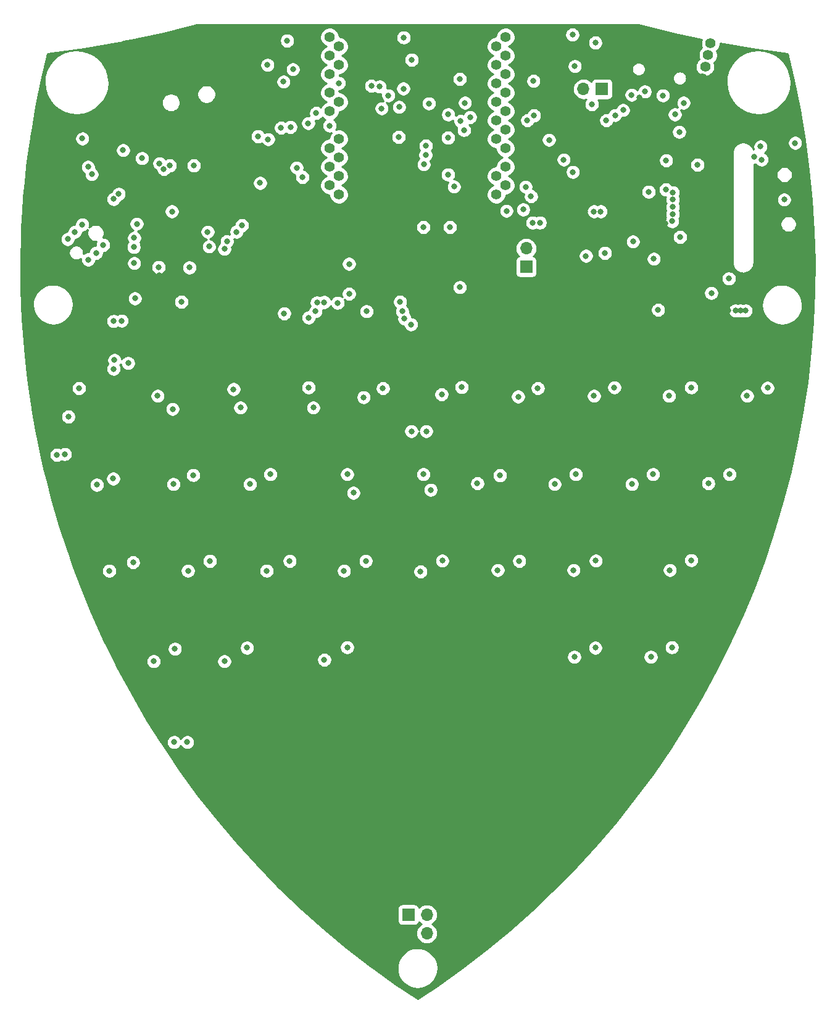
<source format=gbr>
G04 #@! TF.GenerationSoftware,KiCad,Pcbnew,5.0.2-1.fc29*
G04 #@! TF.CreationDate,2019-02-25T04:27:57+01:00*
G04 #@! TF.ProjectId,tr19-badge,74723139-2d62-4616-9467-652e6b696361,rev?*
G04 #@! TF.SameCoordinates,Original*
G04 #@! TF.FileFunction,Copper,L3,Inr*
G04 #@! TF.FilePolarity,Positive*
%FSLAX46Y46*%
G04 Gerber Fmt 4.6, Leading zero omitted, Abs format (unit mm)*
G04 Created by KiCad (PCBNEW 5.0.2-1.fc29) date Mon 25 Feb 2019 04:27:57 CET*
%MOMM*%
%LPD*%
G01*
G04 APERTURE LIST*
G04 #@! TA.AperFunction,ViaPad*
%ADD10R,1.700000X1.700000*%
G04 #@! TD*
G04 #@! TA.AperFunction,ViaPad*
%ADD11O,1.700000X1.700000*%
G04 #@! TD*
G04 #@! TA.AperFunction,ViaPad*
%ADD12C,1.400000*%
G04 #@! TD*
G04 #@! TA.AperFunction,ViaPad*
%ADD13C,1.000000*%
G04 #@! TD*
G04 #@! TA.AperFunction,Conductor*
%ADD14C,1.000000*%
G04 #@! TD*
G04 #@! TA.AperFunction,ViaPad*
%ADD15C,0.800000*%
G04 #@! TD*
G04 #@! TA.AperFunction,Conductor*
%ADD16C,0.250000*%
G04 #@! TD*
G04 APERTURE END LIST*
D10*
G04 #@! TO.N,+3V3*
G04 #@! TO.C,J6*
X-1270000Y12330000D03*
D11*
G04 #@! TO.N,/SDA*
X1270000Y12330000D03*
G04 #@! TO.N,GND*
X-1270000Y9790000D03*
G04 #@! TO.N,/SCL*
X1270000Y9790000D03*
G04 #@! TD*
D12*
G04 #@! TO.N,/GV_SIG0_DIV*
G04 #@! TO.C,TP2*
X12065000Y130175000D03*
G04 #@! TD*
G04 #@! TO.N,/EN*
G04 #@! TO.C,TP3*
X10795000Y131445000D03*
G04 #@! TD*
G04 #@! TO.N,/BTN_INT*
G04 #@! TO.C,TP1*
X10795000Y128905000D03*
G04 #@! TD*
G04 #@! TO.N,/IO0*
G04 #@! TO.C,TP4*
X-12065000Y117475000D03*
G04 #@! TD*
G04 #@! TO.N,/IO2_SD_DAT0*
G04 #@! TO.C,TP5*
X-10795000Y116205000D03*
G04 #@! TD*
G04 #@! TO.N,/SDA*
G04 #@! TO.C,TP6*
X-10795000Y118745000D03*
G04 #@! TD*
G04 #@! TO.N,/SCL*
G04 #@! TO.C,TP7*
X-12065000Y122555000D03*
G04 #@! TD*
G04 #@! TO.N,/_reserved_*
G04 #@! TO.C,TP8*
X12065000Y117475000D03*
G04 #@! TD*
G04 #@! TO.N,/BUSY*
G04 #@! TO.C,TP9*
X12065000Y114935000D03*
G04 #@! TD*
G04 #@! TO.N,/SD_CLK*
G04 #@! TO.C,TP10*
X10795000Y118745000D03*
G04 #@! TD*
G04 #@! TO.N,/SD_CMD*
G04 #@! TO.C,TP11*
X-12065000Y114935000D03*
G04 #@! TD*
G04 #@! TO.N,/SCK*
G04 #@! TO.C,TP12*
X-10795000Y123825000D03*
G04 #@! TD*
G04 #@! TO.N,/LED*
G04 #@! TO.C,TP13*
X-12065000Y125095000D03*
G04 #@! TD*
G04 #@! TO.N,/ACCEL_INT*
G04 #@! TO.C,TP14*
X-12065000Y127635000D03*
G04 #@! TD*
G04 #@! TO.N,/LED_DIN*
G04 #@! TO.C,TP15*
X-10795000Y131445000D03*
G04 #@! TD*
G04 #@! TO.N,/MOSI*
G04 #@! TO.C,TP16*
X-12065000Y132715000D03*
G04 #@! TD*
G04 #@! TO.N,/~CS~*
G04 #@! TO.C,TP17*
X12065000Y122555000D03*
G04 #@! TD*
G04 #@! TO.N,/_reserved_gpio7*
G04 #@! TO.C,TP18*
X-12065000Y112395000D03*
G04 #@! TD*
G04 #@! TO.N,/_reserved_gpio8*
G04 #@! TO.C,TP19*
X-10795000Y113665000D03*
G04 #@! TD*
G04 #@! TO.N,/_reserved_gpio9*
G04 #@! TO.C,TP20*
X10795000Y113665000D03*
G04 #@! TD*
G04 #@! TO.N,/_reserved_gpio10*
G04 #@! TO.C,TP21*
X12065000Y112395000D03*
G04 #@! TD*
G04 #@! TO.N,/_reserved_gpio11*
G04 #@! TO.C,TP22*
X10795000Y111125000D03*
G04 #@! TD*
G04 #@! TO.N,/_reserved_gpio6*
G04 #@! TO.C,TP23*
X-10795000Y111125000D03*
G04 #@! TD*
G04 #@! TO.N,/RXD0*
G04 #@! TO.C,TP24*
X-10795000Y128905000D03*
G04 #@! TD*
G04 #@! TO.N,/TXD0*
G04 #@! TO.C,TP25*
X-12065000Y130175000D03*
G04 #@! TD*
G04 #@! TO.N,/KEY_INT0*
G04 #@! TO.C,TP26*
X10795000Y126365000D03*
G04 #@! TD*
G04 #@! TO.N,/KEY_INT1*
G04 #@! TO.C,TP27*
X12065000Y127635000D03*
G04 #@! TD*
G04 #@! TO.N,/32K_XN*
G04 #@! TO.C,TP28*
X10795000Y123825000D03*
G04 #@! TD*
G04 #@! TO.N,/32K_XP*
G04 #@! TO.C,TP29*
X12065000Y125095000D03*
G04 #@! TD*
G04 #@! TO.N,/~DC~*
G04 #@! TO.C,TP30*
X12065000Y120015000D03*
G04 #@! TD*
G04 #@! TO.N,/GV_SIG1*
G04 #@! TO.C,TP31*
X10795000Y121285000D03*
G04 #@! TD*
G04 #@! TO.N,+3V3*
G04 #@! TO.C,TP35*
X12065000Y132715000D03*
G04 #@! TD*
D11*
G04 #@! TO.N,+BATT*
G04 #@! TO.C,JP1*
X14900000Y103740000D03*
D10*
X14900000Y101200000D03*
G04 #@! TD*
D13*
G04 #@! TO.N,GND*
G04 #@! TO.C,J2*
X28824181Y128146871D03*
D14*
X28943223Y128683834D02*
X28705139Y127609908D01*
D13*
X37259379Y126276833D03*
D14*
X37378421Y126813796D02*
X37140337Y125739870D01*
D13*
X29722406Y132198500D03*
D14*
X29808982Y132589018D02*
X29635830Y131807982D01*
D13*
X38157603Y130328461D03*
D14*
X38244179Y130718979D02*
X38071027Y129937943D01*
G04 #@! TD*
D12*
G04 #@! TO.N,GND*
G04 #@! TO.C,TP36*
X39090000Y127050000D03*
G04 #@! TD*
G04 #@! TO.N,/USB_DN*
G04 #@! TO.C,TP37*
X39860000Y130250000D03*
G04 #@! TD*
G04 #@! TO.N,VBUS*
G04 #@! TO.C,TP38*
X40200000Y131850000D03*
G04 #@! TD*
G04 #@! TO.N,/USB_DP*
G04 #@! TO.C,TP39*
X39450000Y128640000D03*
G04 #@! TD*
D10*
G04 #@! TO.N,+VSW*
G04 #@! TO.C,J7*
X25300000Y125600000D03*
D11*
G04 #@! TO.N,Net-(D17-Pad2)*
X22760000Y125600000D03*
G04 #@! TO.N,GND*
X20220000Y125600000D03*
G04 #@! TD*
D15*
G04 #@! TO.N,GND*
X27800000Y115400000D03*
X27800000Y112800000D03*
X17700000Y103500000D03*
X10950000Y102100000D03*
X11950000Y102100000D03*
X-46300000Y119900000D03*
X-35400000Y100025010D03*
X-40900000Y100800000D03*
X34200000Y113100000D03*
X27800000Y119700000D03*
X41200000Y95200000D03*
X41900000Y95200000D03*
X42600000Y95200000D03*
X32000000Y98700000D03*
X23000000Y108799979D03*
X30400000Y124400000D03*
X-12500000Y98900000D03*
X35300000Y124000000D03*
X37300000Y120200000D03*
X38700000Y94700000D03*
X-20600000Y97600000D03*
X-21000000Y105000000D03*
X-5300000Y108300000D03*
X-9600000Y104800000D03*
X-30200000Y99800000D03*
X-31699999Y103300001D03*
X-35300000Y118300000D03*
X-44000000Y110500000D03*
X-19000000Y122800000D03*
X21850000Y130250000D03*
X1200000Y129600000D03*
X-47100000Y89200000D03*
X49300000Y104900000D03*
X13750000Y130150000D03*
X6050000Y130400000D03*
X-6600000Y97700000D03*
X-41514853Y104314853D03*
X34027739Y107180711D03*
X49200000Y114700000D03*
X-24900000Y130599990D03*
G04 #@! TO.N,+3V3*
X45000000Y95200000D03*
X44300000Y95200000D03*
X43600000Y95200000D03*
X-47000000Y106000054D03*
X51800000Y118200000D03*
X-32400000Y96400000D03*
X-31300000Y101100000D03*
X-46000000Y118800000D03*
X-33700000Y108800000D03*
X34074029Y111800324D03*
X50300000Y110425000D03*
X-24100000Y106900000D03*
X-26150000Y104700000D03*
X-37800000Y116100000D03*
X25100000Y108799979D03*
X24200000Y108800000D03*
X-21600000Y112700000D03*
X-9400000Y101600000D03*
X-18300000Y94800000D03*
X45200000Y83500000D03*
X34500000Y83500000D03*
X24200000Y83500000D03*
X13800000Y83400000D03*
X3300000Y83700000D03*
X-7400000Y83300000D03*
X-14300000Y81900000D03*
X-24300000Y81900000D03*
X-33600000Y81700000D03*
X-47900000Y80650000D03*
X-44000000Y71300000D03*
X-33500000Y71400000D03*
X-23000000Y71400000D03*
X-8800000Y70200000D03*
X1800000Y70600000D03*
X8200000Y71500000D03*
X18800000Y71400000D03*
X29400000Y71400000D03*
X39900000Y71500000D03*
X34600000Y59600000D03*
X21400000Y59600000D03*
X11000000Y59600000D03*
X400000Y59400000D03*
X-10100000Y59500000D03*
X-20700000Y59500000D03*
X-31500000Y59500000D03*
X-42300000Y59500000D03*
X-26500000Y47100000D03*
X-12800000Y47300000D03*
X21500000Y47700000D03*
X32000000Y47700000D03*
X-2400000Y96400000D03*
X-900000Y93300000D03*
X-13800000Y96300000D03*
X-41600000Y88400000D03*
X-18400000Y126600000D03*
X35300000Y122100000D03*
X21571232Y128728768D03*
X-36200000Y47100000D03*
X-7000000Y95100010D03*
G04 #@! TO.N,/EN*
X15970000Y121960000D03*
X15900000Y126700000D03*
G04 #@! TO.N,/GV_SIG0_DIV*
X-39700000Y88000000D03*
X5900000Y121200000D03*
X6500000Y123700000D03*
X5800000Y126959990D03*
G04 #@! TO.N,/SCL*
X-38887340Y101712660D03*
X-24839513Y106008766D03*
X-41693752Y93760494D03*
X-28600000Y104000000D03*
X-28800000Y106000000D03*
X-45200000Y114900000D03*
X-49500000Y75400000D03*
X1550000Y123600000D03*
G04 #@! TO.N,/SDA*
X-38768856Y96868826D03*
X-35530002Y101150000D03*
X-40600000Y93799998D03*
X-44700000Y113900000D03*
X-48400000Y75500000D03*
G04 #@! TO.N,/GV_SIG1*
X-41700000Y87200000D03*
G04 #@! TO.N,/JOY_PUSH*
X-44100000Y103100000D03*
G04 #@! TO.N,/BTN_B*
X47200000Y115900000D03*
X-20500000Y118700000D03*
X4441888Y106638876D03*
G04 #@! TO.N,/BUSY*
X16786452Y107250010D03*
G04 #@! TO.N,/~DC~*
X35012660Y109412660D03*
X6374990Y119950003D03*
G04 #@! TO.N,/~CS~*
X35013679Y110412671D03*
G04 #@! TO.N,/IO0*
X20050000Y115900000D03*
X15786154Y107250010D03*
G04 #@! TO.N,/JOY_D*
X-46000000Y107000000D03*
X-30700000Y115100000D03*
G04 #@! TO.N,/BTN_A*
X47050000Y117700000D03*
X5000000Y112200000D03*
X-2600000Y119000000D03*
G04 #@! TO.N,/SCK*
X14500022Y109066042D03*
X34999826Y111412587D03*
G04 #@! TO.N,/JOY_A*
X-45174990Y102197468D03*
G04 #@! TO.N,/JOY_B*
X-48000000Y105000000D03*
G04 #@! TO.N,/RXD0*
X-6337340Y126037340D03*
X27100000Y122000000D03*
G04 #@! TO.N,/TXD0*
X-4000000Y124700000D03*
X-5196068Y125921387D03*
X12200155Y108875165D03*
X25900000Y121300000D03*
G04 #@! TO.N,/JOY_C*
X-43150000Y104200000D03*
G04 #@! TO.N,/MOSI*
X15569730Y110872541D03*
G04 #@! TO.N,VBUS*
X29360000Y124790000D03*
X36500000Y123700000D03*
X38400000Y115200000D03*
G04 #@! TO.N,+BATT*
X42700000Y99600000D03*
X33000000Y95300000D03*
G04 #@! TO.N,/PREVGL*
X34100000Y115800000D03*
X21300000Y114200000D03*
G04 #@! TO.N,/USB_DN*
X31180000Y125250000D03*
X33660000Y124700000D03*
G04 #@! TO.N,/PREVGH*
X25700000Y103100000D03*
G04 #@! TO.N,/~PWR_EN~*
X5800000Y98400000D03*
X-21900000Y119100000D03*
X-16600000Y114800000D03*
G04 #@! TO.N,/RTS*
X15050000Y121300000D03*
X23900000Y123500000D03*
G04 #@! TO.N,/DTR*
X18030000Y118610000D03*
X28200000Y122700000D03*
G04 #@! TO.N,/GDR*
X23100000Y102700000D03*
X29554626Y104674981D03*
G04 #@! TO.N,/BTN_START*
X-40400000Y117200000D03*
G04 #@! TO.N,Net-(D14-Pad2)*
X-17100000Y128300000D03*
X-10800000Y126400000D03*
X-1900000Y132650010D03*
X-800006Y129600000D03*
G04 #@! TO.N,/SD_CMD*
X-38524988Y107099999D03*
X-15800000Y113500000D03*
G04 #@! TO.N,/SD_CLK*
X4200000Y122100000D03*
G04 #@! TO.N,/ACCEL_INT*
X-13900000Y122300000D03*
G04 #@! TO.N,/BTN_INT*
X-1950000Y125650000D03*
G04 #@! TO.N,/KEY_0*
X24400000Y48950000D03*
G04 #@! TO.N,/KEY_8*
X48000000Y84600000D03*
G04 #@! TO.N,/KEY_16*
X-23400000Y48950000D03*
G04 #@! TO.N,/KEY_24*
X-25245659Y84418579D03*
G04 #@! TO.N,/KEY_1*
X34900000Y49000000D03*
G04 #@! TO.N,/KEY_9*
X37550000Y84650000D03*
G04 #@! TO.N,/KEY_17*
X-28500000Y60850000D03*
G04 #@! TO.N,/KEY_25*
X-20200000Y72750000D03*
G04 #@! TO.N,/KEY_2*
X13950000Y60850000D03*
G04 #@! TO.N,/KEY_10*
X27000000Y84650000D03*
G04 #@! TO.N,/KEY_18*
X-30777305Y72622695D03*
G04 #@! TO.N,/KEY_26*
X-17550000Y60850000D03*
G04 #@! TO.N,/KEY_3*
X24450000Y60900000D03*
G04 #@! TO.N,/KEY_11*
X16500000Y84550000D03*
G04 #@! TO.N,/KEY_19*
X-35667638Y83504918D03*
G04 #@! TO.N,/KEY_27*
X-9650000Y49000000D03*
G04 #@! TO.N,/KEY_4*
X37550000Y60950000D03*
G04 #@! TO.N,/KEY_12*
X6050000Y84700000D03*
G04 #@! TO.N,/KEY_20*
X-33300000Y48800000D03*
G04 #@! TO.N,/KEY_28*
X-14950000Y84650000D03*
G04 #@! TO.N,/KEY_5*
X11300000Y72600000D03*
X1200000Y78650000D03*
G04 #@! TO.N,/KEY_13*
X42800000Y72750000D03*
G04 #@! TO.N,/KEY_21*
X-39027305Y60672695D03*
G04 #@! TO.N,/KEY_29*
X-9650000Y72750000D03*
G04 #@! TO.N,/KEY_6*
X3400000Y60900000D03*
G04 #@! TO.N,/KEY_14*
X32300000Y72750000D03*
G04 #@! TO.N,/KEY_22*
X-41752305Y72147695D03*
G04 #@! TO.N,/KEY_30*
X-7100000Y60850000D03*
G04 #@! TO.N,/KEY_7*
X800000Y72750000D03*
G04 #@! TO.N,/KEY_15*
X21700000Y72750000D03*
G04 #@! TO.N,/KEY_23*
X-46450000Y84550000D03*
G04 #@! TO.N,/KEY_31*
X-4750010Y84544145D03*
G04 #@! TO.N,/SCL*
X1140593Y117828182D03*
X-33400000Y36000000D03*
X-1800000Y94100000D03*
X-14944201Y94239220D03*
X-41000000Y111200000D03*
G04 #@! TO.N,/BTN_INT*
X-15000000Y120900010D03*
G04 #@! TO.N,/SDA*
X1100000Y116549998D03*
X-31600000Y36000000D03*
X-2100000Y95100000D03*
X-26499993Y103650003D03*
X-14000000Y95099984D03*
X-41700000Y110500000D03*
G04 #@! TO.N,/JOY_PUSH*
X-35400000Y115374992D03*
G04 #@! TO.N,/BTN_B*
X800000Y106650000D03*
G04 #@! TO.N,/BUSY*
X34936688Y107456997D03*
G04 #@! TO.N,/~CS~*
X7200000Y121724990D03*
G04 #@! TO.N,/IO0*
X-17427305Y120372695D03*
X35000327Y108404876D03*
G04 #@! TO.N,/JOY_D*
X-34000000Y115100031D03*
G04 #@! TO.N,/BTN_A*
X-18722695Y120277305D03*
G04 #@! TO.N,/RXD0*
X14822695Y112177305D03*
X-4927305Y122927305D03*
G04 #@! TO.N,/JOY_C*
X-34816868Y114615006D03*
G04 #@! TO.N,/MOSI*
X31700000Y111487692D03*
G04 #@! TO.N,+VSW*
X21250000Y133049998D03*
X24400000Y131950000D03*
X35900000Y119700000D03*
X46200000Y116300000D03*
X32400000Y102300000D03*
X40300000Y97600000D03*
G04 #@! TO.N,/PREVGH*
X36010157Y105289847D03*
G04 #@! TO.N,Net-(D13-Pad2)*
X-17900000Y132224996D03*
X-20600000Y128900000D03*
G04 #@! TO.N,/SD_CLK*
X-38874959Y105178185D03*
X4175010Y118909944D03*
G04 #@! TO.N,/IO2_SD_DAT0*
X-38925009Y103924993D03*
G04 #@! TO.N,/_reserved_gpio9*
X4175034Y113859177D03*
G04 #@! TO.N,/BTN_INT*
X-2522695Y123122695D03*
G04 #@! TO.N,/KEY_5*
X-849935Y78649998D03*
G04 #@! TO.N,/KEY_31*
X-12825023Y96350000D03*
X-10975010Y96250000D03*
G04 #@! TO.N,/KEY_INT1*
X-12065000Y120560009D03*
G04 #@! TO.N,/KEY_INT0*
X-9400000Y97500000D03*
X850000Y115250000D03*
G04 #@! TD*
D16*
G04 #@! TO.N,GND*
G36*
X35360911Y133153381D02*
X35362046Y133153127D01*
X35363204Y133152836D01*
X35380455Y133149008D01*
X38992418Y132397033D01*
X38925919Y132236488D01*
X38875000Y131980501D01*
X38875000Y131719499D01*
X38925919Y131463512D01*
X39006101Y131269934D01*
X38830805Y131094638D01*
X38685800Y130877623D01*
X38585919Y130636488D01*
X38535000Y130380501D01*
X38535000Y130119499D01*
X38585919Y129863512D01*
X38653174Y129701142D01*
X38605362Y129669195D01*
X38420805Y129484638D01*
X38275800Y129267623D01*
X38175919Y129026488D01*
X38125000Y128770501D01*
X38125000Y128509499D01*
X38175919Y128253512D01*
X38275800Y128012377D01*
X38420805Y127795362D01*
X38605362Y127610805D01*
X38822377Y127465800D01*
X39063512Y127365919D01*
X39319499Y127315000D01*
X39580501Y127315000D01*
X39836488Y127365919D01*
X40077623Y127465800D01*
X40294638Y127610805D01*
X40479195Y127795362D01*
X40624200Y128012377D01*
X40724081Y128253512D01*
X40775000Y128509499D01*
X40775000Y128770501D01*
X40724081Y129026488D01*
X40656826Y129188858D01*
X40704638Y129220805D01*
X40889195Y129405362D01*
X41034200Y129622377D01*
X41134081Y129863512D01*
X41185000Y130119499D01*
X41185000Y130380501D01*
X41134081Y130636488D01*
X41053899Y130830066D01*
X41229195Y131005362D01*
X41374200Y131222377D01*
X41474081Y131463512D01*
X41525000Y131719499D01*
X41525000Y131897667D01*
X45886921Y131123799D01*
X45888077Y131123612D01*
X45889243Y131123391D01*
X45906690Y131120593D01*
X50738894Y130410446D01*
X51608033Y126793019D01*
X52439124Y122711732D01*
X53127266Y118603985D01*
X53671635Y114474682D01*
X54071559Y110328931D01*
X54326555Y106171729D01*
X54436313Y102008134D01*
X54400697Y97843313D01*
X54219750Y93682218D01*
X53893696Y89529986D01*
X53422928Y85391663D01*
X52808024Y81272302D01*
X52049720Y77176861D01*
X51148965Y73110447D01*
X50106838Y69077921D01*
X48924607Y65084210D01*
X47603720Y61134194D01*
X46145789Y57232694D01*
X44552578Y53384436D01*
X42826038Y49594128D01*
X40968282Y45866413D01*
X38981551Y42205778D01*
X36868259Y38616681D01*
X34631025Y35103568D01*
X32272536Y31670657D01*
X29795677Y28322147D01*
X27203463Y25062116D01*
X24499062Y21894546D01*
X21685758Y18823281D01*
X18766982Y15852072D01*
X15746301Y12984546D01*
X12627355Y10224162D01*
X9414004Y7574334D01*
X6110105Y5038244D01*
X2719219Y2618651D01*
X788Y811119D01*
X-3098763Y2880764D01*
X-5990277Y4960976D01*
X-2794729Y4960976D01*
X-2733924Y4418887D01*
X-2568984Y3898932D01*
X-2306193Y3420917D01*
X-1955560Y3003049D01*
X-1530440Y2661244D01*
X-1047026Y2408521D01*
X-523732Y2254507D01*
X19512Y2205068D01*
X562012Y2262087D01*
X1083105Y2423392D01*
X1562943Y2682840D01*
X1983249Y3030547D01*
X2328014Y3453271D01*
X2584105Y3934908D01*
X2741769Y4457115D01*
X2794999Y5000000D01*
X2793909Y5078041D01*
X2725541Y5619228D01*
X2553359Y6136829D01*
X2283919Y6611128D01*
X1927486Y7024060D01*
X1497635Y7359897D01*
X1010740Y7605845D01*
X485346Y7752538D01*
X-58535Y7794387D01*
X-600186Y7729799D01*
X-1118977Y7561234D01*
X-1595145Y7295112D01*
X-2010556Y6941570D01*
X-2349385Y6514074D01*
X-2598726Y6028908D01*
X-2749083Y5504551D01*
X-2794729Y4960976D01*
X-5990277Y4960976D01*
X-6479730Y5313098D01*
X-9773771Y7861961D01*
X-12976858Y10524238D01*
X-15954270Y13180000D01*
X-2748024Y13180000D01*
X-2748024Y11480000D01*
X-2735957Y11357479D01*
X-2700219Y11239666D01*
X-2642183Y11131089D01*
X-2564080Y11035920D01*
X-2468911Y10957817D01*
X-2360334Y10899781D01*
X-2242521Y10864043D01*
X-2120000Y10851976D01*
X-420000Y10851976D01*
X-297479Y10864043D01*
X-179666Y10899781D01*
X-71089Y10957817D01*
X24080Y11035920D01*
X102183Y11131089D01*
X160219Y11239666D01*
X186254Y11325494D01*
X221972Y11281972D01*
X446569Y11097649D01*
X517005Y11060000D01*
X446569Y11022351D01*
X221972Y10838028D01*
X37649Y10613431D01*
X-99315Y10357189D01*
X-183657Y10079150D01*
X-212136Y9790000D01*
X-183657Y9500850D01*
X-99315Y9222811D01*
X37649Y8966569D01*
X221972Y8741972D01*
X446569Y8557649D01*
X702811Y8420685D01*
X980850Y8336343D01*
X1197548Y8315000D01*
X1342452Y8315000D01*
X1559150Y8336343D01*
X1837189Y8420685D01*
X2093431Y8557649D01*
X2318028Y8741972D01*
X2502351Y8966569D01*
X2639315Y9222811D01*
X2723657Y9500850D01*
X2752136Y9790000D01*
X2723657Y10079150D01*
X2639315Y10357189D01*
X2502351Y10613431D01*
X2318028Y10838028D01*
X2093431Y11022351D01*
X2022995Y11060000D01*
X2093431Y11097649D01*
X2318028Y11281972D01*
X2502351Y11506569D01*
X2639315Y11762811D01*
X2723657Y12040850D01*
X2752136Y12330000D01*
X2723657Y12619150D01*
X2639315Y12897189D01*
X2502351Y13153431D01*
X2318028Y13378028D01*
X2093431Y13562351D01*
X1837189Y13699315D01*
X1559150Y13783657D01*
X1342452Y13805000D01*
X1197548Y13805000D01*
X980850Y13783657D01*
X702811Y13699315D01*
X446569Y13562351D01*
X221972Y13378028D01*
X186254Y13334506D01*
X160219Y13420334D01*
X102183Y13528911D01*
X24080Y13624080D01*
X-71089Y13702183D01*
X-179666Y13760219D01*
X-297479Y13795957D01*
X-420000Y13808024D01*
X-2120000Y13808024D01*
X-2242521Y13795957D01*
X-2360334Y13760219D01*
X-2468911Y13702183D01*
X-2564080Y13624080D01*
X-2642183Y13528911D01*
X-2700219Y13420334D01*
X-2735957Y13302521D01*
X-2748024Y13180000D01*
X-15954270Y13180000D01*
X-16085080Y13296678D01*
X-19094616Y16175869D01*
X-22001875Y19158378D01*
X-24803276Y22240534D01*
X-27495375Y25418546D01*
X-30074939Y28688592D01*
X-32538800Y32046662D01*
X-34883986Y35488704D01*
X-35270556Y36100954D01*
X-34425000Y36100954D01*
X-34425000Y35899046D01*
X-34385610Y35701018D01*
X-34308344Y35514480D01*
X-34196170Y35346600D01*
X-34053400Y35203830D01*
X-33885520Y35091656D01*
X-33698982Y35014390D01*
X-33500954Y34975000D01*
X-33299046Y34975000D01*
X-33101018Y35014390D01*
X-32914480Y35091656D01*
X-32746600Y35203830D01*
X-32603830Y35346600D01*
X-32500000Y35501992D01*
X-32396170Y35346600D01*
X-32253400Y35203830D01*
X-32085520Y35091656D01*
X-31898982Y35014390D01*
X-31700954Y34975000D01*
X-31499046Y34975000D01*
X-31301018Y35014390D01*
X-31114480Y35091656D01*
X-30946600Y35203830D01*
X-30803830Y35346600D01*
X-30691656Y35514480D01*
X-30614390Y35701018D01*
X-30575000Y35899046D01*
X-30575000Y36100954D01*
X-30614390Y36298982D01*
X-30691656Y36485520D01*
X-30803830Y36653400D01*
X-30946600Y36796170D01*
X-31114480Y36908344D01*
X-31301018Y36985610D01*
X-31499046Y37025000D01*
X-31700954Y37025000D01*
X-31898982Y36985610D01*
X-32085520Y36908344D01*
X-32253400Y36796170D01*
X-32396170Y36653400D01*
X-32500000Y36498008D01*
X-32603830Y36653400D01*
X-32746600Y36796170D01*
X-32914480Y36908344D01*
X-33101018Y36985610D01*
X-33299046Y37025000D01*
X-33500954Y37025000D01*
X-33698982Y36985610D01*
X-33885520Y36908344D01*
X-34053400Y36796170D01*
X-34196170Y36653400D01*
X-34308344Y36485520D01*
X-34385610Y36298982D01*
X-34425000Y36100954D01*
X-35270556Y36100954D01*
X-37107591Y39010451D01*
X-39206948Y42607678D01*
X-41179494Y46276001D01*
X-41635991Y47200954D01*
X-37225000Y47200954D01*
X-37225000Y46999046D01*
X-37185610Y46801018D01*
X-37108344Y46614480D01*
X-36996170Y46446600D01*
X-36853400Y46303830D01*
X-36685520Y46191656D01*
X-36498982Y46114390D01*
X-36300954Y46075000D01*
X-36099046Y46075000D01*
X-35901018Y46114390D01*
X-35714480Y46191656D01*
X-35546600Y46303830D01*
X-35403830Y46446600D01*
X-35291656Y46614480D01*
X-35214390Y46801018D01*
X-35175000Y46999046D01*
X-35175000Y47200954D01*
X-27525000Y47200954D01*
X-27525000Y46999046D01*
X-27485610Y46801018D01*
X-27408344Y46614480D01*
X-27296170Y46446600D01*
X-27153400Y46303830D01*
X-26985520Y46191656D01*
X-26798982Y46114390D01*
X-26600954Y46075000D01*
X-26399046Y46075000D01*
X-26201018Y46114390D01*
X-26014480Y46191656D01*
X-25846600Y46303830D01*
X-25703830Y46446600D01*
X-25591656Y46614480D01*
X-25514390Y46801018D01*
X-25475000Y46999046D01*
X-25475000Y47200954D01*
X-25514390Y47398982D01*
X-25515206Y47400954D01*
X-13825000Y47400954D01*
X-13825000Y47199046D01*
X-13785610Y47001018D01*
X-13708344Y46814480D01*
X-13596170Y46646600D01*
X-13453400Y46503830D01*
X-13285520Y46391656D01*
X-13098982Y46314390D01*
X-12900954Y46275000D01*
X-12699046Y46275000D01*
X-12501018Y46314390D01*
X-12314480Y46391656D01*
X-12146600Y46503830D01*
X-12003830Y46646600D01*
X-11891656Y46814480D01*
X-11814390Y47001018D01*
X-11775000Y47199046D01*
X-11775000Y47400954D01*
X-11814390Y47598982D01*
X-11891656Y47785520D01*
X-11901968Y47800954D01*
X20475000Y47800954D01*
X20475000Y47599046D01*
X20514390Y47401018D01*
X20591656Y47214480D01*
X20703830Y47046600D01*
X20846600Y46903830D01*
X21014480Y46791656D01*
X21201018Y46714390D01*
X21399046Y46675000D01*
X21600954Y46675000D01*
X21798982Y46714390D01*
X21985520Y46791656D01*
X22153400Y46903830D01*
X22296170Y47046600D01*
X22408344Y47214480D01*
X22485610Y47401018D01*
X22525000Y47599046D01*
X22525000Y47800954D01*
X30975000Y47800954D01*
X30975000Y47599046D01*
X31014390Y47401018D01*
X31091656Y47214480D01*
X31203830Y47046600D01*
X31346600Y46903830D01*
X31514480Y46791656D01*
X31701018Y46714390D01*
X31899046Y46675000D01*
X32100954Y46675000D01*
X32298982Y46714390D01*
X32485520Y46791656D01*
X32653400Y46903830D01*
X32796170Y47046600D01*
X32908344Y47214480D01*
X32985610Y47401018D01*
X33025000Y47599046D01*
X33025000Y47800954D01*
X32985610Y47998982D01*
X32908344Y48185520D01*
X32796170Y48353400D01*
X32653400Y48496170D01*
X32485520Y48608344D01*
X32298982Y48685610D01*
X32100954Y48725000D01*
X31899046Y48725000D01*
X31701018Y48685610D01*
X31514480Y48608344D01*
X31346600Y48496170D01*
X31203830Y48353400D01*
X31091656Y48185520D01*
X31014390Y47998982D01*
X30975000Y47800954D01*
X22525000Y47800954D01*
X22485610Y47998982D01*
X22408344Y48185520D01*
X22296170Y48353400D01*
X22153400Y48496170D01*
X21985520Y48608344D01*
X21798982Y48685610D01*
X21600954Y48725000D01*
X21399046Y48725000D01*
X21201018Y48685610D01*
X21014480Y48608344D01*
X20846600Y48496170D01*
X20703830Y48353400D01*
X20591656Y48185520D01*
X20514390Y47998982D01*
X20475000Y47800954D01*
X-11901968Y47800954D01*
X-12003830Y47953400D01*
X-12146600Y48096170D01*
X-12314480Y48208344D01*
X-12501018Y48285610D01*
X-12699046Y48325000D01*
X-12900954Y48325000D01*
X-13098982Y48285610D01*
X-13285520Y48208344D01*
X-13453400Y48096170D01*
X-13596170Y47953400D01*
X-13708344Y47785520D01*
X-13785610Y47598982D01*
X-13825000Y47400954D01*
X-25515206Y47400954D01*
X-25591656Y47585520D01*
X-25703830Y47753400D01*
X-25846600Y47896170D01*
X-26014480Y48008344D01*
X-26201018Y48085610D01*
X-26399046Y48125000D01*
X-26600954Y48125000D01*
X-26798982Y48085610D01*
X-26985520Y48008344D01*
X-27153400Y47896170D01*
X-27296170Y47753400D01*
X-27408344Y47585520D01*
X-27485610Y47398982D01*
X-27525000Y47200954D01*
X-35175000Y47200954D01*
X-35214390Y47398982D01*
X-35291656Y47585520D01*
X-35403830Y47753400D01*
X-35546600Y47896170D01*
X-35714480Y48008344D01*
X-35901018Y48085610D01*
X-36099046Y48125000D01*
X-36300954Y48125000D01*
X-36498982Y48085610D01*
X-36685520Y48008344D01*
X-36853400Y47896170D01*
X-36996170Y47753400D01*
X-37108344Y47585520D01*
X-37185610Y47398982D01*
X-37225000Y47200954D01*
X-41635991Y47200954D01*
X-42475003Y48900954D01*
X-34325000Y48900954D01*
X-34325000Y48699046D01*
X-34285610Y48501018D01*
X-34208344Y48314480D01*
X-34096170Y48146600D01*
X-33953400Y48003830D01*
X-33785520Y47891656D01*
X-33598982Y47814390D01*
X-33400954Y47775000D01*
X-33199046Y47775000D01*
X-33001018Y47814390D01*
X-32814480Y47891656D01*
X-32646600Y48003830D01*
X-32503830Y48146600D01*
X-32391656Y48314480D01*
X-32314390Y48501018D01*
X-32275000Y48699046D01*
X-32275000Y48900954D01*
X-32304836Y49050954D01*
X-24425000Y49050954D01*
X-24425000Y48849046D01*
X-24385610Y48651018D01*
X-24308344Y48464480D01*
X-24196170Y48296600D01*
X-24053400Y48153830D01*
X-23885520Y48041656D01*
X-23698982Y47964390D01*
X-23500954Y47925000D01*
X-23299046Y47925000D01*
X-23101018Y47964390D01*
X-22914480Y48041656D01*
X-22746600Y48153830D01*
X-22603830Y48296600D01*
X-22491656Y48464480D01*
X-22414390Y48651018D01*
X-22375000Y48849046D01*
X-22375000Y49050954D01*
X-22384945Y49100954D01*
X-10675000Y49100954D01*
X-10675000Y48899046D01*
X-10635610Y48701018D01*
X-10558344Y48514480D01*
X-10446170Y48346600D01*
X-10303400Y48203830D01*
X-10135520Y48091656D01*
X-9948982Y48014390D01*
X-9750954Y47975000D01*
X-9549046Y47975000D01*
X-9351018Y48014390D01*
X-9164480Y48091656D01*
X-8996600Y48203830D01*
X-8853830Y48346600D01*
X-8741656Y48514480D01*
X-8664390Y48701018D01*
X-8625000Y48899046D01*
X-8625000Y49050954D01*
X23375000Y49050954D01*
X23375000Y48849046D01*
X23414390Y48651018D01*
X23491656Y48464480D01*
X23603830Y48296600D01*
X23746600Y48153830D01*
X23914480Y48041656D01*
X24101018Y47964390D01*
X24299046Y47925000D01*
X24500954Y47925000D01*
X24698982Y47964390D01*
X24885520Y48041656D01*
X25053400Y48153830D01*
X25196170Y48296600D01*
X25308344Y48464480D01*
X25385610Y48651018D01*
X25425000Y48849046D01*
X25425000Y49050954D01*
X25415055Y49100954D01*
X33875000Y49100954D01*
X33875000Y48899046D01*
X33914390Y48701018D01*
X33991656Y48514480D01*
X34103830Y48346600D01*
X34246600Y48203830D01*
X34414480Y48091656D01*
X34601018Y48014390D01*
X34799046Y47975000D01*
X35000954Y47975000D01*
X35198982Y48014390D01*
X35385520Y48091656D01*
X35553400Y48203830D01*
X35696170Y48346600D01*
X35808344Y48514480D01*
X35885610Y48701018D01*
X35925000Y48899046D01*
X35925000Y49100954D01*
X35885610Y49298982D01*
X35808344Y49485520D01*
X35696170Y49653400D01*
X35553400Y49796170D01*
X35385520Y49908344D01*
X35198982Y49985610D01*
X35000954Y50025000D01*
X34799046Y50025000D01*
X34601018Y49985610D01*
X34414480Y49908344D01*
X34246600Y49796170D01*
X34103830Y49653400D01*
X33991656Y49485520D01*
X33914390Y49298982D01*
X33875000Y49100954D01*
X25415055Y49100954D01*
X25385610Y49248982D01*
X25308344Y49435520D01*
X25196170Y49603400D01*
X25053400Y49746170D01*
X24885520Y49858344D01*
X24698982Y49935610D01*
X24500954Y49975000D01*
X24299046Y49975000D01*
X24101018Y49935610D01*
X23914480Y49858344D01*
X23746600Y49746170D01*
X23603830Y49603400D01*
X23491656Y49435520D01*
X23414390Y49248982D01*
X23375000Y49050954D01*
X-8625000Y49050954D01*
X-8625000Y49100954D01*
X-8664390Y49298982D01*
X-8741656Y49485520D01*
X-8853830Y49653400D01*
X-8996600Y49796170D01*
X-9164480Y49908344D01*
X-9351018Y49985610D01*
X-9549046Y50025000D01*
X-9750954Y50025000D01*
X-9948982Y49985610D01*
X-10135520Y49908344D01*
X-10303400Y49796170D01*
X-10446170Y49653400D01*
X-10558344Y49485520D01*
X-10635610Y49298982D01*
X-10675000Y49100954D01*
X-22384945Y49100954D01*
X-22414390Y49248982D01*
X-22491656Y49435520D01*
X-22603830Y49603400D01*
X-22746600Y49746170D01*
X-22914480Y49858344D01*
X-23101018Y49935610D01*
X-23299046Y49975000D01*
X-23500954Y49975000D01*
X-23698982Y49935610D01*
X-23885520Y49858344D01*
X-24053400Y49746170D01*
X-24196170Y49603400D01*
X-24308344Y49435520D01*
X-24385610Y49248982D01*
X-24425000Y49050954D01*
X-32304836Y49050954D01*
X-32314390Y49098982D01*
X-32391656Y49285520D01*
X-32503830Y49453400D01*
X-32646600Y49596170D01*
X-32814480Y49708344D01*
X-33001018Y49785610D01*
X-33199046Y49825000D01*
X-33400954Y49825000D01*
X-33598982Y49785610D01*
X-33785520Y49708344D01*
X-33953400Y49596170D01*
X-34096170Y49453400D01*
X-34208344Y49285520D01*
X-34285610Y49098982D01*
X-34325000Y48900954D01*
X-42475003Y48900954D01*
X-43022796Y50010888D01*
X-44734636Y53807844D01*
X-46312930Y57662254D01*
X-47028846Y59600954D01*
X-43325000Y59600954D01*
X-43325000Y59399046D01*
X-43285610Y59201018D01*
X-43208344Y59014480D01*
X-43096170Y58846600D01*
X-42953400Y58703830D01*
X-42785520Y58591656D01*
X-42598982Y58514390D01*
X-42400954Y58475000D01*
X-42199046Y58475000D01*
X-42001018Y58514390D01*
X-41814480Y58591656D01*
X-41646600Y58703830D01*
X-41503830Y58846600D01*
X-41391656Y59014480D01*
X-41314390Y59201018D01*
X-41275000Y59399046D01*
X-41275000Y59600954D01*
X-32525000Y59600954D01*
X-32525000Y59399046D01*
X-32485610Y59201018D01*
X-32408344Y59014480D01*
X-32296170Y58846600D01*
X-32153400Y58703830D01*
X-31985520Y58591656D01*
X-31798982Y58514390D01*
X-31600954Y58475000D01*
X-31399046Y58475000D01*
X-31201018Y58514390D01*
X-31014480Y58591656D01*
X-30846600Y58703830D01*
X-30703830Y58846600D01*
X-30591656Y59014480D01*
X-30514390Y59201018D01*
X-30475000Y59399046D01*
X-30475000Y59600954D01*
X-21725000Y59600954D01*
X-21725000Y59399046D01*
X-21685610Y59201018D01*
X-21608344Y59014480D01*
X-21496170Y58846600D01*
X-21353400Y58703830D01*
X-21185520Y58591656D01*
X-20998982Y58514390D01*
X-20800954Y58475000D01*
X-20599046Y58475000D01*
X-20401018Y58514390D01*
X-20214480Y58591656D01*
X-20046600Y58703830D01*
X-19903830Y58846600D01*
X-19791656Y59014480D01*
X-19714390Y59201018D01*
X-19675000Y59399046D01*
X-19675000Y59600954D01*
X-11125000Y59600954D01*
X-11125000Y59399046D01*
X-11085610Y59201018D01*
X-11008344Y59014480D01*
X-10896170Y58846600D01*
X-10753400Y58703830D01*
X-10585520Y58591656D01*
X-10398982Y58514390D01*
X-10200954Y58475000D01*
X-9999046Y58475000D01*
X-9801018Y58514390D01*
X-9614480Y58591656D01*
X-9446600Y58703830D01*
X-9303830Y58846600D01*
X-9191656Y59014480D01*
X-9114390Y59201018D01*
X-9075000Y59399046D01*
X-9075000Y59500954D01*
X-625000Y59500954D01*
X-625000Y59299046D01*
X-585610Y59101018D01*
X-508344Y58914480D01*
X-396170Y58746600D01*
X-253400Y58603830D01*
X-85520Y58491656D01*
X101018Y58414390D01*
X299046Y58375000D01*
X500954Y58375000D01*
X698982Y58414390D01*
X885520Y58491656D01*
X1053400Y58603830D01*
X1196170Y58746600D01*
X1308344Y58914480D01*
X1385610Y59101018D01*
X1425000Y59299046D01*
X1425000Y59500954D01*
X1385610Y59698982D01*
X1384794Y59700954D01*
X9975000Y59700954D01*
X9975000Y59499046D01*
X10014390Y59301018D01*
X10091656Y59114480D01*
X10203830Y58946600D01*
X10346600Y58803830D01*
X10514480Y58691656D01*
X10701018Y58614390D01*
X10899046Y58575000D01*
X11100954Y58575000D01*
X11298982Y58614390D01*
X11485520Y58691656D01*
X11653400Y58803830D01*
X11796170Y58946600D01*
X11908344Y59114480D01*
X11985610Y59301018D01*
X12025000Y59499046D01*
X12025000Y59700954D01*
X20375000Y59700954D01*
X20375000Y59499046D01*
X20414390Y59301018D01*
X20491656Y59114480D01*
X20603830Y58946600D01*
X20746600Y58803830D01*
X20914480Y58691656D01*
X21101018Y58614390D01*
X21299046Y58575000D01*
X21500954Y58575000D01*
X21698982Y58614390D01*
X21885520Y58691656D01*
X22053400Y58803830D01*
X22196170Y58946600D01*
X22308344Y59114480D01*
X22385610Y59301018D01*
X22425000Y59499046D01*
X22425000Y59700954D01*
X33575000Y59700954D01*
X33575000Y59499046D01*
X33614390Y59301018D01*
X33691656Y59114480D01*
X33803830Y58946600D01*
X33946600Y58803830D01*
X34114480Y58691656D01*
X34301018Y58614390D01*
X34499046Y58575000D01*
X34700954Y58575000D01*
X34898982Y58614390D01*
X35085520Y58691656D01*
X35253400Y58803830D01*
X35396170Y58946600D01*
X35508344Y59114480D01*
X35585610Y59301018D01*
X35625000Y59499046D01*
X35625000Y59700954D01*
X35585610Y59898982D01*
X35508344Y60085520D01*
X35396170Y60253400D01*
X35253400Y60396170D01*
X35085520Y60508344D01*
X34898982Y60585610D01*
X34700954Y60625000D01*
X34499046Y60625000D01*
X34301018Y60585610D01*
X34114480Y60508344D01*
X33946600Y60396170D01*
X33803830Y60253400D01*
X33691656Y60085520D01*
X33614390Y59898982D01*
X33575000Y59700954D01*
X22425000Y59700954D01*
X22385610Y59898982D01*
X22308344Y60085520D01*
X22196170Y60253400D01*
X22053400Y60396170D01*
X21885520Y60508344D01*
X21698982Y60585610D01*
X21500954Y60625000D01*
X21299046Y60625000D01*
X21101018Y60585610D01*
X20914480Y60508344D01*
X20746600Y60396170D01*
X20603830Y60253400D01*
X20491656Y60085520D01*
X20414390Y59898982D01*
X20375000Y59700954D01*
X12025000Y59700954D01*
X11985610Y59898982D01*
X11908344Y60085520D01*
X11796170Y60253400D01*
X11653400Y60396170D01*
X11485520Y60508344D01*
X11298982Y60585610D01*
X11100954Y60625000D01*
X10899046Y60625000D01*
X10701018Y60585610D01*
X10514480Y60508344D01*
X10346600Y60396170D01*
X10203830Y60253400D01*
X10091656Y60085520D01*
X10014390Y59898982D01*
X9975000Y59700954D01*
X1384794Y59700954D01*
X1308344Y59885520D01*
X1196170Y60053400D01*
X1053400Y60196170D01*
X885520Y60308344D01*
X698982Y60385610D01*
X500954Y60425000D01*
X299046Y60425000D01*
X101018Y60385610D01*
X-85520Y60308344D01*
X-253400Y60196170D01*
X-396170Y60053400D01*
X-508344Y59885520D01*
X-585610Y59698982D01*
X-625000Y59500954D01*
X-9075000Y59500954D01*
X-9075000Y59600954D01*
X-9114390Y59798982D01*
X-9191656Y59985520D01*
X-9303830Y60153400D01*
X-9446600Y60296170D01*
X-9614480Y60408344D01*
X-9801018Y60485610D01*
X-9999046Y60525000D01*
X-10200954Y60525000D01*
X-10398982Y60485610D01*
X-10585520Y60408344D01*
X-10753400Y60296170D01*
X-10896170Y60153400D01*
X-11008344Y59985520D01*
X-11085610Y59798982D01*
X-11125000Y59600954D01*
X-19675000Y59600954D01*
X-19714390Y59798982D01*
X-19791656Y59985520D01*
X-19903830Y60153400D01*
X-20046600Y60296170D01*
X-20214480Y60408344D01*
X-20401018Y60485610D01*
X-20599046Y60525000D01*
X-20800954Y60525000D01*
X-20998982Y60485610D01*
X-21185520Y60408344D01*
X-21353400Y60296170D01*
X-21496170Y60153400D01*
X-21608344Y59985520D01*
X-21685610Y59798982D01*
X-21725000Y59600954D01*
X-30475000Y59600954D01*
X-30514390Y59798982D01*
X-30591656Y59985520D01*
X-30703830Y60153400D01*
X-30846600Y60296170D01*
X-31014480Y60408344D01*
X-31201018Y60485610D01*
X-31399046Y60525000D01*
X-31600954Y60525000D01*
X-31798982Y60485610D01*
X-31985520Y60408344D01*
X-32153400Y60296170D01*
X-32296170Y60153400D01*
X-32408344Y59985520D01*
X-32485610Y59798982D01*
X-32525000Y59600954D01*
X-41275000Y59600954D01*
X-41314390Y59798982D01*
X-41391656Y59985520D01*
X-41503830Y60153400D01*
X-41646600Y60296170D01*
X-41814480Y60408344D01*
X-42001018Y60485610D01*
X-42199046Y60525000D01*
X-42400954Y60525000D01*
X-42598982Y60485610D01*
X-42785520Y60408344D01*
X-42953400Y60296170D01*
X-43096170Y60153400D01*
X-43208344Y59985520D01*
X-43285610Y59798982D01*
X-43325000Y59600954D01*
X-47028846Y59600954D01*
X-47461895Y60773649D01*
X-40052305Y60773649D01*
X-40052305Y60571741D01*
X-40012915Y60373713D01*
X-39935649Y60187175D01*
X-39823475Y60019295D01*
X-39680705Y59876525D01*
X-39512825Y59764351D01*
X-39326287Y59687085D01*
X-39128259Y59647695D01*
X-38926351Y59647695D01*
X-38728323Y59687085D01*
X-38541785Y59764351D01*
X-38373905Y59876525D01*
X-38231135Y60019295D01*
X-38118961Y60187175D01*
X-38041695Y60373713D01*
X-38002305Y60571741D01*
X-38002305Y60773649D01*
X-38037572Y60950954D01*
X-29525000Y60950954D01*
X-29525000Y60749046D01*
X-29485610Y60551018D01*
X-29408344Y60364480D01*
X-29296170Y60196600D01*
X-29153400Y60053830D01*
X-28985520Y59941656D01*
X-28798982Y59864390D01*
X-28600954Y59825000D01*
X-28399046Y59825000D01*
X-28201018Y59864390D01*
X-28014480Y59941656D01*
X-27846600Y60053830D01*
X-27703830Y60196600D01*
X-27591656Y60364480D01*
X-27514390Y60551018D01*
X-27475000Y60749046D01*
X-27475000Y60950954D01*
X-18575000Y60950954D01*
X-18575000Y60749046D01*
X-18535610Y60551018D01*
X-18458344Y60364480D01*
X-18346170Y60196600D01*
X-18203400Y60053830D01*
X-18035520Y59941656D01*
X-17848982Y59864390D01*
X-17650954Y59825000D01*
X-17449046Y59825000D01*
X-17251018Y59864390D01*
X-17064480Y59941656D01*
X-16896600Y60053830D01*
X-16753830Y60196600D01*
X-16641656Y60364480D01*
X-16564390Y60551018D01*
X-16525000Y60749046D01*
X-16525000Y60950954D01*
X-8125000Y60950954D01*
X-8125000Y60749046D01*
X-8085610Y60551018D01*
X-8008344Y60364480D01*
X-7896170Y60196600D01*
X-7753400Y60053830D01*
X-7585520Y59941656D01*
X-7398982Y59864390D01*
X-7200954Y59825000D01*
X-6999046Y59825000D01*
X-6801018Y59864390D01*
X-6614480Y59941656D01*
X-6446600Y60053830D01*
X-6303830Y60196600D01*
X-6191656Y60364480D01*
X-6114390Y60551018D01*
X-6075000Y60749046D01*
X-6075000Y60950954D01*
X-6084945Y61000954D01*
X2375000Y61000954D01*
X2375000Y60799046D01*
X2414390Y60601018D01*
X2491656Y60414480D01*
X2603830Y60246600D01*
X2746600Y60103830D01*
X2914480Y59991656D01*
X3101018Y59914390D01*
X3299046Y59875000D01*
X3500954Y59875000D01*
X3698982Y59914390D01*
X3885520Y59991656D01*
X4053400Y60103830D01*
X4196170Y60246600D01*
X4308344Y60414480D01*
X4385610Y60601018D01*
X4425000Y60799046D01*
X4425000Y60950954D01*
X12925000Y60950954D01*
X12925000Y60749046D01*
X12964390Y60551018D01*
X13041656Y60364480D01*
X13153830Y60196600D01*
X13296600Y60053830D01*
X13464480Y59941656D01*
X13651018Y59864390D01*
X13849046Y59825000D01*
X14050954Y59825000D01*
X14248982Y59864390D01*
X14435520Y59941656D01*
X14603400Y60053830D01*
X14746170Y60196600D01*
X14858344Y60364480D01*
X14935610Y60551018D01*
X14975000Y60749046D01*
X14975000Y60950954D01*
X14965055Y61000954D01*
X23425000Y61000954D01*
X23425000Y60799046D01*
X23464390Y60601018D01*
X23541656Y60414480D01*
X23653830Y60246600D01*
X23796600Y60103830D01*
X23964480Y59991656D01*
X24151018Y59914390D01*
X24349046Y59875000D01*
X24550954Y59875000D01*
X24748982Y59914390D01*
X24935520Y59991656D01*
X25103400Y60103830D01*
X25246170Y60246600D01*
X25358344Y60414480D01*
X25435610Y60601018D01*
X25475000Y60799046D01*
X25475000Y61000954D01*
X25465055Y61050954D01*
X36525000Y61050954D01*
X36525000Y60849046D01*
X36564390Y60651018D01*
X36641656Y60464480D01*
X36753830Y60296600D01*
X36896600Y60153830D01*
X37064480Y60041656D01*
X37251018Y59964390D01*
X37449046Y59925000D01*
X37650954Y59925000D01*
X37848982Y59964390D01*
X38035520Y60041656D01*
X38203400Y60153830D01*
X38346170Y60296600D01*
X38458344Y60464480D01*
X38535610Y60651018D01*
X38575000Y60849046D01*
X38575000Y61050954D01*
X38535610Y61248982D01*
X38458344Y61435520D01*
X38346170Y61603400D01*
X38203400Y61746170D01*
X38035520Y61858344D01*
X37848982Y61935610D01*
X37650954Y61975000D01*
X37449046Y61975000D01*
X37251018Y61935610D01*
X37064480Y61858344D01*
X36896600Y61746170D01*
X36753830Y61603400D01*
X36641656Y61435520D01*
X36564390Y61248982D01*
X36525000Y61050954D01*
X25465055Y61050954D01*
X25435610Y61198982D01*
X25358344Y61385520D01*
X25246170Y61553400D01*
X25103400Y61696170D01*
X24935520Y61808344D01*
X24748982Y61885610D01*
X24550954Y61925000D01*
X24349046Y61925000D01*
X24151018Y61885610D01*
X23964480Y61808344D01*
X23796600Y61696170D01*
X23653830Y61553400D01*
X23541656Y61385520D01*
X23464390Y61198982D01*
X23425000Y61000954D01*
X14965055Y61000954D01*
X14935610Y61148982D01*
X14858344Y61335520D01*
X14746170Y61503400D01*
X14603400Y61646170D01*
X14435520Y61758344D01*
X14248982Y61835610D01*
X14050954Y61875000D01*
X13849046Y61875000D01*
X13651018Y61835610D01*
X13464480Y61758344D01*
X13296600Y61646170D01*
X13153830Y61503400D01*
X13041656Y61335520D01*
X12964390Y61148982D01*
X12925000Y60950954D01*
X4425000Y60950954D01*
X4425000Y61000954D01*
X4385610Y61198982D01*
X4308344Y61385520D01*
X4196170Y61553400D01*
X4053400Y61696170D01*
X3885520Y61808344D01*
X3698982Y61885610D01*
X3500954Y61925000D01*
X3299046Y61925000D01*
X3101018Y61885610D01*
X2914480Y61808344D01*
X2746600Y61696170D01*
X2603830Y61553400D01*
X2491656Y61385520D01*
X2414390Y61198982D01*
X2375000Y61000954D01*
X-6084945Y61000954D01*
X-6114390Y61148982D01*
X-6191656Y61335520D01*
X-6303830Y61503400D01*
X-6446600Y61646170D01*
X-6614480Y61758344D01*
X-6801018Y61835610D01*
X-6999046Y61875000D01*
X-7200954Y61875000D01*
X-7398982Y61835610D01*
X-7585520Y61758344D01*
X-7753400Y61646170D01*
X-7896170Y61503400D01*
X-8008344Y61335520D01*
X-8085610Y61148982D01*
X-8125000Y60950954D01*
X-16525000Y60950954D01*
X-16564390Y61148982D01*
X-16641656Y61335520D01*
X-16753830Y61503400D01*
X-16896600Y61646170D01*
X-17064480Y61758344D01*
X-17251018Y61835610D01*
X-17449046Y61875000D01*
X-17650954Y61875000D01*
X-17848982Y61835610D01*
X-18035520Y61758344D01*
X-18203400Y61646170D01*
X-18346170Y61503400D01*
X-18458344Y61335520D01*
X-18535610Y61148982D01*
X-18575000Y60950954D01*
X-27475000Y60950954D01*
X-27514390Y61148982D01*
X-27591656Y61335520D01*
X-27703830Y61503400D01*
X-27846600Y61646170D01*
X-28014480Y61758344D01*
X-28201018Y61835610D01*
X-28399046Y61875000D01*
X-28600954Y61875000D01*
X-28798982Y61835610D01*
X-28985520Y61758344D01*
X-29153400Y61646170D01*
X-29296170Y61503400D01*
X-29408344Y61335520D01*
X-29485610Y61148982D01*
X-29525000Y60950954D01*
X-38037572Y60950954D01*
X-38041695Y60971677D01*
X-38118961Y61158215D01*
X-38231135Y61326095D01*
X-38373905Y61468865D01*
X-38541785Y61581039D01*
X-38728323Y61658305D01*
X-38926351Y61697695D01*
X-39128259Y61697695D01*
X-39326287Y61658305D01*
X-39512825Y61581039D01*
X-39680705Y61468865D01*
X-39823475Y61326095D01*
X-39935649Y61158215D01*
X-40012915Y60971677D01*
X-40052305Y60773649D01*
X-47461895Y60773649D01*
X-47755736Y61569369D01*
X-49061313Y65524471D01*
X-50228056Y69522710D01*
X-50705697Y71400954D01*
X-45025000Y71400954D01*
X-45025000Y71199046D01*
X-44985610Y71001018D01*
X-44908344Y70814480D01*
X-44796170Y70646600D01*
X-44653400Y70503830D01*
X-44485520Y70391656D01*
X-44298982Y70314390D01*
X-44100954Y70275000D01*
X-43899046Y70275000D01*
X-43768566Y70300954D01*
X-9825000Y70300954D01*
X-9825000Y70099046D01*
X-9785610Y69901018D01*
X-9708344Y69714480D01*
X-9596170Y69546600D01*
X-9453400Y69403830D01*
X-9285520Y69291656D01*
X-9098982Y69214390D01*
X-8900954Y69175000D01*
X-8699046Y69175000D01*
X-8501018Y69214390D01*
X-8314480Y69291656D01*
X-8146600Y69403830D01*
X-8003830Y69546600D01*
X-7891656Y69714480D01*
X-7814390Y69901018D01*
X-7775000Y70099046D01*
X-7775000Y70300954D01*
X-7814390Y70498982D01*
X-7891656Y70685520D01*
X-7901968Y70700954D01*
X775000Y70700954D01*
X775000Y70499046D01*
X814390Y70301018D01*
X891656Y70114480D01*
X1003830Y69946600D01*
X1146600Y69803830D01*
X1314480Y69691656D01*
X1501018Y69614390D01*
X1699046Y69575000D01*
X1900954Y69575000D01*
X2098982Y69614390D01*
X2285520Y69691656D01*
X2453400Y69803830D01*
X2596170Y69946600D01*
X2708344Y70114480D01*
X2785610Y70301018D01*
X2825000Y70499046D01*
X2825000Y70700954D01*
X2785610Y70898982D01*
X2708344Y71085520D01*
X2596170Y71253400D01*
X2453400Y71396170D01*
X2285520Y71508344D01*
X2098982Y71585610D01*
X2021843Y71600954D01*
X7175000Y71600954D01*
X7175000Y71399046D01*
X7214390Y71201018D01*
X7291656Y71014480D01*
X7403830Y70846600D01*
X7546600Y70703830D01*
X7714480Y70591656D01*
X7901018Y70514390D01*
X8099046Y70475000D01*
X8300954Y70475000D01*
X8498982Y70514390D01*
X8685520Y70591656D01*
X8853400Y70703830D01*
X8996170Y70846600D01*
X9108344Y71014480D01*
X9185610Y71201018D01*
X9225000Y71399046D01*
X9225000Y71500954D01*
X17775000Y71500954D01*
X17775000Y71299046D01*
X17814390Y71101018D01*
X17891656Y70914480D01*
X18003830Y70746600D01*
X18146600Y70603830D01*
X18314480Y70491656D01*
X18501018Y70414390D01*
X18699046Y70375000D01*
X18900954Y70375000D01*
X19098982Y70414390D01*
X19285520Y70491656D01*
X19453400Y70603830D01*
X19596170Y70746600D01*
X19708344Y70914480D01*
X19785610Y71101018D01*
X19825000Y71299046D01*
X19825000Y71500954D01*
X28375000Y71500954D01*
X28375000Y71299046D01*
X28414390Y71101018D01*
X28491656Y70914480D01*
X28603830Y70746600D01*
X28746600Y70603830D01*
X28914480Y70491656D01*
X29101018Y70414390D01*
X29299046Y70375000D01*
X29500954Y70375000D01*
X29698982Y70414390D01*
X29885520Y70491656D01*
X30053400Y70603830D01*
X30196170Y70746600D01*
X30308344Y70914480D01*
X30385610Y71101018D01*
X30425000Y71299046D01*
X30425000Y71500954D01*
X30405109Y71600954D01*
X38875000Y71600954D01*
X38875000Y71399046D01*
X38914390Y71201018D01*
X38991656Y71014480D01*
X39103830Y70846600D01*
X39246600Y70703830D01*
X39414480Y70591656D01*
X39601018Y70514390D01*
X39799046Y70475000D01*
X40000954Y70475000D01*
X40198982Y70514390D01*
X40385520Y70591656D01*
X40553400Y70703830D01*
X40696170Y70846600D01*
X40808344Y71014480D01*
X40885610Y71201018D01*
X40925000Y71399046D01*
X40925000Y71600954D01*
X40885610Y71798982D01*
X40808344Y71985520D01*
X40696170Y72153400D01*
X40553400Y72296170D01*
X40385520Y72408344D01*
X40198982Y72485610D01*
X40000954Y72525000D01*
X39799046Y72525000D01*
X39601018Y72485610D01*
X39414480Y72408344D01*
X39246600Y72296170D01*
X39103830Y72153400D01*
X38991656Y71985520D01*
X38914390Y71798982D01*
X38875000Y71600954D01*
X30405109Y71600954D01*
X30385610Y71698982D01*
X30308344Y71885520D01*
X30196170Y72053400D01*
X30053400Y72196170D01*
X29885520Y72308344D01*
X29698982Y72385610D01*
X29500954Y72425000D01*
X29299046Y72425000D01*
X29101018Y72385610D01*
X28914480Y72308344D01*
X28746600Y72196170D01*
X28603830Y72053400D01*
X28491656Y71885520D01*
X28414390Y71698982D01*
X28375000Y71500954D01*
X19825000Y71500954D01*
X19785610Y71698982D01*
X19708344Y71885520D01*
X19596170Y72053400D01*
X19453400Y72196170D01*
X19285520Y72308344D01*
X19098982Y72385610D01*
X18900954Y72425000D01*
X18699046Y72425000D01*
X18501018Y72385610D01*
X18314480Y72308344D01*
X18146600Y72196170D01*
X18003830Y72053400D01*
X17891656Y71885520D01*
X17814390Y71698982D01*
X17775000Y71500954D01*
X9225000Y71500954D01*
X9225000Y71600954D01*
X9185610Y71798982D01*
X9108344Y71985520D01*
X8996170Y72153400D01*
X8853400Y72296170D01*
X8685520Y72408344D01*
X8498982Y72485610D01*
X8300954Y72525000D01*
X8099046Y72525000D01*
X7901018Y72485610D01*
X7714480Y72408344D01*
X7546600Y72296170D01*
X7403830Y72153400D01*
X7291656Y71985520D01*
X7214390Y71798982D01*
X7175000Y71600954D01*
X2021843Y71600954D01*
X1900954Y71625000D01*
X1699046Y71625000D01*
X1501018Y71585610D01*
X1314480Y71508344D01*
X1146600Y71396170D01*
X1003830Y71253400D01*
X891656Y71085520D01*
X814390Y70898982D01*
X775000Y70700954D01*
X-7901968Y70700954D01*
X-8003830Y70853400D01*
X-8146600Y70996170D01*
X-8314480Y71108344D01*
X-8501018Y71185610D01*
X-8699046Y71225000D01*
X-8900954Y71225000D01*
X-9098982Y71185610D01*
X-9285520Y71108344D01*
X-9453400Y70996170D01*
X-9596170Y70853400D01*
X-9708344Y70685520D01*
X-9785610Y70498982D01*
X-9825000Y70300954D01*
X-43768566Y70300954D01*
X-43701018Y70314390D01*
X-43514480Y70391656D01*
X-43346600Y70503830D01*
X-43203830Y70646600D01*
X-43091656Y70814480D01*
X-43014390Y71001018D01*
X-42975000Y71199046D01*
X-42975000Y71400954D01*
X-43014390Y71598982D01*
X-43091656Y71785520D01*
X-43203830Y71953400D01*
X-43346600Y72096170D01*
X-43514480Y72208344D01*
X-43611785Y72248649D01*
X-42777305Y72248649D01*
X-42777305Y72046741D01*
X-42737915Y71848713D01*
X-42660649Y71662175D01*
X-42548475Y71494295D01*
X-42405705Y71351525D01*
X-42237825Y71239351D01*
X-42051287Y71162085D01*
X-41853259Y71122695D01*
X-41651351Y71122695D01*
X-41453323Y71162085D01*
X-41266785Y71239351D01*
X-41098905Y71351525D01*
X-40956135Y71494295D01*
X-40951686Y71500954D01*
X-34525000Y71500954D01*
X-34525000Y71299046D01*
X-34485610Y71101018D01*
X-34408344Y70914480D01*
X-34296170Y70746600D01*
X-34153400Y70603830D01*
X-33985520Y70491656D01*
X-33798982Y70414390D01*
X-33600954Y70375000D01*
X-33399046Y70375000D01*
X-33201018Y70414390D01*
X-33014480Y70491656D01*
X-32846600Y70603830D01*
X-32703830Y70746600D01*
X-32591656Y70914480D01*
X-32514390Y71101018D01*
X-32475000Y71299046D01*
X-32475000Y71500954D01*
X-24025000Y71500954D01*
X-24025000Y71299046D01*
X-23985610Y71101018D01*
X-23908344Y70914480D01*
X-23796170Y70746600D01*
X-23653400Y70603830D01*
X-23485520Y70491656D01*
X-23298982Y70414390D01*
X-23100954Y70375000D01*
X-22899046Y70375000D01*
X-22701018Y70414390D01*
X-22514480Y70491656D01*
X-22346600Y70603830D01*
X-22203830Y70746600D01*
X-22091656Y70914480D01*
X-22014390Y71101018D01*
X-21975000Y71299046D01*
X-21975000Y71500954D01*
X-22014390Y71698982D01*
X-22091656Y71885520D01*
X-22203830Y72053400D01*
X-22346600Y72196170D01*
X-22514480Y72308344D01*
X-22701018Y72385610D01*
X-22899046Y72425000D01*
X-23100954Y72425000D01*
X-23298982Y72385610D01*
X-23485520Y72308344D01*
X-23653400Y72196170D01*
X-23796170Y72053400D01*
X-23908344Y71885520D01*
X-23985610Y71698982D01*
X-24025000Y71500954D01*
X-32475000Y71500954D01*
X-32514390Y71698982D01*
X-32591656Y71885520D01*
X-32703830Y72053400D01*
X-32846600Y72196170D01*
X-33014480Y72308344D01*
X-33201018Y72385610D01*
X-33399046Y72425000D01*
X-33600954Y72425000D01*
X-33798982Y72385610D01*
X-33985520Y72308344D01*
X-34153400Y72196170D01*
X-34296170Y72053400D01*
X-34408344Y71885520D01*
X-34485610Y71698982D01*
X-34525000Y71500954D01*
X-40951686Y71500954D01*
X-40843961Y71662175D01*
X-40766695Y71848713D01*
X-40727305Y72046741D01*
X-40727305Y72248649D01*
X-40766695Y72446677D01*
X-40843961Y72633215D01*
X-40904387Y72723649D01*
X-31802305Y72723649D01*
X-31802305Y72521741D01*
X-31762915Y72323713D01*
X-31685649Y72137175D01*
X-31573475Y71969295D01*
X-31430705Y71826525D01*
X-31262825Y71714351D01*
X-31076287Y71637085D01*
X-30878259Y71597695D01*
X-30676351Y71597695D01*
X-30478323Y71637085D01*
X-30291785Y71714351D01*
X-30123905Y71826525D01*
X-29981135Y71969295D01*
X-29868961Y72137175D01*
X-29791695Y72323713D01*
X-29752305Y72521741D01*
X-29752305Y72723649D01*
X-29777627Y72850954D01*
X-21225000Y72850954D01*
X-21225000Y72649046D01*
X-21185610Y72451018D01*
X-21108344Y72264480D01*
X-20996170Y72096600D01*
X-20853400Y71953830D01*
X-20685520Y71841656D01*
X-20498982Y71764390D01*
X-20300954Y71725000D01*
X-20099046Y71725000D01*
X-19901018Y71764390D01*
X-19714480Y71841656D01*
X-19546600Y71953830D01*
X-19403830Y72096600D01*
X-19291656Y72264480D01*
X-19214390Y72451018D01*
X-19175000Y72649046D01*
X-19175000Y72850954D01*
X-10675000Y72850954D01*
X-10675000Y72649046D01*
X-10635610Y72451018D01*
X-10558344Y72264480D01*
X-10446170Y72096600D01*
X-10303400Y71953830D01*
X-10135520Y71841656D01*
X-9948982Y71764390D01*
X-9750954Y71725000D01*
X-9549046Y71725000D01*
X-9351018Y71764390D01*
X-9164480Y71841656D01*
X-8996600Y71953830D01*
X-8853830Y72096600D01*
X-8741656Y72264480D01*
X-8664390Y72451018D01*
X-8625000Y72649046D01*
X-8625000Y72850954D01*
X-225000Y72850954D01*
X-225000Y72649046D01*
X-185610Y72451018D01*
X-108344Y72264480D01*
X3830Y72096600D01*
X146600Y71953830D01*
X314480Y71841656D01*
X501018Y71764390D01*
X699046Y71725000D01*
X900954Y71725000D01*
X1098982Y71764390D01*
X1285520Y71841656D01*
X1453400Y71953830D01*
X1596170Y72096600D01*
X1708344Y72264480D01*
X1785610Y72451018D01*
X1825000Y72649046D01*
X1825000Y72700954D01*
X10275000Y72700954D01*
X10275000Y72499046D01*
X10314390Y72301018D01*
X10391656Y72114480D01*
X10503830Y71946600D01*
X10646600Y71803830D01*
X10814480Y71691656D01*
X11001018Y71614390D01*
X11199046Y71575000D01*
X11400954Y71575000D01*
X11598982Y71614390D01*
X11785520Y71691656D01*
X11953400Y71803830D01*
X12096170Y71946600D01*
X12208344Y72114480D01*
X12285610Y72301018D01*
X12325000Y72499046D01*
X12325000Y72700954D01*
X12295164Y72850954D01*
X20675000Y72850954D01*
X20675000Y72649046D01*
X20714390Y72451018D01*
X20791656Y72264480D01*
X20903830Y72096600D01*
X21046600Y71953830D01*
X21214480Y71841656D01*
X21401018Y71764390D01*
X21599046Y71725000D01*
X21800954Y71725000D01*
X21998982Y71764390D01*
X22185520Y71841656D01*
X22353400Y71953830D01*
X22496170Y72096600D01*
X22608344Y72264480D01*
X22685610Y72451018D01*
X22725000Y72649046D01*
X22725000Y72850954D01*
X31275000Y72850954D01*
X31275000Y72649046D01*
X31314390Y72451018D01*
X31391656Y72264480D01*
X31503830Y72096600D01*
X31646600Y71953830D01*
X31814480Y71841656D01*
X32001018Y71764390D01*
X32199046Y71725000D01*
X32400954Y71725000D01*
X32598982Y71764390D01*
X32785520Y71841656D01*
X32953400Y71953830D01*
X33096170Y72096600D01*
X33208344Y72264480D01*
X33285610Y72451018D01*
X33325000Y72649046D01*
X33325000Y72850954D01*
X41775000Y72850954D01*
X41775000Y72649046D01*
X41814390Y72451018D01*
X41891656Y72264480D01*
X42003830Y72096600D01*
X42146600Y71953830D01*
X42314480Y71841656D01*
X42501018Y71764390D01*
X42699046Y71725000D01*
X42900954Y71725000D01*
X43098982Y71764390D01*
X43285520Y71841656D01*
X43453400Y71953830D01*
X43596170Y72096600D01*
X43708344Y72264480D01*
X43785610Y72451018D01*
X43825000Y72649046D01*
X43825000Y72850954D01*
X43785610Y73048982D01*
X43708344Y73235520D01*
X43596170Y73403400D01*
X43453400Y73546170D01*
X43285520Y73658344D01*
X43098982Y73735610D01*
X42900954Y73775000D01*
X42699046Y73775000D01*
X42501018Y73735610D01*
X42314480Y73658344D01*
X42146600Y73546170D01*
X42003830Y73403400D01*
X41891656Y73235520D01*
X41814390Y73048982D01*
X41775000Y72850954D01*
X33325000Y72850954D01*
X33285610Y73048982D01*
X33208344Y73235520D01*
X33096170Y73403400D01*
X32953400Y73546170D01*
X32785520Y73658344D01*
X32598982Y73735610D01*
X32400954Y73775000D01*
X32199046Y73775000D01*
X32001018Y73735610D01*
X31814480Y73658344D01*
X31646600Y73546170D01*
X31503830Y73403400D01*
X31391656Y73235520D01*
X31314390Y73048982D01*
X31275000Y72850954D01*
X22725000Y72850954D01*
X22685610Y73048982D01*
X22608344Y73235520D01*
X22496170Y73403400D01*
X22353400Y73546170D01*
X22185520Y73658344D01*
X21998982Y73735610D01*
X21800954Y73775000D01*
X21599046Y73775000D01*
X21401018Y73735610D01*
X21214480Y73658344D01*
X21046600Y73546170D01*
X20903830Y73403400D01*
X20791656Y73235520D01*
X20714390Y73048982D01*
X20675000Y72850954D01*
X12295164Y72850954D01*
X12285610Y72898982D01*
X12208344Y73085520D01*
X12096170Y73253400D01*
X11953400Y73396170D01*
X11785520Y73508344D01*
X11598982Y73585610D01*
X11400954Y73625000D01*
X11199046Y73625000D01*
X11001018Y73585610D01*
X10814480Y73508344D01*
X10646600Y73396170D01*
X10503830Y73253400D01*
X10391656Y73085520D01*
X10314390Y72898982D01*
X10275000Y72700954D01*
X1825000Y72700954D01*
X1825000Y72850954D01*
X1785610Y73048982D01*
X1708344Y73235520D01*
X1596170Y73403400D01*
X1453400Y73546170D01*
X1285520Y73658344D01*
X1098982Y73735610D01*
X900954Y73775000D01*
X699046Y73775000D01*
X501018Y73735610D01*
X314480Y73658344D01*
X146600Y73546170D01*
X3830Y73403400D01*
X-108344Y73235520D01*
X-185610Y73048982D01*
X-225000Y72850954D01*
X-8625000Y72850954D01*
X-8664390Y73048982D01*
X-8741656Y73235520D01*
X-8853830Y73403400D01*
X-8996600Y73546170D01*
X-9164480Y73658344D01*
X-9351018Y73735610D01*
X-9549046Y73775000D01*
X-9750954Y73775000D01*
X-9948982Y73735610D01*
X-10135520Y73658344D01*
X-10303400Y73546170D01*
X-10446170Y73403400D01*
X-10558344Y73235520D01*
X-10635610Y73048982D01*
X-10675000Y72850954D01*
X-19175000Y72850954D01*
X-19214390Y73048982D01*
X-19291656Y73235520D01*
X-19403830Y73403400D01*
X-19546600Y73546170D01*
X-19714480Y73658344D01*
X-19901018Y73735610D01*
X-20099046Y73775000D01*
X-20300954Y73775000D01*
X-20498982Y73735610D01*
X-20685520Y73658344D01*
X-20853400Y73546170D01*
X-20996170Y73403400D01*
X-21108344Y73235520D01*
X-21185610Y73048982D01*
X-21225000Y72850954D01*
X-29777627Y72850954D01*
X-29791695Y72921677D01*
X-29868961Y73108215D01*
X-29981135Y73276095D01*
X-30123905Y73418865D01*
X-30291785Y73531039D01*
X-30478323Y73608305D01*
X-30676351Y73647695D01*
X-30878259Y73647695D01*
X-31076287Y73608305D01*
X-31262825Y73531039D01*
X-31430705Y73418865D01*
X-31573475Y73276095D01*
X-31685649Y73108215D01*
X-31762915Y72921677D01*
X-31802305Y72723649D01*
X-40904387Y72723649D01*
X-40956135Y72801095D01*
X-41098905Y72943865D01*
X-41266785Y73056039D01*
X-41453323Y73133305D01*
X-41651351Y73172695D01*
X-41853259Y73172695D01*
X-42051287Y73133305D01*
X-42237825Y73056039D01*
X-42405705Y72943865D01*
X-42548475Y72801095D01*
X-42660649Y72633215D01*
X-42737915Y72446677D01*
X-42777305Y72248649D01*
X-43611785Y72248649D01*
X-43701018Y72285610D01*
X-43899046Y72325000D01*
X-44100954Y72325000D01*
X-44298982Y72285610D01*
X-44485520Y72208344D01*
X-44653400Y72096170D01*
X-44796170Y71953400D01*
X-44908344Y71785520D01*
X-44985610Y71598982D01*
X-45025000Y71400954D01*
X-50705697Y71400954D01*
X-51254563Y73559276D01*
X-51676781Y75500954D01*
X-50525000Y75500954D01*
X-50525000Y75299046D01*
X-50485610Y75101018D01*
X-50408344Y74914480D01*
X-50296170Y74746600D01*
X-50153400Y74603830D01*
X-49985520Y74491656D01*
X-49798982Y74414390D01*
X-49600954Y74375000D01*
X-49399046Y74375000D01*
X-49201018Y74414390D01*
X-49014480Y74491656D01*
X-48872741Y74586363D01*
X-48698982Y74514390D01*
X-48500954Y74475000D01*
X-48299046Y74475000D01*
X-48101018Y74514390D01*
X-47914480Y74591656D01*
X-47746600Y74703830D01*
X-47603830Y74846600D01*
X-47491656Y75014480D01*
X-47414390Y75201018D01*
X-47375000Y75399046D01*
X-47375000Y75600954D01*
X-47414390Y75798982D01*
X-47491656Y75985520D01*
X-47603830Y76153400D01*
X-47746600Y76296170D01*
X-47914480Y76408344D01*
X-48101018Y76485610D01*
X-48299046Y76525000D01*
X-48500954Y76525000D01*
X-48698982Y76485610D01*
X-48885520Y76408344D01*
X-49027259Y76313637D01*
X-49201018Y76385610D01*
X-49399046Y76425000D01*
X-49600954Y76425000D01*
X-49798982Y76385610D01*
X-49985520Y76308344D01*
X-50153400Y76196170D01*
X-50296170Y76053400D01*
X-50408344Y75885520D01*
X-50485610Y75698982D01*
X-50525000Y75500954D01*
X-51676781Y75500954D01*
X-52139560Y77629158D01*
X-52342777Y78750952D01*
X-1874935Y78750952D01*
X-1874935Y78549044D01*
X-1835545Y78351016D01*
X-1758279Y78164478D01*
X-1646105Y77996598D01*
X-1503335Y77853828D01*
X-1335455Y77741654D01*
X-1148917Y77664388D01*
X-950889Y77624998D01*
X-748981Y77624998D01*
X-550953Y77664388D01*
X-364415Y77741654D01*
X-196535Y77853828D01*
X-53765Y77996598D01*
X58409Y78164478D01*
X135675Y78351016D01*
X175033Y78548882D01*
X214390Y78351018D01*
X291656Y78164480D01*
X403830Y77996600D01*
X546600Y77853830D01*
X714480Y77741656D01*
X901018Y77664390D01*
X1099046Y77625000D01*
X1300954Y77625000D01*
X1498982Y77664390D01*
X1685520Y77741656D01*
X1853400Y77853830D01*
X1996170Y77996600D01*
X2108344Y78164480D01*
X2185610Y78351018D01*
X2225000Y78549046D01*
X2225000Y78750954D01*
X2185610Y78948982D01*
X2108344Y79135520D01*
X1996170Y79303400D01*
X1853400Y79446170D01*
X1685520Y79558344D01*
X1498982Y79635610D01*
X1300954Y79675000D01*
X1099046Y79675000D01*
X901018Y79635610D01*
X714480Y79558344D01*
X546600Y79446170D01*
X403830Y79303400D01*
X291656Y79135520D01*
X214390Y78948982D01*
X175032Y78751116D01*
X135675Y78948980D01*
X58409Y79135518D01*
X-53765Y79303398D01*
X-196535Y79446168D01*
X-364415Y79558342D01*
X-550953Y79635608D01*
X-748981Y79674998D01*
X-950889Y79674998D01*
X-1148917Y79635608D01*
X-1335455Y79558342D01*
X-1503335Y79446168D01*
X-1646105Y79303398D01*
X-1758279Y79135518D01*
X-1835545Y78948980D01*
X-1874935Y78750952D01*
X-52342777Y78750952D01*
X-52705086Y80750954D01*
X-48925000Y80750954D01*
X-48925000Y80549046D01*
X-48885610Y80351018D01*
X-48808344Y80164480D01*
X-48696170Y79996600D01*
X-48553400Y79853830D01*
X-48385520Y79741656D01*
X-48198982Y79664390D01*
X-48000954Y79625000D01*
X-47799046Y79625000D01*
X-47601018Y79664390D01*
X-47414480Y79741656D01*
X-47246600Y79853830D01*
X-47103830Y79996600D01*
X-46991656Y80164480D01*
X-46914390Y80351018D01*
X-46875000Y80549046D01*
X-46875000Y80750954D01*
X-46914390Y80948982D01*
X-46991656Y81135520D01*
X-47103830Y81303400D01*
X-47246600Y81446170D01*
X-47414480Y81558344D01*
X-47601018Y81635610D01*
X-47799046Y81675000D01*
X-48000954Y81675000D01*
X-48198982Y81635610D01*
X-48385520Y81558344D01*
X-48553400Y81446170D01*
X-48696170Y81303400D01*
X-48808344Y81135520D01*
X-48885610Y80948982D01*
X-48925000Y80750954D01*
X-52705086Y80750954D01*
X-52881991Y81727496D01*
X-52892665Y81800954D01*
X-34625000Y81800954D01*
X-34625000Y81599046D01*
X-34585610Y81401018D01*
X-34508344Y81214480D01*
X-34396170Y81046600D01*
X-34253400Y80903830D01*
X-34085520Y80791656D01*
X-33898982Y80714390D01*
X-33700954Y80675000D01*
X-33499046Y80675000D01*
X-33301018Y80714390D01*
X-33114480Y80791656D01*
X-32946600Y80903830D01*
X-32803830Y81046600D01*
X-32691656Y81214480D01*
X-32614390Y81401018D01*
X-32575000Y81599046D01*
X-32575000Y81800954D01*
X-32614390Y81998982D01*
X-32615206Y82000954D01*
X-25325000Y82000954D01*
X-25325000Y81799046D01*
X-25285610Y81601018D01*
X-25208344Y81414480D01*
X-25096170Y81246600D01*
X-24953400Y81103830D01*
X-24785520Y80991656D01*
X-24598982Y80914390D01*
X-24400954Y80875000D01*
X-24199046Y80875000D01*
X-24001018Y80914390D01*
X-23814480Y80991656D01*
X-23646600Y81103830D01*
X-23503830Y81246600D01*
X-23391656Y81414480D01*
X-23314390Y81601018D01*
X-23275000Y81799046D01*
X-23275000Y82000954D01*
X-15325000Y82000954D01*
X-15325000Y81799046D01*
X-15285610Y81601018D01*
X-15208344Y81414480D01*
X-15096170Y81246600D01*
X-14953400Y81103830D01*
X-14785520Y80991656D01*
X-14598982Y80914390D01*
X-14400954Y80875000D01*
X-14199046Y80875000D01*
X-14001018Y80914390D01*
X-13814480Y80991656D01*
X-13646600Y81103830D01*
X-13503830Y81246600D01*
X-13391656Y81414480D01*
X-13314390Y81601018D01*
X-13275000Y81799046D01*
X-13275000Y82000954D01*
X-13314390Y82198982D01*
X-13391656Y82385520D01*
X-13503830Y82553400D01*
X-13646600Y82696170D01*
X-13814480Y82808344D01*
X-14001018Y82885610D01*
X-14199046Y82925000D01*
X-14400954Y82925000D01*
X-14598982Y82885610D01*
X-14785520Y82808344D01*
X-14953400Y82696170D01*
X-15096170Y82553400D01*
X-15208344Y82385520D01*
X-15285610Y82198982D01*
X-15325000Y82000954D01*
X-23275000Y82000954D01*
X-23314390Y82198982D01*
X-23391656Y82385520D01*
X-23503830Y82553400D01*
X-23646600Y82696170D01*
X-23814480Y82808344D01*
X-24001018Y82885610D01*
X-24199046Y82925000D01*
X-24400954Y82925000D01*
X-24598982Y82885610D01*
X-24785520Y82808344D01*
X-24953400Y82696170D01*
X-25096170Y82553400D01*
X-25208344Y82385520D01*
X-25285610Y82198982D01*
X-25325000Y82000954D01*
X-32615206Y82000954D01*
X-32691656Y82185520D01*
X-32803830Y82353400D01*
X-32946600Y82496170D01*
X-33114480Y82608344D01*
X-33301018Y82685610D01*
X-33499046Y82725000D01*
X-33700954Y82725000D01*
X-33898982Y82685610D01*
X-34085520Y82608344D01*
X-34253400Y82496170D01*
X-34396170Y82353400D01*
X-34508344Y82185520D01*
X-34585610Y81998982D01*
X-34625000Y81800954D01*
X-52892665Y81800954D01*
X-53306809Y84650954D01*
X-47475000Y84650954D01*
X-47475000Y84449046D01*
X-47435610Y84251018D01*
X-47358344Y84064480D01*
X-47246170Y83896600D01*
X-47103400Y83753830D01*
X-46935520Y83641656D01*
X-46748982Y83564390D01*
X-46550954Y83525000D01*
X-46349046Y83525000D01*
X-46151018Y83564390D01*
X-46050871Y83605872D01*
X-36692638Y83605872D01*
X-36692638Y83403964D01*
X-36653248Y83205936D01*
X-36575982Y83019398D01*
X-36463808Y82851518D01*
X-36321038Y82708748D01*
X-36153158Y82596574D01*
X-35966620Y82519308D01*
X-35768592Y82479918D01*
X-35566684Y82479918D01*
X-35368656Y82519308D01*
X-35182118Y82596574D01*
X-35014238Y82708748D01*
X-34871468Y82851518D01*
X-34759294Y83019398D01*
X-34682028Y83205936D01*
X-34642638Y83403964D01*
X-34642638Y83605872D01*
X-34682028Y83803900D01*
X-34759294Y83990438D01*
X-34871468Y84158318D01*
X-35014238Y84301088D01*
X-35182118Y84413262D01*
X-35368656Y84490528D01*
X-35514474Y84519533D01*
X-26270659Y84519533D01*
X-26270659Y84317625D01*
X-26231269Y84119597D01*
X-26154003Y83933059D01*
X-26041829Y83765179D01*
X-25899059Y83622409D01*
X-25731179Y83510235D01*
X-25544641Y83432969D01*
X-25346613Y83393579D01*
X-25144705Y83393579D01*
X-25107629Y83400954D01*
X-8425000Y83400954D01*
X-8425000Y83199046D01*
X-8385610Y83001018D01*
X-8308344Y82814480D01*
X-8196170Y82646600D01*
X-8053400Y82503830D01*
X-7885520Y82391656D01*
X-7698982Y82314390D01*
X-7500954Y82275000D01*
X-7299046Y82275000D01*
X-7101018Y82314390D01*
X-6914480Y82391656D01*
X-6746600Y82503830D01*
X-6603830Y82646600D01*
X-6491656Y82814480D01*
X-6414390Y83001018D01*
X-6375000Y83199046D01*
X-6375000Y83400954D01*
X-6414390Y83598982D01*
X-6491656Y83785520D01*
X-6603830Y83953400D01*
X-6746600Y84096170D01*
X-6914480Y84208344D01*
X-7101018Y84285610D01*
X-7299046Y84325000D01*
X-7500954Y84325000D01*
X-7698982Y84285610D01*
X-7885520Y84208344D01*
X-8053400Y84096170D01*
X-8196170Y83953400D01*
X-8308344Y83785520D01*
X-8385610Y83598982D01*
X-8425000Y83400954D01*
X-25107629Y83400954D01*
X-24946677Y83432969D01*
X-24760139Y83510235D01*
X-24592259Y83622409D01*
X-24449489Y83765179D01*
X-24337315Y83933059D01*
X-24260049Y84119597D01*
X-24220659Y84317625D01*
X-24220659Y84519533D01*
X-24260049Y84717561D01*
X-24273880Y84750954D01*
X-15975000Y84750954D01*
X-15975000Y84549046D01*
X-15935610Y84351018D01*
X-15858344Y84164480D01*
X-15746170Y83996600D01*
X-15603400Y83853830D01*
X-15435520Y83741656D01*
X-15248982Y83664390D01*
X-15050954Y83625000D01*
X-14849046Y83625000D01*
X-14651018Y83664390D01*
X-14464480Y83741656D01*
X-14296600Y83853830D01*
X-14153830Y83996600D01*
X-14041656Y84164480D01*
X-13964390Y84351018D01*
X-13925000Y84549046D01*
X-13925000Y84645099D01*
X-5775010Y84645099D01*
X-5775010Y84443191D01*
X-5735620Y84245163D01*
X-5658354Y84058625D01*
X-5546180Y83890745D01*
X-5403410Y83747975D01*
X-5235530Y83635801D01*
X-5048992Y83558535D01*
X-4850964Y83519145D01*
X-4649056Y83519145D01*
X-4451028Y83558535D01*
X-4264490Y83635801D01*
X-4096610Y83747975D01*
X-4043631Y83800954D01*
X2275000Y83800954D01*
X2275000Y83599046D01*
X2314390Y83401018D01*
X2391656Y83214480D01*
X2503830Y83046600D01*
X2646600Y82903830D01*
X2814480Y82791656D01*
X3001018Y82714390D01*
X3199046Y82675000D01*
X3400954Y82675000D01*
X3598982Y82714390D01*
X3785520Y82791656D01*
X3953400Y82903830D01*
X4096170Y83046600D01*
X4208344Y83214480D01*
X4285610Y83401018D01*
X4305488Y83500954D01*
X12775000Y83500954D01*
X12775000Y83299046D01*
X12814390Y83101018D01*
X12891656Y82914480D01*
X13003830Y82746600D01*
X13146600Y82603830D01*
X13314480Y82491656D01*
X13501018Y82414390D01*
X13699046Y82375000D01*
X13900954Y82375000D01*
X14098982Y82414390D01*
X14285520Y82491656D01*
X14453400Y82603830D01*
X14596170Y82746600D01*
X14708344Y82914480D01*
X14785610Y83101018D01*
X14825000Y83299046D01*
X14825000Y83500954D01*
X14785610Y83698982D01*
X14708344Y83885520D01*
X14596170Y84053400D01*
X14453400Y84196170D01*
X14285520Y84308344D01*
X14098982Y84385610D01*
X13900954Y84425000D01*
X13699046Y84425000D01*
X13501018Y84385610D01*
X13314480Y84308344D01*
X13146600Y84196170D01*
X13003830Y84053400D01*
X12891656Y83885520D01*
X12814390Y83698982D01*
X12775000Y83500954D01*
X4305488Y83500954D01*
X4325000Y83599046D01*
X4325000Y83800954D01*
X4285610Y83998982D01*
X4208344Y84185520D01*
X4096170Y84353400D01*
X3953400Y84496170D01*
X3785520Y84608344D01*
X3598982Y84685610D01*
X3400954Y84725000D01*
X3199046Y84725000D01*
X3001018Y84685610D01*
X2814480Y84608344D01*
X2646600Y84496170D01*
X2503830Y84353400D01*
X2391656Y84185520D01*
X2314390Y83998982D01*
X2275000Y83800954D01*
X-4043631Y83800954D01*
X-3953840Y83890745D01*
X-3841666Y84058625D01*
X-3764400Y84245163D01*
X-3725010Y84443191D01*
X-3725010Y84645099D01*
X-3756011Y84800954D01*
X5025000Y84800954D01*
X5025000Y84599046D01*
X5064390Y84401018D01*
X5141656Y84214480D01*
X5253830Y84046600D01*
X5396600Y83903830D01*
X5564480Y83791656D01*
X5751018Y83714390D01*
X5949046Y83675000D01*
X6150954Y83675000D01*
X6348982Y83714390D01*
X6535520Y83791656D01*
X6703400Y83903830D01*
X6846170Y84046600D01*
X6958344Y84214480D01*
X7035610Y84401018D01*
X7075000Y84599046D01*
X7075000Y84650954D01*
X15475000Y84650954D01*
X15475000Y84449046D01*
X15514390Y84251018D01*
X15591656Y84064480D01*
X15703830Y83896600D01*
X15846600Y83753830D01*
X16014480Y83641656D01*
X16201018Y83564390D01*
X16399046Y83525000D01*
X16600954Y83525000D01*
X16798982Y83564390D01*
X16887255Y83600954D01*
X23175000Y83600954D01*
X23175000Y83399046D01*
X23214390Y83201018D01*
X23291656Y83014480D01*
X23403830Y82846600D01*
X23546600Y82703830D01*
X23714480Y82591656D01*
X23901018Y82514390D01*
X24099046Y82475000D01*
X24300954Y82475000D01*
X24498982Y82514390D01*
X24685520Y82591656D01*
X24853400Y82703830D01*
X24996170Y82846600D01*
X25108344Y83014480D01*
X25185610Y83201018D01*
X25225000Y83399046D01*
X25225000Y83600954D01*
X33475000Y83600954D01*
X33475000Y83399046D01*
X33514390Y83201018D01*
X33591656Y83014480D01*
X33703830Y82846600D01*
X33846600Y82703830D01*
X34014480Y82591656D01*
X34201018Y82514390D01*
X34399046Y82475000D01*
X34600954Y82475000D01*
X34798982Y82514390D01*
X34985520Y82591656D01*
X35153400Y82703830D01*
X35296170Y82846600D01*
X35408344Y83014480D01*
X35485610Y83201018D01*
X35525000Y83399046D01*
X35525000Y83600954D01*
X44175000Y83600954D01*
X44175000Y83399046D01*
X44214390Y83201018D01*
X44291656Y83014480D01*
X44403830Y82846600D01*
X44546600Y82703830D01*
X44714480Y82591656D01*
X44901018Y82514390D01*
X45099046Y82475000D01*
X45300954Y82475000D01*
X45498982Y82514390D01*
X45685520Y82591656D01*
X45853400Y82703830D01*
X45996170Y82846600D01*
X46108344Y83014480D01*
X46185610Y83201018D01*
X46225000Y83399046D01*
X46225000Y83600954D01*
X46185610Y83798982D01*
X46108344Y83985520D01*
X45996170Y84153400D01*
X45853400Y84296170D01*
X45685520Y84408344D01*
X45498982Y84485610D01*
X45300954Y84525000D01*
X45099046Y84525000D01*
X44901018Y84485610D01*
X44714480Y84408344D01*
X44546600Y84296170D01*
X44403830Y84153400D01*
X44291656Y83985520D01*
X44214390Y83798982D01*
X44175000Y83600954D01*
X35525000Y83600954D01*
X35485610Y83798982D01*
X35408344Y83985520D01*
X35296170Y84153400D01*
X35153400Y84296170D01*
X34985520Y84408344D01*
X34798982Y84485610D01*
X34600954Y84525000D01*
X34399046Y84525000D01*
X34201018Y84485610D01*
X34014480Y84408344D01*
X33846600Y84296170D01*
X33703830Y84153400D01*
X33591656Y83985520D01*
X33514390Y83798982D01*
X33475000Y83600954D01*
X25225000Y83600954D01*
X25185610Y83798982D01*
X25108344Y83985520D01*
X24996170Y84153400D01*
X24853400Y84296170D01*
X24685520Y84408344D01*
X24498982Y84485610D01*
X24300954Y84525000D01*
X24099046Y84525000D01*
X23901018Y84485610D01*
X23714480Y84408344D01*
X23546600Y84296170D01*
X23403830Y84153400D01*
X23291656Y83985520D01*
X23214390Y83798982D01*
X23175000Y83600954D01*
X16887255Y83600954D01*
X16985520Y83641656D01*
X17153400Y83753830D01*
X17296170Y83896600D01*
X17408344Y84064480D01*
X17485610Y84251018D01*
X17525000Y84449046D01*
X17525000Y84650954D01*
X17505109Y84750954D01*
X25975000Y84750954D01*
X25975000Y84549046D01*
X26014390Y84351018D01*
X26091656Y84164480D01*
X26203830Y83996600D01*
X26346600Y83853830D01*
X26514480Y83741656D01*
X26701018Y83664390D01*
X26899046Y83625000D01*
X27100954Y83625000D01*
X27298982Y83664390D01*
X27485520Y83741656D01*
X27653400Y83853830D01*
X27796170Y83996600D01*
X27908344Y84164480D01*
X27985610Y84351018D01*
X28025000Y84549046D01*
X28025000Y84750954D01*
X36525000Y84750954D01*
X36525000Y84549046D01*
X36564390Y84351018D01*
X36641656Y84164480D01*
X36753830Y83996600D01*
X36896600Y83853830D01*
X37064480Y83741656D01*
X37251018Y83664390D01*
X37449046Y83625000D01*
X37650954Y83625000D01*
X37848982Y83664390D01*
X38035520Y83741656D01*
X38203400Y83853830D01*
X38346170Y83996600D01*
X38458344Y84164480D01*
X38535610Y84351018D01*
X38575000Y84549046D01*
X38575000Y84700954D01*
X46975000Y84700954D01*
X46975000Y84499046D01*
X47014390Y84301018D01*
X47091656Y84114480D01*
X47203830Y83946600D01*
X47346600Y83803830D01*
X47514480Y83691656D01*
X47701018Y83614390D01*
X47899046Y83575000D01*
X48100954Y83575000D01*
X48298982Y83614390D01*
X48485520Y83691656D01*
X48653400Y83803830D01*
X48796170Y83946600D01*
X48908344Y84114480D01*
X48985610Y84301018D01*
X49025000Y84499046D01*
X49025000Y84700954D01*
X48985610Y84898982D01*
X48908344Y85085520D01*
X48796170Y85253400D01*
X48653400Y85396170D01*
X48485520Y85508344D01*
X48298982Y85585610D01*
X48100954Y85625000D01*
X47899046Y85625000D01*
X47701018Y85585610D01*
X47514480Y85508344D01*
X47346600Y85396170D01*
X47203830Y85253400D01*
X47091656Y85085520D01*
X47014390Y84898982D01*
X46975000Y84700954D01*
X38575000Y84700954D01*
X38575000Y84750954D01*
X38535610Y84948982D01*
X38458344Y85135520D01*
X38346170Y85303400D01*
X38203400Y85446170D01*
X38035520Y85558344D01*
X37848982Y85635610D01*
X37650954Y85675000D01*
X37449046Y85675000D01*
X37251018Y85635610D01*
X37064480Y85558344D01*
X36896600Y85446170D01*
X36753830Y85303400D01*
X36641656Y85135520D01*
X36564390Y84948982D01*
X36525000Y84750954D01*
X28025000Y84750954D01*
X27985610Y84948982D01*
X27908344Y85135520D01*
X27796170Y85303400D01*
X27653400Y85446170D01*
X27485520Y85558344D01*
X27298982Y85635610D01*
X27100954Y85675000D01*
X26899046Y85675000D01*
X26701018Y85635610D01*
X26514480Y85558344D01*
X26346600Y85446170D01*
X26203830Y85303400D01*
X26091656Y85135520D01*
X26014390Y84948982D01*
X25975000Y84750954D01*
X17505109Y84750954D01*
X17485610Y84848982D01*
X17408344Y85035520D01*
X17296170Y85203400D01*
X17153400Y85346170D01*
X16985520Y85458344D01*
X16798982Y85535610D01*
X16600954Y85575000D01*
X16399046Y85575000D01*
X16201018Y85535610D01*
X16014480Y85458344D01*
X15846600Y85346170D01*
X15703830Y85203400D01*
X15591656Y85035520D01*
X15514390Y84848982D01*
X15475000Y84650954D01*
X7075000Y84650954D01*
X7075000Y84800954D01*
X7035610Y84998982D01*
X6958344Y85185520D01*
X6846170Y85353400D01*
X6703400Y85496170D01*
X6535520Y85608344D01*
X6348982Y85685610D01*
X6150954Y85725000D01*
X5949046Y85725000D01*
X5751018Y85685610D01*
X5564480Y85608344D01*
X5396600Y85496170D01*
X5253830Y85353400D01*
X5141656Y85185520D01*
X5064390Y84998982D01*
X5025000Y84800954D01*
X-3756011Y84800954D01*
X-3764400Y84843127D01*
X-3841666Y85029665D01*
X-3953840Y85197545D01*
X-4096610Y85340315D01*
X-4264490Y85452489D01*
X-4451028Y85529755D01*
X-4649056Y85569145D01*
X-4850964Y85569145D01*
X-5048992Y85529755D01*
X-5235530Y85452489D01*
X-5403410Y85340315D01*
X-5546180Y85197545D01*
X-5658354Y85029665D01*
X-5735620Y84843127D01*
X-5775010Y84645099D01*
X-13925000Y84645099D01*
X-13925000Y84750954D01*
X-13964390Y84948982D01*
X-14041656Y85135520D01*
X-14153830Y85303400D01*
X-14296600Y85446170D01*
X-14464480Y85558344D01*
X-14651018Y85635610D01*
X-14849046Y85675000D01*
X-15050954Y85675000D01*
X-15248982Y85635610D01*
X-15435520Y85558344D01*
X-15603400Y85446170D01*
X-15746170Y85303400D01*
X-15858344Y85135520D01*
X-15935610Y84948982D01*
X-15975000Y84750954D01*
X-24273880Y84750954D01*
X-24337315Y84904099D01*
X-24449489Y85071979D01*
X-24592259Y85214749D01*
X-24760139Y85326923D01*
X-24946677Y85404189D01*
X-25144705Y85443579D01*
X-25346613Y85443579D01*
X-25544641Y85404189D01*
X-25731179Y85326923D01*
X-25899059Y85214749D01*
X-26041829Y85071979D01*
X-26154003Y84904099D01*
X-26231269Y84717561D01*
X-26270659Y84519533D01*
X-35514474Y84519533D01*
X-35566684Y84529918D01*
X-35768592Y84529918D01*
X-35966620Y84490528D01*
X-36153158Y84413262D01*
X-36321038Y84301088D01*
X-36463808Y84158318D01*
X-36575982Y83990438D01*
X-36653248Y83803900D01*
X-36692638Y83605872D01*
X-46050871Y83605872D01*
X-45964480Y83641656D01*
X-45796600Y83753830D01*
X-45653830Y83896600D01*
X-45541656Y84064480D01*
X-45464390Y84251018D01*
X-45425000Y84449046D01*
X-45425000Y84650954D01*
X-45464390Y84848982D01*
X-45541656Y85035520D01*
X-45653830Y85203400D01*
X-45796600Y85346170D01*
X-45964480Y85458344D01*
X-46151018Y85535610D01*
X-46349046Y85575000D01*
X-46550954Y85575000D01*
X-46748982Y85535610D01*
X-46935520Y85458344D01*
X-47103400Y85346170D01*
X-47246170Y85203400D01*
X-47358344Y85035520D01*
X-47435610Y84848982D01*
X-47475000Y84650954D01*
X-53306809Y84650954D01*
X-53480930Y85849190D01*
X-53640385Y87300954D01*
X-42725000Y87300954D01*
X-42725000Y87099046D01*
X-42685610Y86901018D01*
X-42608344Y86714480D01*
X-42496170Y86546600D01*
X-42353400Y86403830D01*
X-42185520Y86291656D01*
X-41998982Y86214390D01*
X-41800954Y86175000D01*
X-41599046Y86175000D01*
X-41401018Y86214390D01*
X-41214480Y86291656D01*
X-41046600Y86403830D01*
X-40903830Y86546600D01*
X-40791656Y86714480D01*
X-40714390Y86901018D01*
X-40675000Y87099046D01*
X-40675000Y87300954D01*
X-40714390Y87498982D01*
X-40791656Y87685520D01*
X-40820997Y87729433D01*
X-40803830Y87746600D01*
X-40719717Y87872484D01*
X-40685610Y87701018D01*
X-40608344Y87514480D01*
X-40496170Y87346600D01*
X-40353400Y87203830D01*
X-40185520Y87091656D01*
X-39998982Y87014390D01*
X-39800954Y86975000D01*
X-39599046Y86975000D01*
X-39401018Y87014390D01*
X-39214480Y87091656D01*
X-39046600Y87203830D01*
X-38903830Y87346600D01*
X-38791656Y87514480D01*
X-38714390Y87701018D01*
X-38675000Y87899046D01*
X-38675000Y88100954D01*
X-38714390Y88298982D01*
X-38791656Y88485520D01*
X-38903830Y88653400D01*
X-39046600Y88796170D01*
X-39214480Y88908344D01*
X-39401018Y88985610D01*
X-39599046Y89025000D01*
X-39800954Y89025000D01*
X-39998982Y88985610D01*
X-40185520Y88908344D01*
X-40353400Y88796170D01*
X-40496170Y88653400D01*
X-40580283Y88527516D01*
X-40614390Y88698982D01*
X-40691656Y88885520D01*
X-40803830Y89053400D01*
X-40946600Y89196170D01*
X-41114480Y89308344D01*
X-41301018Y89385610D01*
X-41499046Y89425000D01*
X-41700954Y89425000D01*
X-41898982Y89385610D01*
X-42085520Y89308344D01*
X-42253400Y89196170D01*
X-42396170Y89053400D01*
X-42508344Y88885520D01*
X-42585610Y88698982D01*
X-42625000Y88500954D01*
X-42625000Y88299046D01*
X-42585610Y88101018D01*
X-42508344Y87914480D01*
X-42479003Y87870567D01*
X-42496170Y87853400D01*
X-42608344Y87685520D01*
X-42685610Y87498982D01*
X-42725000Y87300954D01*
X-53640385Y87300954D01*
X-53935665Y89989324D01*
X-54245633Y94142783D01*
X-54317642Y95960976D01*
X-52807575Y95960976D01*
X-52746770Y95418887D01*
X-52581830Y94898932D01*
X-52319039Y94420917D01*
X-51968406Y94003049D01*
X-51543286Y93661244D01*
X-51059872Y93408521D01*
X-50536578Y93254507D01*
X-49993334Y93205068D01*
X-49450834Y93262087D01*
X-48929741Y93423392D01*
X-48449903Y93682840D01*
X-48234003Y93861448D01*
X-42718752Y93861448D01*
X-42718752Y93659540D01*
X-42679362Y93461512D01*
X-42602096Y93274974D01*
X-42489922Y93107094D01*
X-42347152Y92964324D01*
X-42179272Y92852150D01*
X-41992734Y92774884D01*
X-41794706Y92735494D01*
X-41592798Y92735494D01*
X-41394770Y92774884D01*
X-41208232Y92852150D01*
X-41117315Y92912899D01*
X-41085520Y92891654D01*
X-40898982Y92814388D01*
X-40700954Y92774998D01*
X-40499046Y92774998D01*
X-40301018Y92814388D01*
X-40114480Y92891654D01*
X-39946600Y93003828D01*
X-39803830Y93146598D01*
X-39691656Y93314478D01*
X-39614390Y93501016D01*
X-39575000Y93699044D01*
X-39575000Y93900952D01*
X-39614390Y94098980D01*
X-39691656Y94285518D01*
X-39803830Y94453398D01*
X-39946600Y94596168D01*
X-40114480Y94708342D01*
X-40301018Y94785608D01*
X-40499046Y94824998D01*
X-40700954Y94824998D01*
X-40898982Y94785608D01*
X-41085520Y94708342D01*
X-41176437Y94647593D01*
X-41208232Y94668838D01*
X-41394770Y94746104D01*
X-41592798Y94785494D01*
X-41794706Y94785494D01*
X-41992734Y94746104D01*
X-42179272Y94668838D01*
X-42347152Y94556664D01*
X-42489922Y94413894D01*
X-42602096Y94246014D01*
X-42679362Y94059476D01*
X-42718752Y93861448D01*
X-48234003Y93861448D01*
X-48029597Y94030547D01*
X-47684832Y94453271D01*
X-47446795Y94900954D01*
X-19325000Y94900954D01*
X-19325000Y94699046D01*
X-19285610Y94501018D01*
X-19208344Y94314480D01*
X-19096170Y94146600D01*
X-18953400Y94003830D01*
X-18785520Y93891656D01*
X-18598982Y93814390D01*
X-18400954Y93775000D01*
X-18199046Y93775000D01*
X-18001018Y93814390D01*
X-17814480Y93891656D01*
X-17646600Y94003830D01*
X-17503830Y94146600D01*
X-17391656Y94314480D01*
X-17381014Y94340174D01*
X-15969201Y94340174D01*
X-15969201Y94138266D01*
X-15929811Y93940238D01*
X-15852545Y93753700D01*
X-15740371Y93585820D01*
X-15597601Y93443050D01*
X-15429721Y93330876D01*
X-15243183Y93253610D01*
X-15045155Y93214220D01*
X-14843247Y93214220D01*
X-14645219Y93253610D01*
X-14458681Y93330876D01*
X-14290801Y93443050D01*
X-14148031Y93585820D01*
X-14035857Y93753700D01*
X-13958591Y93940238D01*
X-13931789Y94074984D01*
X-13899046Y94074984D01*
X-13701018Y94114374D01*
X-13514480Y94191640D01*
X-13346600Y94303814D01*
X-13203830Y94446584D01*
X-13091656Y94614464D01*
X-13014390Y94801002D01*
X-12975000Y94999030D01*
X-12975000Y95200938D01*
X-12975005Y95200964D01*
X-8025000Y95200964D01*
X-8025000Y94999056D01*
X-7985610Y94801028D01*
X-7908344Y94614490D01*
X-7796170Y94446610D01*
X-7653400Y94303840D01*
X-7485520Y94191666D01*
X-7298982Y94114400D01*
X-7100954Y94075010D01*
X-6899046Y94075010D01*
X-6701018Y94114400D01*
X-6514480Y94191666D01*
X-6346600Y94303840D01*
X-6203830Y94446610D01*
X-6091656Y94614490D01*
X-6014390Y94801028D01*
X-5975000Y94999056D01*
X-5975000Y95200964D01*
X-6014390Y95398992D01*
X-6091656Y95585530D01*
X-6203830Y95753410D01*
X-6346600Y95896180D01*
X-6514480Y96008354D01*
X-6701018Y96085620D01*
X-6899046Y96125010D01*
X-7100954Y96125010D01*
X-7298982Y96085620D01*
X-7485520Y96008354D01*
X-7653400Y95896180D01*
X-7796170Y95753410D01*
X-7908344Y95585530D01*
X-7985610Y95398992D01*
X-8025000Y95200964D01*
X-12975005Y95200964D01*
X-13002713Y95340264D01*
X-12925977Y95325000D01*
X-12724069Y95325000D01*
X-12526041Y95364390D01*
X-12339503Y95441656D01*
X-12171623Y95553830D01*
X-12028853Y95696600D01*
X-11921677Y95857000D01*
X-11883354Y95764480D01*
X-11771180Y95596600D01*
X-11628410Y95453830D01*
X-11460530Y95341656D01*
X-11273992Y95264390D01*
X-11075964Y95225000D01*
X-10874056Y95225000D01*
X-10676028Y95264390D01*
X-10489490Y95341656D01*
X-10321610Y95453830D01*
X-10178840Y95596600D01*
X-10066666Y95764480D01*
X-9989400Y95951018D01*
X-9950010Y96149046D01*
X-9950010Y96350954D01*
X-9989400Y96548982D01*
X-10053638Y96704068D01*
X-10053400Y96703830D01*
X-9885520Y96591656D01*
X-9698982Y96514390D01*
X-9500954Y96475000D01*
X-9299046Y96475000D01*
X-9168566Y96500954D01*
X-3425000Y96500954D01*
X-3425000Y96299046D01*
X-3385610Y96101018D01*
X-3308344Y95914480D01*
X-3196170Y95746600D01*
X-3053400Y95603830D01*
X-3012171Y95576281D01*
X-3085610Y95398982D01*
X-3125000Y95200954D01*
X-3125000Y94999046D01*
X-3085610Y94801018D01*
X-3008344Y94614480D01*
X-2896170Y94446600D01*
X-2796053Y94346483D01*
X-2825000Y94200954D01*
X-2825000Y93999046D01*
X-2785610Y93801018D01*
X-2708344Y93614480D01*
X-2596170Y93446600D01*
X-2453400Y93303830D01*
X-2285520Y93191656D01*
X-2098982Y93114390D01*
X-1900954Y93075000D01*
X-1900326Y93075000D01*
X-1885610Y93001018D01*
X-1808344Y92814480D01*
X-1696170Y92646600D01*
X-1553400Y92503830D01*
X-1385520Y92391656D01*
X-1198982Y92314390D01*
X-1000954Y92275000D01*
X-799046Y92275000D01*
X-601018Y92314390D01*
X-414480Y92391656D01*
X-246600Y92503830D01*
X-103830Y92646600D01*
X8344Y92814480D01*
X85610Y93001018D01*
X125000Y93199046D01*
X125000Y93400954D01*
X85610Y93598982D01*
X8344Y93785520D01*
X-103830Y93953400D01*
X-246600Y94096170D01*
X-414480Y94208344D01*
X-601018Y94285610D01*
X-799046Y94325000D01*
X-799674Y94325000D01*
X-814390Y94398982D01*
X-891656Y94585520D01*
X-1003830Y94753400D01*
X-1103947Y94853517D01*
X-1075000Y94999046D01*
X-1075000Y95200954D01*
X-1114390Y95398982D01*
X-1115206Y95400954D01*
X31975000Y95400954D01*
X31975000Y95199046D01*
X32014390Y95001018D01*
X32091656Y94814480D01*
X32203830Y94646600D01*
X32346600Y94503830D01*
X32514480Y94391656D01*
X32701018Y94314390D01*
X32899046Y94275000D01*
X33100954Y94275000D01*
X33298982Y94314390D01*
X33485520Y94391656D01*
X33653400Y94503830D01*
X33796170Y94646600D01*
X33908344Y94814480D01*
X33985610Y95001018D01*
X34025000Y95199046D01*
X34025000Y95300954D01*
X42575000Y95300954D01*
X42575000Y95099046D01*
X42614390Y94901018D01*
X42691656Y94714480D01*
X42803830Y94546600D01*
X42946600Y94403830D01*
X43114480Y94291656D01*
X43301018Y94214390D01*
X43499046Y94175000D01*
X43700954Y94175000D01*
X43898982Y94214390D01*
X43950000Y94235522D01*
X44001018Y94214390D01*
X44199046Y94175000D01*
X44400954Y94175000D01*
X44598982Y94214390D01*
X44650000Y94235522D01*
X44701018Y94214390D01*
X44899046Y94175000D01*
X45100954Y94175000D01*
X45298982Y94214390D01*
X45485520Y94291656D01*
X45653400Y94403830D01*
X45796170Y94546600D01*
X45908344Y94714480D01*
X45985610Y94901018D01*
X46025000Y95099046D01*
X46025000Y95300954D01*
X45985610Y95498982D01*
X45908344Y95685520D01*
X45796170Y95853400D01*
X45688594Y95960976D01*
X47219445Y95960976D01*
X47280250Y95418887D01*
X47445190Y94898932D01*
X47707981Y94420917D01*
X48058614Y94003049D01*
X48483734Y93661244D01*
X48967148Y93408521D01*
X49490442Y93254507D01*
X50033686Y93205068D01*
X50576186Y93262087D01*
X51097279Y93423392D01*
X51577117Y93682840D01*
X51997423Y94030547D01*
X52342188Y94453271D01*
X52598279Y94934908D01*
X52755943Y95457115D01*
X52809173Y96000000D01*
X52808083Y96078041D01*
X52739715Y96619228D01*
X52567533Y97136829D01*
X52298093Y97611128D01*
X51941660Y98024060D01*
X51511809Y98359897D01*
X51024914Y98605845D01*
X50499520Y98752538D01*
X49955639Y98794387D01*
X49413988Y98729799D01*
X48895197Y98561234D01*
X48419029Y98295112D01*
X48003618Y97941570D01*
X47664789Y97514074D01*
X47415448Y97028908D01*
X47265091Y96504551D01*
X47219445Y95960976D01*
X45688594Y95960976D01*
X45653400Y95996170D01*
X45485520Y96108344D01*
X45298982Y96185610D01*
X45100954Y96225000D01*
X44899046Y96225000D01*
X44701018Y96185610D01*
X44650000Y96164478D01*
X44598982Y96185610D01*
X44400954Y96225000D01*
X44199046Y96225000D01*
X44001018Y96185610D01*
X43950000Y96164478D01*
X43898982Y96185610D01*
X43700954Y96225000D01*
X43499046Y96225000D01*
X43301018Y96185610D01*
X43114480Y96108344D01*
X42946600Y95996170D01*
X42803830Y95853400D01*
X42691656Y95685520D01*
X42614390Y95498982D01*
X42575000Y95300954D01*
X34025000Y95300954D01*
X34025000Y95400954D01*
X33985610Y95598982D01*
X33908344Y95785520D01*
X33796170Y95953400D01*
X33653400Y96096170D01*
X33485520Y96208344D01*
X33298982Y96285610D01*
X33100954Y96325000D01*
X32899046Y96325000D01*
X32701018Y96285610D01*
X32514480Y96208344D01*
X32346600Y96096170D01*
X32203830Y95953400D01*
X32091656Y95785520D01*
X32014390Y95598982D01*
X31975000Y95400954D01*
X-1115206Y95400954D01*
X-1191656Y95585520D01*
X-1303830Y95753400D01*
X-1446600Y95896170D01*
X-1487829Y95923719D01*
X-1414390Y96101018D01*
X-1375000Y96299046D01*
X-1375000Y96500954D01*
X-1414390Y96698982D01*
X-1491656Y96885520D01*
X-1603830Y97053400D01*
X-1746600Y97196170D01*
X-1914480Y97308344D01*
X-2101018Y97385610D01*
X-2299046Y97425000D01*
X-2500954Y97425000D01*
X-2698982Y97385610D01*
X-2885520Y97308344D01*
X-3053400Y97196170D01*
X-3196170Y97053400D01*
X-3308344Y96885520D01*
X-3385610Y96698982D01*
X-3425000Y96500954D01*
X-9168566Y96500954D01*
X-9101018Y96514390D01*
X-8914480Y96591656D01*
X-8746600Y96703830D01*
X-8603830Y96846600D01*
X-8491656Y97014480D01*
X-8414390Y97201018D01*
X-8375000Y97399046D01*
X-8375000Y97600954D01*
X-8414390Y97798982D01*
X-8491656Y97985520D01*
X-8603830Y98153400D01*
X-8746600Y98296170D01*
X-8914480Y98408344D01*
X-9101018Y98485610D01*
X-9178157Y98500954D01*
X4775000Y98500954D01*
X4775000Y98299046D01*
X4814390Y98101018D01*
X4891656Y97914480D01*
X5003830Y97746600D01*
X5146600Y97603830D01*
X5314480Y97491656D01*
X5501018Y97414390D01*
X5699046Y97375000D01*
X5900954Y97375000D01*
X6098982Y97414390D01*
X6285520Y97491656D01*
X6453400Y97603830D01*
X6550524Y97700954D01*
X39275000Y97700954D01*
X39275000Y97499046D01*
X39314390Y97301018D01*
X39391656Y97114480D01*
X39503830Y96946600D01*
X39646600Y96803830D01*
X39814480Y96691656D01*
X40001018Y96614390D01*
X40199046Y96575000D01*
X40400954Y96575000D01*
X40598982Y96614390D01*
X40785520Y96691656D01*
X40953400Y96803830D01*
X41096170Y96946600D01*
X41208344Y97114480D01*
X41285610Y97301018D01*
X41325000Y97499046D01*
X41325000Y97700954D01*
X41285610Y97898982D01*
X41208344Y98085520D01*
X41096170Y98253400D01*
X40953400Y98396170D01*
X40785520Y98508344D01*
X40598982Y98585610D01*
X40400954Y98625000D01*
X40199046Y98625000D01*
X40001018Y98585610D01*
X39814480Y98508344D01*
X39646600Y98396170D01*
X39503830Y98253400D01*
X39391656Y98085520D01*
X39314390Y97898982D01*
X39275000Y97700954D01*
X6550524Y97700954D01*
X6596170Y97746600D01*
X6708344Y97914480D01*
X6785610Y98101018D01*
X6825000Y98299046D01*
X6825000Y98500954D01*
X6785610Y98698982D01*
X6708344Y98885520D01*
X6596170Y99053400D01*
X6453400Y99196170D01*
X6285520Y99308344D01*
X6098982Y99385610D01*
X5900954Y99425000D01*
X5699046Y99425000D01*
X5501018Y99385610D01*
X5314480Y99308344D01*
X5146600Y99196170D01*
X5003830Y99053400D01*
X4891656Y98885520D01*
X4814390Y98698982D01*
X4775000Y98500954D01*
X-9178157Y98500954D01*
X-9299046Y98525000D01*
X-9500954Y98525000D01*
X-9698982Y98485610D01*
X-9885520Y98408344D01*
X-10053400Y98296170D01*
X-10196170Y98153400D01*
X-10308344Y97985520D01*
X-10385610Y97798982D01*
X-10425000Y97600954D01*
X-10425000Y97399046D01*
X-10385610Y97201018D01*
X-10321372Y97045932D01*
X-10321610Y97046170D01*
X-10489490Y97158344D01*
X-10676028Y97235610D01*
X-10874056Y97275000D01*
X-11075964Y97275000D01*
X-11273992Y97235610D01*
X-11460530Y97158344D01*
X-11628410Y97046170D01*
X-11771180Y96903400D01*
X-11878356Y96743000D01*
X-11916679Y96835520D01*
X-12028853Y97003400D01*
X-12171623Y97146170D01*
X-12339503Y97258344D01*
X-12526041Y97335610D01*
X-12724069Y97375000D01*
X-12925977Y97375000D01*
X-13124005Y97335610D01*
X-13310543Y97258344D01*
X-13358244Y97226471D01*
X-13501018Y97285610D01*
X-13699046Y97325000D01*
X-13900954Y97325000D01*
X-14098982Y97285610D01*
X-14285520Y97208344D01*
X-14453400Y97096170D01*
X-14596170Y96953400D01*
X-14708344Y96785520D01*
X-14785610Y96598982D01*
X-14825000Y96400954D01*
X-14825000Y96199046D01*
X-14785610Y96001018D01*
X-14716173Y95833381D01*
X-14796170Y95753384D01*
X-14908344Y95585504D01*
X-14985610Y95398966D01*
X-15012412Y95264220D01*
X-15045155Y95264220D01*
X-15243183Y95224830D01*
X-15429721Y95147564D01*
X-15597601Y95035390D01*
X-15740371Y94892620D01*
X-15852545Y94724740D01*
X-15929811Y94538202D01*
X-15969201Y94340174D01*
X-17381014Y94340174D01*
X-17314390Y94501018D01*
X-17275000Y94699046D01*
X-17275000Y94900954D01*
X-17314390Y95098982D01*
X-17391656Y95285520D01*
X-17503830Y95453400D01*
X-17646600Y95596170D01*
X-17814480Y95708344D01*
X-18001018Y95785610D01*
X-18199046Y95825000D01*
X-18400954Y95825000D01*
X-18598982Y95785610D01*
X-18785520Y95708344D01*
X-18953400Y95596170D01*
X-19096170Y95453400D01*
X-19208344Y95285520D01*
X-19285610Y95098982D01*
X-19325000Y94900954D01*
X-47446795Y94900954D01*
X-47428741Y94934908D01*
X-47271077Y95457115D01*
X-47217847Y96000000D01*
X-47218937Y96078041D01*
X-47287305Y96619228D01*
X-47403917Y96969780D01*
X-39793856Y96969780D01*
X-39793856Y96767872D01*
X-39754466Y96569844D01*
X-39677200Y96383306D01*
X-39565026Y96215426D01*
X-39422256Y96072656D01*
X-39254376Y95960482D01*
X-39067838Y95883216D01*
X-38869810Y95843826D01*
X-38667902Y95843826D01*
X-38469874Y95883216D01*
X-38283336Y95960482D01*
X-38115456Y96072656D01*
X-37972686Y96215426D01*
X-37860512Y96383306D01*
X-37811781Y96500954D01*
X-33425000Y96500954D01*
X-33425000Y96299046D01*
X-33385610Y96101018D01*
X-33308344Y95914480D01*
X-33196170Y95746600D01*
X-33053400Y95603830D01*
X-32885520Y95491656D01*
X-32698982Y95414390D01*
X-32500954Y95375000D01*
X-32299046Y95375000D01*
X-32101018Y95414390D01*
X-31914480Y95491656D01*
X-31746600Y95603830D01*
X-31603830Y95746600D01*
X-31491656Y95914480D01*
X-31414390Y96101018D01*
X-31375000Y96299046D01*
X-31375000Y96500954D01*
X-31414390Y96698982D01*
X-31491656Y96885520D01*
X-31603830Y97053400D01*
X-31746600Y97196170D01*
X-31914480Y97308344D01*
X-32101018Y97385610D01*
X-32299046Y97425000D01*
X-32500954Y97425000D01*
X-32698982Y97385610D01*
X-32885520Y97308344D01*
X-33053400Y97196170D01*
X-33196170Y97053400D01*
X-33308344Y96885520D01*
X-33385610Y96698982D01*
X-33425000Y96500954D01*
X-37811781Y96500954D01*
X-37783246Y96569844D01*
X-37743856Y96767872D01*
X-37743856Y96969780D01*
X-37783246Y97167808D01*
X-37860512Y97354346D01*
X-37972686Y97522226D01*
X-38115456Y97664996D01*
X-38283336Y97777170D01*
X-38469874Y97854436D01*
X-38667902Y97893826D01*
X-38869810Y97893826D01*
X-39067838Y97854436D01*
X-39254376Y97777170D01*
X-39422256Y97664996D01*
X-39565026Y97522226D01*
X-39677200Y97354346D01*
X-39754466Y97167808D01*
X-39793856Y96969780D01*
X-47403917Y96969780D01*
X-47459487Y97136829D01*
X-47728927Y97611128D01*
X-48085360Y98024060D01*
X-48515211Y98359897D01*
X-49002106Y98605845D01*
X-49527500Y98752538D01*
X-50071381Y98794387D01*
X-50613032Y98729799D01*
X-51131823Y98561234D01*
X-51607991Y98295112D01*
X-52023402Y97941570D01*
X-52362231Y97514074D01*
X-52611572Y97028908D01*
X-52761929Y96504551D01*
X-52807575Y95960976D01*
X-54317642Y95960976D01*
X-54410458Y98304511D01*
X-54416989Y99700954D01*
X41675000Y99700954D01*
X41675000Y99499046D01*
X41714390Y99301018D01*
X41791656Y99114480D01*
X41903830Y98946600D01*
X42046600Y98803830D01*
X42214480Y98691656D01*
X42401018Y98614390D01*
X42599046Y98575000D01*
X42800954Y98575000D01*
X42998982Y98614390D01*
X43185520Y98691656D01*
X43353400Y98803830D01*
X43496170Y98946600D01*
X43608344Y99114480D01*
X43685610Y99301018D01*
X43725000Y99499046D01*
X43725000Y99700954D01*
X43685610Y99898982D01*
X43608344Y100085520D01*
X43496170Y100253400D01*
X43353400Y100396170D01*
X43185520Y100508344D01*
X42998982Y100585610D01*
X42800954Y100625000D01*
X42599046Y100625000D01*
X42401018Y100585610D01*
X42214480Y100508344D01*
X42046600Y100396170D01*
X41903830Y100253400D01*
X41791656Y100085520D01*
X41714390Y99898982D01*
X41675000Y99700954D01*
X-54416989Y99700954D01*
X-54429940Y102469498D01*
X-54350370Y105100954D01*
X-49025000Y105100954D01*
X-49025000Y104899046D01*
X-48985610Y104701018D01*
X-48908344Y104514480D01*
X-48796170Y104346600D01*
X-48653400Y104203830D01*
X-48485520Y104091656D01*
X-48298982Y104014390D01*
X-48100954Y103975000D01*
X-47899046Y103975000D01*
X-47701018Y104014390D01*
X-47514480Y104091656D01*
X-47346600Y104203830D01*
X-47203830Y104346600D01*
X-47091656Y104514480D01*
X-47014390Y104701018D01*
X-46975000Y104899046D01*
X-46975000Y104975054D01*
X-46899046Y104975054D01*
X-46701018Y105014444D01*
X-46514480Y105091710D01*
X-46346600Y105203884D01*
X-46203830Y105346654D01*
X-46091656Y105514534D01*
X-46014390Y105701072D01*
X-45975000Y105899100D01*
X-45975000Y105975000D01*
X-45899046Y105975000D01*
X-45701018Y106014390D01*
X-45514480Y106091656D01*
X-45346600Y106203830D01*
X-45226428Y106324002D01*
X-45284311Y106184261D01*
X-45329466Y105957253D01*
X-45329466Y105725799D01*
X-45284311Y105498791D01*
X-45195737Y105284955D01*
X-45067148Y105092507D01*
X-44903485Y104928844D01*
X-44711037Y104800255D01*
X-44497201Y104711681D01*
X-44270193Y104666526D01*
X-44066212Y104666526D01*
X-44135610Y104498982D01*
X-44175000Y104300954D01*
X-44175000Y104125000D01*
X-44200954Y104125000D01*
X-44398982Y104085610D01*
X-44585520Y104008344D01*
X-44753400Y103896170D01*
X-44896170Y103753400D01*
X-45008344Y103585520D01*
X-45085610Y103398982D01*
X-45120721Y103222468D01*
X-45275944Y103222468D01*
X-45473972Y103183078D01*
X-45660510Y103105812D01*
X-45828390Y102993638D01*
X-45828393Y102993635D01*
X-45816472Y103053566D01*
X-45816472Y103255474D01*
X-45855862Y103453502D01*
X-45933128Y103640040D01*
X-46045302Y103807920D01*
X-46188072Y103950690D01*
X-46355952Y104062864D01*
X-46542490Y104140130D01*
X-46740518Y104179520D01*
X-46942426Y104179520D01*
X-47140454Y104140130D01*
X-47326992Y104062864D01*
X-47494872Y103950690D01*
X-47637642Y103807920D01*
X-47749816Y103640040D01*
X-47827082Y103453502D01*
X-47866472Y103255474D01*
X-47866472Y103053566D01*
X-47827082Y102855538D01*
X-47749816Y102669000D01*
X-47637642Y102501120D01*
X-47494872Y102358350D01*
X-47326992Y102246176D01*
X-47140454Y102168910D01*
X-46942426Y102129520D01*
X-46740518Y102129520D01*
X-46542490Y102168910D01*
X-46355952Y102246176D01*
X-46188072Y102358350D01*
X-46188069Y102358353D01*
X-46199990Y102298422D01*
X-46199990Y102096514D01*
X-46160600Y101898486D01*
X-46083334Y101711948D01*
X-45971160Y101544068D01*
X-45828390Y101401298D01*
X-45660510Y101289124D01*
X-45473972Y101211858D01*
X-45275944Y101172468D01*
X-45074036Y101172468D01*
X-44876008Y101211858D01*
X-44689470Y101289124D01*
X-44521590Y101401298D01*
X-44378820Y101544068D01*
X-44266646Y101711948D01*
X-44224535Y101813614D01*
X-39912340Y101813614D01*
X-39912340Y101611706D01*
X-39872950Y101413678D01*
X-39795684Y101227140D01*
X-39683510Y101059260D01*
X-39540740Y100916490D01*
X-39372860Y100804316D01*
X-39186322Y100727050D01*
X-38988294Y100687660D01*
X-38786386Y100687660D01*
X-38588358Y100727050D01*
X-38401820Y100804316D01*
X-38233940Y100916490D01*
X-38091170Y101059260D01*
X-37978996Y101227140D01*
X-37969132Y101250954D01*
X-36555002Y101250954D01*
X-36555002Y101049046D01*
X-36515612Y100851018D01*
X-36438346Y100664480D01*
X-36326172Y100496600D01*
X-36183402Y100353830D01*
X-36015522Y100241656D01*
X-35828984Y100164390D01*
X-35630956Y100125000D01*
X-35429048Y100125000D01*
X-35231020Y100164390D01*
X-35044482Y100241656D01*
X-34876602Y100353830D01*
X-34733832Y100496600D01*
X-34621658Y100664480D01*
X-34544392Y100851018D01*
X-34505002Y101049046D01*
X-34505002Y101200954D01*
X-32325000Y101200954D01*
X-32325000Y100999046D01*
X-32285610Y100801018D01*
X-32208344Y100614480D01*
X-32096170Y100446600D01*
X-31953400Y100303830D01*
X-31785520Y100191656D01*
X-31598982Y100114390D01*
X-31400954Y100075000D01*
X-31199046Y100075000D01*
X-31001018Y100114390D01*
X-30814480Y100191656D01*
X-30646600Y100303830D01*
X-30503830Y100446600D01*
X-30391656Y100614480D01*
X-30314390Y100801018D01*
X-30275000Y100999046D01*
X-30275000Y101200954D01*
X-30314390Y101398982D01*
X-30391656Y101585520D01*
X-30468786Y101700954D01*
X-10425000Y101700954D01*
X-10425000Y101499046D01*
X-10385610Y101301018D01*
X-10308344Y101114480D01*
X-10196170Y100946600D01*
X-10053400Y100803830D01*
X-9885520Y100691656D01*
X-9698982Y100614390D01*
X-9500954Y100575000D01*
X-9299046Y100575000D01*
X-9101018Y100614390D01*
X-8914480Y100691656D01*
X-8746600Y100803830D01*
X-8603830Y100946600D01*
X-8491656Y101114480D01*
X-8414390Y101301018D01*
X-8375000Y101499046D01*
X-8375000Y101700954D01*
X-8414390Y101898982D01*
X-8491656Y102085520D01*
X-8603830Y102253400D01*
X-8746600Y102396170D01*
X-8914480Y102508344D01*
X-9101018Y102585610D01*
X-9299046Y102625000D01*
X-9500954Y102625000D01*
X-9698982Y102585610D01*
X-9885520Y102508344D01*
X-10053400Y102396170D01*
X-10196170Y102253400D01*
X-10308344Y102085520D01*
X-10385610Y101898982D01*
X-10425000Y101700954D01*
X-30468786Y101700954D01*
X-30503830Y101753400D01*
X-30646600Y101896170D01*
X-30814480Y102008344D01*
X-31001018Y102085610D01*
X-31199046Y102125000D01*
X-31400954Y102125000D01*
X-31598982Y102085610D01*
X-31785520Y102008344D01*
X-31953400Y101896170D01*
X-32096170Y101753400D01*
X-32208344Y101585520D01*
X-32285610Y101398982D01*
X-32325000Y101200954D01*
X-34505002Y101200954D01*
X-34505002Y101250954D01*
X-34544392Y101448982D01*
X-34621658Y101635520D01*
X-34733832Y101803400D01*
X-34876602Y101946170D01*
X-35044482Y102058344D01*
X-35231020Y102135610D01*
X-35429048Y102175000D01*
X-35630956Y102175000D01*
X-35828984Y102135610D01*
X-36015522Y102058344D01*
X-36183402Y101946170D01*
X-36326172Y101803400D01*
X-36438346Y101635520D01*
X-36515612Y101448982D01*
X-36555002Y101250954D01*
X-37969132Y101250954D01*
X-37901730Y101413678D01*
X-37862340Y101611706D01*
X-37862340Y101813614D01*
X-37901730Y102011642D01*
X-37978996Y102198180D01*
X-38091170Y102366060D01*
X-38233940Y102508830D01*
X-38401820Y102621004D01*
X-38588358Y102698270D01*
X-38786386Y102737660D01*
X-38988294Y102737660D01*
X-39186322Y102698270D01*
X-39372860Y102621004D01*
X-39540740Y102508830D01*
X-39683510Y102366060D01*
X-39795684Y102198180D01*
X-39872950Y102011642D01*
X-39912340Y101813614D01*
X-44224535Y101813614D01*
X-44189380Y101898486D01*
X-44154269Y102075000D01*
X-43999046Y102075000D01*
X-43801018Y102114390D01*
X-43614480Y102191656D01*
X-43446600Y102303830D01*
X-43303830Y102446600D01*
X-43191656Y102614480D01*
X-43114390Y102801018D01*
X-43075000Y102999046D01*
X-43075000Y103175000D01*
X-43049046Y103175000D01*
X-42851018Y103214390D01*
X-42664480Y103291656D01*
X-42496600Y103403830D01*
X-42353830Y103546600D01*
X-42241656Y103714480D01*
X-42164390Y103901018D01*
X-42139541Y104025947D01*
X-39950009Y104025947D01*
X-39950009Y103824039D01*
X-39910619Y103626011D01*
X-39833353Y103439473D01*
X-39721179Y103271593D01*
X-39578409Y103128823D01*
X-39410529Y103016649D01*
X-39223991Y102939383D01*
X-39025963Y102899993D01*
X-38824055Y102899993D01*
X-38626027Y102939383D01*
X-38439489Y103016649D01*
X-38271609Y103128823D01*
X-38128839Y103271593D01*
X-38016665Y103439473D01*
X-37939399Y103626011D01*
X-37900009Y103824039D01*
X-37900009Y104025947D01*
X-37939399Y104223975D01*
X-38016665Y104410513D01*
X-38087319Y104516255D01*
X-38078789Y104524785D01*
X-37966615Y104692665D01*
X-37889349Y104879203D01*
X-37849959Y105077231D01*
X-37849959Y105279139D01*
X-37889349Y105477167D01*
X-37966615Y105663705D01*
X-38078789Y105831585D01*
X-38221559Y105974355D01*
X-38384078Y106082947D01*
X-38293550Y106100954D01*
X-29825000Y106100954D01*
X-29825000Y105899046D01*
X-29785610Y105701018D01*
X-29708344Y105514480D01*
X-29596170Y105346600D01*
X-29453400Y105203830D01*
X-29285520Y105091656D01*
X-29098982Y105014390D01*
X-28916927Y104978177D01*
X-29085520Y104908344D01*
X-29253400Y104796170D01*
X-29396170Y104653400D01*
X-29508344Y104485520D01*
X-29585610Y104298982D01*
X-29625000Y104100954D01*
X-29625000Y103899046D01*
X-29585610Y103701018D01*
X-29508344Y103514480D01*
X-29396170Y103346600D01*
X-29253400Y103203830D01*
X-29085520Y103091656D01*
X-28898982Y103014390D01*
X-28700954Y102975000D01*
X-28499046Y102975000D01*
X-28301018Y103014390D01*
X-28114480Y103091656D01*
X-27946600Y103203830D01*
X-27803830Y103346600D01*
X-27691656Y103514480D01*
X-27614390Y103701018D01*
X-27604457Y103750957D01*
X-27524993Y103750957D01*
X-27524993Y103549049D01*
X-27485603Y103351021D01*
X-27408337Y103164483D01*
X-27296163Y102996603D01*
X-27153393Y102853833D01*
X-26985513Y102741659D01*
X-26798975Y102664393D01*
X-26600947Y102625003D01*
X-26399039Y102625003D01*
X-26201011Y102664393D01*
X-26014473Y102741659D01*
X-25846593Y102853833D01*
X-25703823Y102996603D01*
X-25591649Y103164483D01*
X-25514383Y103351021D01*
X-25474993Y103549049D01*
X-25474993Y103740000D01*
X13417864Y103740000D01*
X13446343Y103450850D01*
X13530685Y103172811D01*
X13667649Y102916569D01*
X13851972Y102691972D01*
X13895494Y102656254D01*
X13809666Y102630219D01*
X13701089Y102572183D01*
X13605920Y102494080D01*
X13527817Y102398911D01*
X13469781Y102290334D01*
X13434043Y102172521D01*
X13421976Y102050000D01*
X13421976Y100350000D01*
X13434043Y100227479D01*
X13469781Y100109666D01*
X13527817Y100001089D01*
X13605920Y99905920D01*
X13701089Y99827817D01*
X13809666Y99769781D01*
X13927479Y99734043D01*
X14050000Y99721976D01*
X15750000Y99721976D01*
X15872521Y99734043D01*
X15990334Y99769781D01*
X16098911Y99827817D01*
X16194080Y99905920D01*
X16272183Y100001089D01*
X16330219Y100109666D01*
X16365957Y100227479D01*
X16378024Y100350000D01*
X16378024Y102050000D01*
X16365957Y102172521D01*
X16330219Y102290334D01*
X16272183Y102398911D01*
X16194080Y102494080D01*
X16098911Y102572183D01*
X15990334Y102630219D01*
X15904506Y102656254D01*
X15948028Y102691972D01*
X16037467Y102800954D01*
X22075000Y102800954D01*
X22075000Y102599046D01*
X22114390Y102401018D01*
X22191656Y102214480D01*
X22303830Y102046600D01*
X22446600Y101903830D01*
X22614480Y101791656D01*
X22801018Y101714390D01*
X22999046Y101675000D01*
X23200954Y101675000D01*
X23398982Y101714390D01*
X23585520Y101791656D01*
X23753400Y101903830D01*
X23896170Y102046600D01*
X24008344Y102214480D01*
X24085610Y102401018D01*
X24125000Y102599046D01*
X24125000Y102800954D01*
X24085610Y102998982D01*
X24008344Y103185520D01*
X23998032Y103200954D01*
X24675000Y103200954D01*
X24675000Y102999046D01*
X24714390Y102801018D01*
X24791656Y102614480D01*
X24903830Y102446600D01*
X25046600Y102303830D01*
X25214480Y102191656D01*
X25401018Y102114390D01*
X25599046Y102075000D01*
X25800954Y102075000D01*
X25998982Y102114390D01*
X26185520Y102191656D01*
X26353400Y102303830D01*
X26450524Y102400954D01*
X31375000Y102400954D01*
X31375000Y102199046D01*
X31414390Y102001018D01*
X31491656Y101814480D01*
X31603830Y101646600D01*
X31746600Y101503830D01*
X31914480Y101391656D01*
X32101018Y101314390D01*
X32299046Y101275000D01*
X32500954Y101275000D01*
X32698982Y101314390D01*
X32885520Y101391656D01*
X33053400Y101503830D01*
X33196170Y101646600D01*
X33289876Y101786842D01*
X43174986Y101786842D01*
X43178287Y101753328D01*
X43178287Y101742762D01*
X43179272Y101733390D01*
X43196984Y101575488D01*
X43209697Y101515678D01*
X43221586Y101455636D01*
X43224373Y101446633D01*
X43272417Y101295177D01*
X43296521Y101238938D01*
X43319831Y101182383D01*
X43324313Y101174093D01*
X43400861Y101034854D01*
X43435423Y100984377D01*
X43469280Y100933418D01*
X43475287Y100926156D01*
X43577421Y100804437D01*
X43621161Y100761603D01*
X43664243Y100718220D01*
X43671540Y100712268D01*
X43671543Y100712265D01*
X43671546Y100712263D01*
X43795377Y100612702D01*
X43846573Y100579200D01*
X43897288Y100544993D01*
X43905609Y100540568D01*
X44046420Y100466954D01*
X44103155Y100444032D01*
X44159542Y100420329D01*
X44168564Y100417605D01*
X44320992Y100372743D01*
X44381091Y100361279D01*
X44441015Y100348978D01*
X44450394Y100348058D01*
X44608634Y100333657D01*
X44669812Y100334084D01*
X44730989Y100333657D01*
X44740358Y100334576D01*
X44740367Y100334576D01*
X44740375Y100334578D01*
X44898390Y100351186D01*
X44958340Y100363492D01*
X45018411Y100374951D01*
X45027434Y100377674D01*
X45179220Y100424659D01*
X45235651Y100448381D01*
X45292346Y100471287D01*
X45300667Y100475711D01*
X45440437Y100551285D01*
X45491159Y100585498D01*
X45542344Y100618992D01*
X45549647Y100624948D01*
X45672076Y100726229D01*
X45715195Y100769650D01*
X45758900Y100812449D01*
X45764907Y100819710D01*
X45865331Y100942843D01*
X45899199Y100993818D01*
X45933748Y101044277D01*
X45938231Y101052567D01*
X46012827Y101192861D01*
X46036128Y101249393D01*
X46060242Y101305656D01*
X46063029Y101314659D01*
X46108954Y101466770D01*
X46120845Y101526825D01*
X46133556Y101586626D01*
X46134542Y101595998D01*
X46150047Y101754132D01*
X46150047Y101754148D01*
X46153267Y101786841D01*
X46153267Y107171755D01*
X49747676Y107171755D01*
X49747676Y106950149D01*
X49790909Y106732802D01*
X49875714Y106528065D01*
X49998832Y106343807D01*
X50155531Y106187108D01*
X50339789Y106063990D01*
X50544526Y105979185D01*
X50761873Y105935952D01*
X50983479Y105935952D01*
X51200826Y105979185D01*
X51405563Y106063990D01*
X51589821Y106187108D01*
X51746520Y106343807D01*
X51869638Y106528065D01*
X51954443Y106732802D01*
X51997676Y106950149D01*
X51997676Y107171755D01*
X51954443Y107389102D01*
X51869638Y107593839D01*
X51746520Y107778097D01*
X51589821Y107934796D01*
X51405563Y108057914D01*
X51200826Y108142719D01*
X50983479Y108185952D01*
X50761873Y108185952D01*
X50544526Y108142719D01*
X50339789Y108057914D01*
X50155531Y107934796D01*
X49998832Y107778097D01*
X49875714Y107593839D01*
X49790909Y107389102D01*
X49747676Y107171755D01*
X46153267Y107171755D01*
X46153267Y110525954D01*
X49275000Y110525954D01*
X49275000Y110324046D01*
X49314390Y110126018D01*
X49391656Y109939480D01*
X49503830Y109771600D01*
X49646600Y109628830D01*
X49814480Y109516656D01*
X50001018Y109439390D01*
X50199046Y109400000D01*
X50400954Y109400000D01*
X50598982Y109439390D01*
X50785520Y109516656D01*
X50953400Y109628830D01*
X51096170Y109771600D01*
X51208344Y109939480D01*
X51285610Y110126018D01*
X51325000Y110324046D01*
X51325000Y110525954D01*
X51285610Y110723982D01*
X51208344Y110910520D01*
X51096170Y111078400D01*
X50953400Y111221170D01*
X50785520Y111333344D01*
X50598982Y111410610D01*
X50400954Y111450000D01*
X50199046Y111450000D01*
X50001018Y111410610D01*
X49814480Y111333344D01*
X49646600Y111221170D01*
X49503830Y111078400D01*
X49391656Y110910520D01*
X49314390Y110723982D01*
X49275000Y110525954D01*
X46153267Y110525954D01*
X46153267Y113949851D01*
X49202324Y113949851D01*
X49202324Y113728245D01*
X49245557Y113510898D01*
X49330362Y113306161D01*
X49453480Y113121903D01*
X49610179Y112965204D01*
X49794437Y112842086D01*
X49999174Y112757281D01*
X50216521Y112714048D01*
X50438127Y112714048D01*
X50655474Y112757281D01*
X50860211Y112842086D01*
X51044469Y112965204D01*
X51201168Y113121903D01*
X51324286Y113306161D01*
X51409091Y113510898D01*
X51452324Y113728245D01*
X51452324Y113949851D01*
X51409091Y114167198D01*
X51324286Y114371935D01*
X51201168Y114556193D01*
X51044469Y114712892D01*
X50860211Y114836010D01*
X50655474Y114920815D01*
X50438127Y114964048D01*
X50216521Y114964048D01*
X49999174Y114920815D01*
X49794437Y114836010D01*
X49610179Y114712892D01*
X49453480Y114556193D01*
X49330362Y114371935D01*
X49245557Y114167198D01*
X49202324Y113949851D01*
X46153267Y113949851D01*
X46153267Y115275000D01*
X46300954Y115275000D01*
X46375011Y115289731D01*
X46403830Y115246600D01*
X46546600Y115103830D01*
X46714480Y114991656D01*
X46901018Y114914390D01*
X47099046Y114875000D01*
X47300954Y114875000D01*
X47498982Y114914390D01*
X47685520Y114991656D01*
X47853400Y115103830D01*
X47996170Y115246600D01*
X48108344Y115414480D01*
X48185610Y115601018D01*
X48225000Y115799046D01*
X48225000Y116000954D01*
X48185610Y116198982D01*
X48108344Y116385520D01*
X47996170Y116553400D01*
X47853400Y116696170D01*
X47685520Y116808344D01*
X47608340Y116840313D01*
X47703400Y116903830D01*
X47846170Y117046600D01*
X47958344Y117214480D01*
X48035610Y117401018D01*
X48075000Y117599046D01*
X48075000Y117800954D01*
X48035610Y117998982D01*
X47958344Y118185520D01*
X47881214Y118300954D01*
X50775000Y118300954D01*
X50775000Y118099046D01*
X50814390Y117901018D01*
X50891656Y117714480D01*
X51003830Y117546600D01*
X51146600Y117403830D01*
X51314480Y117291656D01*
X51501018Y117214390D01*
X51699046Y117175000D01*
X51900954Y117175000D01*
X52098982Y117214390D01*
X52285520Y117291656D01*
X52453400Y117403830D01*
X52596170Y117546600D01*
X52708344Y117714480D01*
X52785610Y117901018D01*
X52825000Y118099046D01*
X52825000Y118300954D01*
X52785610Y118498982D01*
X52708344Y118685520D01*
X52596170Y118853400D01*
X52453400Y118996170D01*
X52285520Y119108344D01*
X52098982Y119185610D01*
X51900954Y119225000D01*
X51699046Y119225000D01*
X51501018Y119185610D01*
X51314480Y119108344D01*
X51146600Y118996170D01*
X51003830Y118853400D01*
X50891656Y118685520D01*
X50814390Y118498982D01*
X50775000Y118300954D01*
X47881214Y118300954D01*
X47846170Y118353400D01*
X47703400Y118496170D01*
X47535520Y118608344D01*
X47348982Y118685610D01*
X47150954Y118725000D01*
X46949046Y118725000D01*
X46751018Y118685610D01*
X46564480Y118608344D01*
X46396600Y118496170D01*
X46253830Y118353400D01*
X46141656Y118185520D01*
X46064390Y117998982D01*
X46025000Y117800954D01*
X46025000Y117599046D01*
X46064390Y117401018D01*
X46096119Y117324418D01*
X46064315Y117318092D01*
X46055836Y117344822D01*
X46031745Y117401032D01*
X46008421Y117457618D01*
X46003939Y117465909D01*
X45927392Y117605147D01*
X45892811Y117655651D01*
X45858973Y117706581D01*
X45852966Y117713842D01*
X45852965Y117713844D01*
X45852961Y117713848D01*
X45750832Y117835562D01*
X45707108Y117878379D01*
X45664010Y117921779D01*
X45656707Y117927736D01*
X45532876Y118027298D01*
X45481653Y118060817D01*
X45430965Y118095006D01*
X45422647Y118099430D01*
X45422639Y118099434D01*
X45281833Y118173045D01*
X45225105Y118195964D01*
X45168713Y118219669D01*
X45159691Y118222394D01*
X45007264Y118267256D01*
X44947143Y118278725D01*
X44887239Y118291021D01*
X44877860Y118291941D01*
X44719621Y118306342D01*
X44658443Y118305915D01*
X44597264Y118306342D01*
X44587896Y118305423D01*
X44587887Y118305423D01*
X44587879Y118305421D01*
X44429863Y118288813D01*
X44369931Y118276511D01*
X44309843Y118265048D01*
X44300821Y118262325D01*
X44300819Y118262324D01*
X44300817Y118262324D01*
X44300815Y118262323D01*
X44149034Y118215340D01*
X44092639Y118191634D01*
X44035909Y118168713D01*
X44027595Y118164292D01*
X44027591Y118164290D01*
X44027590Y118164289D01*
X44027588Y118164288D01*
X43887819Y118088715D01*
X43837110Y118054511D01*
X43785909Y118021006D01*
X43778605Y118015050D01*
X43656176Y117913768D01*
X43613057Y117870346D01*
X43569355Y117827550D01*
X43563348Y117820289D01*
X43462924Y117697156D01*
X43429053Y117646176D01*
X43394508Y117595724D01*
X43390025Y117587434D01*
X43315429Y117447141D01*
X43292113Y117390574D01*
X43268013Y117334344D01*
X43265226Y117325342D01*
X43219301Y117173230D01*
X43207407Y117113162D01*
X43194699Y117053374D01*
X43193713Y117044001D01*
X43178208Y116885868D01*
X43178208Y116885862D01*
X43174987Y116853159D01*
X43174986Y101786842D01*
X33289876Y101786842D01*
X33308344Y101814480D01*
X33385610Y102001018D01*
X33425000Y102199046D01*
X33425000Y102400954D01*
X33385610Y102598982D01*
X33308344Y102785520D01*
X33196170Y102953400D01*
X33053400Y103096170D01*
X32885520Y103208344D01*
X32698982Y103285610D01*
X32500954Y103325000D01*
X32299046Y103325000D01*
X32101018Y103285610D01*
X31914480Y103208344D01*
X31746600Y103096170D01*
X31603830Y102953400D01*
X31491656Y102785520D01*
X31414390Y102598982D01*
X31375000Y102400954D01*
X26450524Y102400954D01*
X26496170Y102446600D01*
X26608344Y102614480D01*
X26685610Y102801018D01*
X26725000Y102999046D01*
X26725000Y103200954D01*
X26685610Y103398982D01*
X26608344Y103585520D01*
X26496170Y103753400D01*
X26353400Y103896170D01*
X26185520Y104008344D01*
X25998982Y104085610D01*
X25800954Y104125000D01*
X25599046Y104125000D01*
X25401018Y104085610D01*
X25214480Y104008344D01*
X25046600Y103896170D01*
X24903830Y103753400D01*
X24791656Y103585520D01*
X24714390Y103398982D01*
X24675000Y103200954D01*
X23998032Y103200954D01*
X23896170Y103353400D01*
X23753400Y103496170D01*
X23585520Y103608344D01*
X23398982Y103685610D01*
X23200954Y103725000D01*
X22999046Y103725000D01*
X22801018Y103685610D01*
X22614480Y103608344D01*
X22446600Y103496170D01*
X22303830Y103353400D01*
X22191656Y103185520D01*
X22114390Y102998982D01*
X22075000Y102800954D01*
X16037467Y102800954D01*
X16132351Y102916569D01*
X16269315Y103172811D01*
X16353657Y103450850D01*
X16382136Y103740000D01*
X16353657Y104029150D01*
X16269315Y104307189D01*
X16132351Y104563431D01*
X15957953Y104775935D01*
X28529626Y104775935D01*
X28529626Y104574027D01*
X28569016Y104375999D01*
X28646282Y104189461D01*
X28758456Y104021581D01*
X28901226Y103878811D01*
X29069106Y103766637D01*
X29255644Y103689371D01*
X29453672Y103649981D01*
X29655580Y103649981D01*
X29853608Y103689371D01*
X30040146Y103766637D01*
X30208026Y103878811D01*
X30350796Y104021581D01*
X30462970Y104189461D01*
X30540236Y104375999D01*
X30579626Y104574027D01*
X30579626Y104775935D01*
X30540236Y104973963D01*
X30462970Y105160501D01*
X30350796Y105328381D01*
X30288376Y105390801D01*
X34985157Y105390801D01*
X34985157Y105188893D01*
X35024547Y104990865D01*
X35101813Y104804327D01*
X35213987Y104636447D01*
X35356757Y104493677D01*
X35524637Y104381503D01*
X35711175Y104304237D01*
X35909203Y104264847D01*
X36111111Y104264847D01*
X36309139Y104304237D01*
X36495677Y104381503D01*
X36663557Y104493677D01*
X36806327Y104636447D01*
X36918501Y104804327D01*
X36995767Y104990865D01*
X37035157Y105188893D01*
X37035157Y105390801D01*
X36995767Y105588829D01*
X36918501Y105775367D01*
X36806327Y105943247D01*
X36663557Y106086017D01*
X36495677Y106198191D01*
X36309139Y106275457D01*
X36111111Y106314847D01*
X35909203Y106314847D01*
X35711175Y106275457D01*
X35524637Y106198191D01*
X35356757Y106086017D01*
X35213987Y105943247D01*
X35101813Y105775367D01*
X35024547Y105588829D01*
X34985157Y105390801D01*
X30288376Y105390801D01*
X30208026Y105471151D01*
X30040146Y105583325D01*
X29853608Y105660591D01*
X29655580Y105699981D01*
X29453672Y105699981D01*
X29255644Y105660591D01*
X29069106Y105583325D01*
X28901226Y105471151D01*
X28758456Y105328381D01*
X28646282Y105160501D01*
X28569016Y104973963D01*
X28529626Y104775935D01*
X15957953Y104775935D01*
X15948028Y104788028D01*
X15723431Y104972351D01*
X15467189Y105109315D01*
X15189150Y105193657D01*
X14972452Y105215000D01*
X14827548Y105215000D01*
X14610850Y105193657D01*
X14332811Y105109315D01*
X14076569Y104972351D01*
X13851972Y104788028D01*
X13667649Y104563431D01*
X13530685Y104307189D01*
X13446343Y104029150D01*
X13417864Y103740000D01*
X-25474993Y103740000D01*
X-25474993Y103750957D01*
X-25504369Y103898639D01*
X-25496600Y103903830D01*
X-25353830Y104046600D01*
X-25241656Y104214480D01*
X-25164390Y104401018D01*
X-25125000Y104599046D01*
X-25125000Y104800954D01*
X-25164390Y104998982D01*
X-25181840Y105041110D01*
X-25138495Y105023156D01*
X-24940467Y104983766D01*
X-24738559Y104983766D01*
X-24540531Y105023156D01*
X-24353993Y105100422D01*
X-24186113Y105212596D01*
X-24043343Y105355366D01*
X-23931169Y105523246D01*
X-23853903Y105709784D01*
X-23814513Y105907812D01*
X-23814513Y105911706D01*
X-23801018Y105914390D01*
X-23614480Y105991656D01*
X-23446600Y106103830D01*
X-23303830Y106246600D01*
X-23191656Y106414480D01*
X-23114390Y106601018D01*
X-23084567Y106750954D01*
X-225000Y106750954D01*
X-225000Y106549046D01*
X-185610Y106351018D01*
X-108344Y106164480D01*
X3830Y105996600D01*
X146600Y105853830D01*
X314480Y105741656D01*
X501018Y105664390D01*
X699046Y105625000D01*
X900954Y105625000D01*
X1098982Y105664390D01*
X1285520Y105741656D01*
X1453400Y105853830D01*
X1596170Y105996600D01*
X1708344Y106164480D01*
X1785610Y106351018D01*
X1825000Y106549046D01*
X1825000Y106739830D01*
X3416888Y106739830D01*
X3416888Y106537922D01*
X3456278Y106339894D01*
X3533544Y106153356D01*
X3645718Y105985476D01*
X3788488Y105842706D01*
X3956368Y105730532D01*
X4142906Y105653266D01*
X4340934Y105613876D01*
X4542842Y105613876D01*
X4740870Y105653266D01*
X4927408Y105730532D01*
X5095288Y105842706D01*
X5238058Y105985476D01*
X5350232Y106153356D01*
X5427498Y106339894D01*
X5466888Y106537922D01*
X5466888Y106739830D01*
X5427498Y106937858D01*
X5350232Y107124396D01*
X5238058Y107292276D01*
X5179370Y107350964D01*
X14761154Y107350964D01*
X14761154Y107149056D01*
X14800544Y106951028D01*
X14877810Y106764490D01*
X14989984Y106596610D01*
X15132754Y106453840D01*
X15300634Y106341666D01*
X15487172Y106264400D01*
X15685200Y106225010D01*
X15887108Y106225010D01*
X16085136Y106264400D01*
X16271674Y106341666D01*
X16286303Y106351441D01*
X16300932Y106341666D01*
X16487470Y106264400D01*
X16685498Y106225010D01*
X16887406Y106225010D01*
X17085434Y106264400D01*
X17271972Y106341666D01*
X17439852Y106453840D01*
X17582622Y106596610D01*
X17694796Y106764490D01*
X17772062Y106951028D01*
X17811452Y107149056D01*
X17811452Y107350964D01*
X17772062Y107548992D01*
X17694796Y107735530D01*
X17582622Y107903410D01*
X17439852Y108046180D01*
X17271972Y108158354D01*
X17085434Y108235620D01*
X16887406Y108275010D01*
X16685498Y108275010D01*
X16487470Y108235620D01*
X16300932Y108158354D01*
X16286303Y108148579D01*
X16271674Y108158354D01*
X16085136Y108235620D01*
X15887108Y108275010D01*
X15685200Y108275010D01*
X15487172Y108235620D01*
X15300634Y108158354D01*
X15132754Y108046180D01*
X14989984Y107903410D01*
X14877810Y107735530D01*
X14800544Y107548992D01*
X14761154Y107350964D01*
X5179370Y107350964D01*
X5095288Y107435046D01*
X4927408Y107547220D01*
X4740870Y107624486D01*
X4542842Y107663876D01*
X4340934Y107663876D01*
X4142906Y107624486D01*
X3956368Y107547220D01*
X3788488Y107435046D01*
X3645718Y107292276D01*
X3533544Y107124396D01*
X3456278Y106937858D01*
X3416888Y106739830D01*
X1825000Y106739830D01*
X1825000Y106750954D01*
X1785610Y106948982D01*
X1708344Y107135520D01*
X1596170Y107303400D01*
X1453400Y107446170D01*
X1285520Y107558344D01*
X1098982Y107635610D01*
X900954Y107675000D01*
X699046Y107675000D01*
X501018Y107635610D01*
X314480Y107558344D01*
X146600Y107446170D01*
X3830Y107303400D01*
X-108344Y107135520D01*
X-185610Y106948982D01*
X-225000Y106750954D01*
X-23084567Y106750954D01*
X-23075000Y106799046D01*
X-23075000Y107000954D01*
X-23114390Y107198982D01*
X-23191656Y107385520D01*
X-23303830Y107553400D01*
X-23446600Y107696170D01*
X-23614480Y107808344D01*
X-23801018Y107885610D01*
X-23999046Y107925000D01*
X-24200954Y107925000D01*
X-24398982Y107885610D01*
X-24585520Y107808344D01*
X-24753400Y107696170D01*
X-24896170Y107553400D01*
X-25008344Y107385520D01*
X-25085610Y107198982D01*
X-25125000Y107000954D01*
X-25125000Y106997060D01*
X-25138495Y106994376D01*
X-25325033Y106917110D01*
X-25492913Y106804936D01*
X-25635683Y106662166D01*
X-25747857Y106494286D01*
X-25825123Y106307748D01*
X-25864513Y106109720D01*
X-25864513Y105907812D01*
X-25825123Y105709784D01*
X-25807673Y105667656D01*
X-25851018Y105685610D01*
X-26049046Y105725000D01*
X-26250954Y105725000D01*
X-26448982Y105685610D01*
X-26635520Y105608344D01*
X-26803400Y105496170D01*
X-26946170Y105353400D01*
X-27058344Y105185520D01*
X-27135610Y104998982D01*
X-27175000Y104800954D01*
X-27175000Y104599046D01*
X-27145624Y104451364D01*
X-27153393Y104446173D01*
X-27296163Y104303403D01*
X-27408337Y104135523D01*
X-27485603Y103948985D01*
X-27524993Y103750957D01*
X-27604457Y103750957D01*
X-27575000Y103899046D01*
X-27575000Y104100954D01*
X-27614390Y104298982D01*
X-27691656Y104485520D01*
X-27803830Y104653400D01*
X-27946600Y104796170D01*
X-28114480Y104908344D01*
X-28301018Y104985610D01*
X-28483073Y105021823D01*
X-28314480Y105091656D01*
X-28146600Y105203830D01*
X-28003830Y105346600D01*
X-27891656Y105514480D01*
X-27814390Y105701018D01*
X-27775000Y105899046D01*
X-27775000Y106100954D01*
X-27814390Y106298982D01*
X-27891656Y106485520D01*
X-28003830Y106653400D01*
X-28146600Y106796170D01*
X-28314480Y106908344D01*
X-28501018Y106985610D01*
X-28699046Y107025000D01*
X-28900954Y107025000D01*
X-29098982Y106985610D01*
X-29285520Y106908344D01*
X-29453400Y106796170D01*
X-29596170Y106653400D01*
X-29708344Y106485520D01*
X-29785610Y106298982D01*
X-29825000Y106100954D01*
X-38293550Y106100954D01*
X-38226006Y106114389D01*
X-38039468Y106191655D01*
X-37871588Y106303829D01*
X-37728818Y106446599D01*
X-37616644Y106614479D01*
X-37539378Y106801017D01*
X-37499988Y106999045D01*
X-37499988Y107200953D01*
X-37539378Y107398981D01*
X-37616644Y107585519D01*
X-37728818Y107753399D01*
X-37871588Y107896169D01*
X-38039468Y108008343D01*
X-38226006Y108085609D01*
X-38424034Y108124999D01*
X-38625942Y108124999D01*
X-38823970Y108085609D01*
X-39010508Y108008343D01*
X-39178388Y107896169D01*
X-39321158Y107753399D01*
X-39433332Y107585519D01*
X-39510598Y107398981D01*
X-39549988Y107200953D01*
X-39549988Y106999045D01*
X-39510598Y106801017D01*
X-39433332Y106614479D01*
X-39321158Y106446599D01*
X-39178388Y106303829D01*
X-39015869Y106195237D01*
X-39173941Y106163795D01*
X-39360479Y106086529D01*
X-39528359Y105974355D01*
X-39671129Y105831585D01*
X-39783303Y105663705D01*
X-39860569Y105477167D01*
X-39899959Y105279139D01*
X-39899959Y105077231D01*
X-39860569Y104879203D01*
X-39783303Y104692665D01*
X-39712649Y104586923D01*
X-39721179Y104578393D01*
X-39833353Y104410513D01*
X-39910619Y104223975D01*
X-39950009Y104025947D01*
X-42139541Y104025947D01*
X-42125000Y104099046D01*
X-42125000Y104300954D01*
X-42164390Y104498982D01*
X-42241656Y104685520D01*
X-42353830Y104853400D01*
X-42496600Y104996170D01*
X-42664480Y105108344D01*
X-42851018Y105185610D01*
X-43049046Y105225000D01*
X-43153255Y105225000D01*
X-43113195Y105284955D01*
X-43024621Y105498791D01*
X-42979466Y105725799D01*
X-42979466Y105957253D01*
X-43024621Y106184261D01*
X-43113195Y106398097D01*
X-43241784Y106590545D01*
X-43405447Y106754208D01*
X-43597895Y106882797D01*
X-43811731Y106971371D01*
X-44038739Y107016526D01*
X-44270193Y107016526D01*
X-44497201Y106971371D01*
X-44711037Y106882797D01*
X-44903485Y106754208D01*
X-45055200Y106602493D01*
X-45014390Y106701018D01*
X-44975000Y106899046D01*
X-44975000Y107100954D01*
X-45014390Y107298982D01*
X-45091656Y107485520D01*
X-45203830Y107653400D01*
X-45346600Y107796170D01*
X-45514480Y107908344D01*
X-45701018Y107985610D01*
X-45899046Y108025000D01*
X-46100954Y108025000D01*
X-46298982Y107985610D01*
X-46485520Y107908344D01*
X-46653400Y107796170D01*
X-46796170Y107653400D01*
X-46908344Y107485520D01*
X-46985610Y107298982D01*
X-47025000Y107100954D01*
X-47025000Y107025054D01*
X-47100954Y107025054D01*
X-47298982Y106985664D01*
X-47485520Y106908398D01*
X-47653400Y106796224D01*
X-47796170Y106653454D01*
X-47908344Y106485574D01*
X-47985610Y106299036D01*
X-48025000Y106101008D01*
X-48025000Y106025000D01*
X-48100954Y106025000D01*
X-48298982Y105985610D01*
X-48485520Y105908344D01*
X-48653400Y105796170D01*
X-48796170Y105653400D01*
X-48908344Y105485520D01*
X-48985610Y105298982D01*
X-49025000Y105100954D01*
X-54350370Y105100954D01*
X-54304055Y106632606D01*
X-54156096Y108900954D01*
X-34725000Y108900954D01*
X-34725000Y108699046D01*
X-34685610Y108501018D01*
X-34608344Y108314480D01*
X-34496170Y108146600D01*
X-34353400Y108003830D01*
X-34185520Y107891656D01*
X-33998982Y107814390D01*
X-33800954Y107775000D01*
X-33599046Y107775000D01*
X-33401018Y107814390D01*
X-33214480Y107891656D01*
X-33046600Y108003830D01*
X-32903830Y108146600D01*
X-32791656Y108314480D01*
X-32714390Y108501018D01*
X-32675000Y108699046D01*
X-32675000Y108900954D01*
X-32689951Y108976119D01*
X11175155Y108976119D01*
X11175155Y108774211D01*
X11214545Y108576183D01*
X11291811Y108389645D01*
X11403985Y108221765D01*
X11546755Y108078995D01*
X11714635Y107966821D01*
X11901173Y107889555D01*
X12099201Y107850165D01*
X12301109Y107850165D01*
X12499137Y107889555D01*
X12685675Y107966821D01*
X12853555Y108078995D01*
X12996325Y108221765D01*
X13108499Y108389645D01*
X13185765Y108576183D01*
X13225155Y108774211D01*
X13225155Y108976119D01*
X13187188Y109166996D01*
X13475022Y109166996D01*
X13475022Y108965088D01*
X13514412Y108767060D01*
X13591678Y108580522D01*
X13703852Y108412642D01*
X13846622Y108269872D01*
X14014502Y108157698D01*
X14201040Y108080432D01*
X14399068Y108041042D01*
X14600976Y108041042D01*
X14799004Y108080432D01*
X14985542Y108157698D01*
X15153422Y108269872D01*
X15296192Y108412642D01*
X15408366Y108580522D01*
X15485632Y108767060D01*
X15512265Y108900954D01*
X23175000Y108900954D01*
X23175000Y108699046D01*
X23214390Y108501018D01*
X23291656Y108314480D01*
X23403830Y108146600D01*
X23546600Y108003830D01*
X23714480Y107891656D01*
X23901018Y107814390D01*
X24099046Y107775000D01*
X24300954Y107775000D01*
X24498982Y107814390D01*
X24649975Y107876933D01*
X24801018Y107814369D01*
X24999046Y107774979D01*
X25200954Y107774979D01*
X25398982Y107814369D01*
X25585520Y107891635D01*
X25753400Y108003809D01*
X25896170Y108146579D01*
X26008344Y108314459D01*
X26085610Y108500997D01*
X26125000Y108699025D01*
X26125000Y108900933D01*
X26085610Y109098961D01*
X26008344Y109285499D01*
X25896170Y109453379D01*
X25753400Y109596149D01*
X25585520Y109708323D01*
X25398982Y109785589D01*
X25200954Y109824979D01*
X24999046Y109824979D01*
X24801018Y109785589D01*
X24650025Y109723046D01*
X24498982Y109785610D01*
X24300954Y109825000D01*
X24099046Y109825000D01*
X23901018Y109785610D01*
X23714480Y109708344D01*
X23546600Y109596170D01*
X23403830Y109453400D01*
X23291656Y109285520D01*
X23214390Y109098982D01*
X23175000Y108900954D01*
X15512265Y108900954D01*
X15525022Y108965088D01*
X15525022Y109166996D01*
X15485632Y109365024D01*
X15408366Y109551562D01*
X15296192Y109719442D01*
X15153422Y109862212D01*
X14985542Y109974386D01*
X14799004Y110051652D01*
X14600976Y110091042D01*
X14399068Y110091042D01*
X14201040Y110051652D01*
X14014502Y109974386D01*
X13846622Y109862212D01*
X13703852Y109719442D01*
X13591678Y109551562D01*
X13514412Y109365024D01*
X13475022Y109166996D01*
X13187188Y109166996D01*
X13185765Y109174147D01*
X13108499Y109360685D01*
X12996325Y109528565D01*
X12853555Y109671335D01*
X12685675Y109783509D01*
X12499137Y109860775D01*
X12301109Y109900165D01*
X12099201Y109900165D01*
X11901173Y109860775D01*
X11714635Y109783509D01*
X11546755Y109671335D01*
X11403985Y109528565D01*
X11291811Y109360685D01*
X11214545Y109174147D01*
X11175155Y108976119D01*
X-32689951Y108976119D01*
X-32714390Y109098982D01*
X-32791656Y109285520D01*
X-32903830Y109453400D01*
X-33046600Y109596170D01*
X-33214480Y109708344D01*
X-33401018Y109785610D01*
X-33599046Y109825000D01*
X-33800954Y109825000D01*
X-33998982Y109785610D01*
X-34185520Y109708344D01*
X-34353400Y109596170D01*
X-34496170Y109453400D01*
X-34608344Y109285520D01*
X-34685610Y109098982D01*
X-34725000Y108900954D01*
X-54156096Y108900954D01*
X-54045208Y110600954D01*
X-42725000Y110600954D01*
X-42725000Y110399046D01*
X-42685610Y110201018D01*
X-42608344Y110014480D01*
X-42496170Y109846600D01*
X-42353400Y109703830D01*
X-42185520Y109591656D01*
X-41998982Y109514390D01*
X-41800954Y109475000D01*
X-41599046Y109475000D01*
X-41401018Y109514390D01*
X-41214480Y109591656D01*
X-41046600Y109703830D01*
X-40903830Y109846600D01*
X-40791656Y110014480D01*
X-40714390Y110201018D01*
X-40712171Y110212171D01*
X-40701018Y110214390D01*
X-40514480Y110291656D01*
X-40346600Y110403830D01*
X-40203830Y110546600D01*
X-40091656Y110714480D01*
X-40014390Y110901018D01*
X-39975000Y111099046D01*
X-39975000Y111300954D01*
X-40014390Y111498982D01*
X-40091656Y111685520D01*
X-40203830Y111853400D01*
X-40346600Y111996170D01*
X-40514480Y112108344D01*
X-40701018Y112185610D01*
X-40899046Y112225000D01*
X-41100954Y112225000D01*
X-41298982Y112185610D01*
X-41485520Y112108344D01*
X-41653400Y111996170D01*
X-41796170Y111853400D01*
X-41908344Y111685520D01*
X-41985610Y111498982D01*
X-41987829Y111487829D01*
X-41998982Y111485610D01*
X-42185520Y111408344D01*
X-42353400Y111296170D01*
X-42496170Y111153400D01*
X-42608344Y110985520D01*
X-42685610Y110798982D01*
X-42725000Y110600954D01*
X-54045208Y110600954D01*
X-54032955Y110788799D01*
X-53830981Y112800954D01*
X-22625000Y112800954D01*
X-22625000Y112599046D01*
X-22585610Y112401018D01*
X-22508344Y112214480D01*
X-22396170Y112046600D01*
X-22253400Y111903830D01*
X-22085520Y111791656D01*
X-21898982Y111714390D01*
X-21700954Y111675000D01*
X-21499046Y111675000D01*
X-21301018Y111714390D01*
X-21114480Y111791656D01*
X-20946600Y111903830D01*
X-20803830Y112046600D01*
X-20691656Y112214480D01*
X-20614390Y112401018D01*
X-20575000Y112599046D01*
X-20575000Y112800954D01*
X-20614390Y112998982D01*
X-20691656Y113185520D01*
X-20803830Y113353400D01*
X-20946600Y113496170D01*
X-21114480Y113608344D01*
X-21301018Y113685610D01*
X-21499046Y113725000D01*
X-21700954Y113725000D01*
X-21898982Y113685610D01*
X-22085520Y113608344D01*
X-22253400Y113496170D01*
X-22396170Y113353400D01*
X-22508344Y113185520D01*
X-22585610Y112998982D01*
X-22625000Y112800954D01*
X-53830981Y112800954D01*
X-53616973Y114932980D01*
X-53607744Y115000954D01*
X-46225000Y115000954D01*
X-46225000Y114799046D01*
X-46185610Y114601018D01*
X-46108344Y114414480D01*
X-45996170Y114246600D01*
X-45853400Y114103830D01*
X-45722001Y114016032D01*
X-45725000Y114000954D01*
X-45725000Y113799046D01*
X-45685610Y113601018D01*
X-45608344Y113414480D01*
X-45496170Y113246600D01*
X-45353400Y113103830D01*
X-45185520Y112991656D01*
X-44998982Y112914390D01*
X-44800954Y112875000D01*
X-44599046Y112875000D01*
X-44401018Y112914390D01*
X-44214480Y112991656D01*
X-44046600Y113103830D01*
X-43903830Y113246600D01*
X-43791656Y113414480D01*
X-43714390Y113601018D01*
X-43675000Y113799046D01*
X-43675000Y114000954D01*
X-43714390Y114198982D01*
X-43791656Y114385520D01*
X-43903830Y114553400D01*
X-44046600Y114696170D01*
X-44177999Y114783968D01*
X-44175000Y114799046D01*
X-44175000Y115000954D01*
X-44214390Y115198982D01*
X-44291656Y115385520D01*
X-44403830Y115553400D01*
X-44546600Y115696170D01*
X-44714480Y115808344D01*
X-44901018Y115885610D01*
X-45099046Y115925000D01*
X-45300954Y115925000D01*
X-45498982Y115885610D01*
X-45685520Y115808344D01*
X-45853400Y115696170D01*
X-45996170Y115553400D01*
X-46108344Y115385520D01*
X-46185610Y115198982D01*
X-46225000Y115000954D01*
X-53607744Y115000954D01*
X-53295465Y117300954D01*
X-41425000Y117300954D01*
X-41425000Y117099046D01*
X-41385610Y116901018D01*
X-41308344Y116714480D01*
X-41196170Y116546600D01*
X-41053400Y116403830D01*
X-40885520Y116291656D01*
X-40698982Y116214390D01*
X-40500954Y116175000D01*
X-40299046Y116175000D01*
X-40168566Y116200954D01*
X-38825000Y116200954D01*
X-38825000Y115999046D01*
X-38785610Y115801018D01*
X-38708344Y115614480D01*
X-38596170Y115446600D01*
X-38453400Y115303830D01*
X-38285520Y115191656D01*
X-38098982Y115114390D01*
X-37900954Y115075000D01*
X-37699046Y115075000D01*
X-37501018Y115114390D01*
X-37314480Y115191656D01*
X-37146600Y115303830D01*
X-37003830Y115446600D01*
X-36984222Y115475946D01*
X-36425000Y115475946D01*
X-36425000Y115274038D01*
X-36385610Y115076010D01*
X-36308344Y114889472D01*
X-36196170Y114721592D01*
X-36053400Y114578822D01*
X-35885520Y114466648D01*
X-35827673Y114442687D01*
X-35802478Y114316024D01*
X-35725212Y114129486D01*
X-35613038Y113961606D01*
X-35470268Y113818836D01*
X-35302388Y113706662D01*
X-35115850Y113629396D01*
X-34917822Y113590006D01*
X-34715914Y113590006D01*
X-34517886Y113629396D01*
X-34331348Y113706662D01*
X-34163468Y113818836D01*
X-34020698Y113961606D01*
X-33944910Y114075031D01*
X-33899046Y114075031D01*
X-33701018Y114114421D01*
X-33514480Y114191687D01*
X-33346600Y114303861D01*
X-33203830Y114446631D01*
X-33091656Y114614511D01*
X-33014390Y114801049D01*
X-32975000Y114999077D01*
X-32975000Y115200954D01*
X-31725000Y115200954D01*
X-31725000Y114999046D01*
X-31685610Y114801018D01*
X-31608344Y114614480D01*
X-31496170Y114446600D01*
X-31353400Y114303830D01*
X-31185520Y114191656D01*
X-30998982Y114114390D01*
X-30800954Y114075000D01*
X-30599046Y114075000D01*
X-30401018Y114114390D01*
X-30214480Y114191656D01*
X-30046600Y114303830D01*
X-29903830Y114446600D01*
X-29791656Y114614480D01*
X-29714390Y114801018D01*
X-29694512Y114900954D01*
X-17625000Y114900954D01*
X-17625000Y114699046D01*
X-17585610Y114501018D01*
X-17508344Y114314480D01*
X-17396170Y114146600D01*
X-17253400Y114003830D01*
X-17085520Y113891656D01*
X-16898982Y113814390D01*
X-16786977Y113792111D01*
X-16825000Y113600954D01*
X-16825000Y113399046D01*
X-16785610Y113201018D01*
X-16708344Y113014480D01*
X-16596170Y112846600D01*
X-16453400Y112703830D01*
X-16285520Y112591656D01*
X-16098982Y112514390D01*
X-15900954Y112475000D01*
X-15699046Y112475000D01*
X-15501018Y112514390D01*
X-15314480Y112591656D01*
X-15146600Y112703830D01*
X-15003830Y112846600D01*
X-14891656Y113014480D01*
X-14814390Y113201018D01*
X-14775000Y113399046D01*
X-14775000Y113600954D01*
X-14814390Y113798982D01*
X-14891656Y113985520D01*
X-15003830Y114153400D01*
X-15146600Y114296170D01*
X-15314480Y114408344D01*
X-15501018Y114485610D01*
X-15613023Y114507889D01*
X-15575000Y114699046D01*
X-15575000Y114900954D01*
X-15614390Y115098982D01*
X-15691656Y115285520D01*
X-15803830Y115453400D01*
X-15946600Y115596170D01*
X-16114480Y115708344D01*
X-16301018Y115785610D01*
X-16499046Y115825000D01*
X-16700954Y115825000D01*
X-16898982Y115785610D01*
X-17085520Y115708344D01*
X-17253400Y115596170D01*
X-17396170Y115453400D01*
X-17508344Y115285520D01*
X-17585610Y115098982D01*
X-17625000Y114900954D01*
X-29694512Y114900954D01*
X-29675000Y114999046D01*
X-29675000Y115200954D01*
X-29714390Y115398982D01*
X-29791656Y115585520D01*
X-29903830Y115753400D01*
X-30046600Y115896170D01*
X-30214480Y116008344D01*
X-30401018Y116085610D01*
X-30599046Y116125000D01*
X-30800954Y116125000D01*
X-30998982Y116085610D01*
X-31185520Y116008344D01*
X-31353400Y115896170D01*
X-31496170Y115753400D01*
X-31608344Y115585520D01*
X-31685610Y115398982D01*
X-31725000Y115200954D01*
X-32975000Y115200954D01*
X-32975000Y115200985D01*
X-33014390Y115399013D01*
X-33091656Y115585551D01*
X-33203830Y115753431D01*
X-33346600Y115896201D01*
X-33514480Y116008375D01*
X-33701018Y116085641D01*
X-33899046Y116125031D01*
X-34100954Y116125031D01*
X-34298982Y116085641D01*
X-34485520Y116008375D01*
X-34558066Y115959901D01*
X-34603830Y116028392D01*
X-34746600Y116171162D01*
X-34914480Y116283336D01*
X-35101018Y116360602D01*
X-35299046Y116399992D01*
X-35500954Y116399992D01*
X-35698982Y116360602D01*
X-35885520Y116283336D01*
X-36053400Y116171162D01*
X-36196170Y116028392D01*
X-36308344Y115860512D01*
X-36385610Y115673974D01*
X-36425000Y115475946D01*
X-36984222Y115475946D01*
X-36891656Y115614480D01*
X-36814390Y115801018D01*
X-36775000Y115999046D01*
X-36775000Y116200954D01*
X-36814390Y116398982D01*
X-36891656Y116585520D01*
X-37003830Y116753400D01*
X-37146600Y116896170D01*
X-37314480Y117008344D01*
X-37501018Y117085610D01*
X-37699046Y117125000D01*
X-37900954Y117125000D01*
X-38098982Y117085610D01*
X-38285520Y117008344D01*
X-38453400Y116896170D01*
X-38596170Y116753400D01*
X-38708344Y116585520D01*
X-38785610Y116398982D01*
X-38825000Y116200954D01*
X-40168566Y116200954D01*
X-40101018Y116214390D01*
X-39914480Y116291656D01*
X-39746600Y116403830D01*
X-39603830Y116546600D01*
X-39491656Y116714480D01*
X-39414390Y116901018D01*
X-39375000Y117099046D01*
X-39375000Y117300954D01*
X-39414390Y117498982D01*
X-39491656Y117685520D01*
X-39603830Y117853400D01*
X-39746600Y117996170D01*
X-39914480Y118108344D01*
X-40101018Y118185610D01*
X-40299046Y118225000D01*
X-40500954Y118225000D01*
X-40698982Y118185610D01*
X-40885520Y118108344D01*
X-41053400Y117996170D01*
X-41196170Y117853400D01*
X-41308344Y117685520D01*
X-41385610Y117498982D01*
X-41425000Y117300954D01*
X-53295465Y117300954D01*
X-53078227Y118900954D01*
X-47025000Y118900954D01*
X-47025000Y118699046D01*
X-46985610Y118501018D01*
X-46908344Y118314480D01*
X-46796170Y118146600D01*
X-46653400Y118003830D01*
X-46485520Y117891656D01*
X-46298982Y117814390D01*
X-46100954Y117775000D01*
X-45899046Y117775000D01*
X-45701018Y117814390D01*
X-45514480Y117891656D01*
X-45346600Y118003830D01*
X-45203830Y118146600D01*
X-45091656Y118314480D01*
X-45014390Y118501018D01*
X-44975000Y118699046D01*
X-44975000Y118900954D01*
X-45014390Y119098982D01*
X-45056627Y119200954D01*
X-22925000Y119200954D01*
X-22925000Y118999046D01*
X-22885610Y118801018D01*
X-22808344Y118614480D01*
X-22696170Y118446600D01*
X-22553400Y118303830D01*
X-22385520Y118191656D01*
X-22198982Y118114390D01*
X-22000954Y118075000D01*
X-21799046Y118075000D01*
X-21601018Y118114390D01*
X-21414480Y118191656D01*
X-21399695Y118201535D01*
X-21296170Y118046600D01*
X-21153400Y117903830D01*
X-20985520Y117791656D01*
X-20798982Y117714390D01*
X-20600954Y117675000D01*
X-20399046Y117675000D01*
X-20201018Y117714390D01*
X-20014480Y117791656D01*
X-19846600Y117903830D01*
X-19703830Y118046600D01*
X-19591656Y118214480D01*
X-19514390Y118401018D01*
X-19475000Y118599046D01*
X-19475000Y118800954D01*
X-19514390Y118998982D01*
X-19591656Y119185520D01*
X-19703830Y119353400D01*
X-19846600Y119496170D01*
X-20014480Y119608344D01*
X-20201018Y119685610D01*
X-20399046Y119725000D01*
X-20600954Y119725000D01*
X-20798982Y119685610D01*
X-20985520Y119608344D01*
X-21000305Y119598465D01*
X-21103830Y119753400D01*
X-21246600Y119896170D01*
X-21414480Y120008344D01*
X-21601018Y120085610D01*
X-21799046Y120125000D01*
X-22000954Y120125000D01*
X-22198982Y120085610D01*
X-22385520Y120008344D01*
X-22553400Y119896170D01*
X-22696170Y119753400D01*
X-22808344Y119585520D01*
X-22885610Y119398982D01*
X-22925000Y119200954D01*
X-45056627Y119200954D01*
X-45091656Y119285520D01*
X-45203830Y119453400D01*
X-45346600Y119596170D01*
X-45514480Y119708344D01*
X-45701018Y119785610D01*
X-45899046Y119825000D01*
X-46100954Y119825000D01*
X-46298982Y119785610D01*
X-46485520Y119708344D01*
X-46653400Y119596170D01*
X-46796170Y119453400D01*
X-46908344Y119285520D01*
X-46985610Y119098982D01*
X-47025000Y118900954D01*
X-53078227Y118900954D01*
X-53056615Y119060126D01*
X-52830545Y120378259D01*
X-19747695Y120378259D01*
X-19747695Y120176351D01*
X-19708305Y119978323D01*
X-19631039Y119791785D01*
X-19518865Y119623905D01*
X-19376095Y119481135D01*
X-19208215Y119368961D01*
X-19021677Y119291695D01*
X-18823649Y119252305D01*
X-18621741Y119252305D01*
X-18423713Y119291695D01*
X-18237175Y119368961D01*
X-18069295Y119481135D01*
X-18016683Y119533747D01*
X-17912825Y119464351D01*
X-17726287Y119387085D01*
X-17528259Y119347695D01*
X-17326351Y119347695D01*
X-17128323Y119387085D01*
X-16941785Y119464351D01*
X-16773905Y119576525D01*
X-16631135Y119719295D01*
X-16518961Y119887175D01*
X-16441695Y120073713D01*
X-16402305Y120271741D01*
X-16402305Y120473649D01*
X-16441695Y120671677D01*
X-16518961Y120858215D01*
X-16614342Y121000964D01*
X-16025000Y121000964D01*
X-16025000Y120799056D01*
X-15985610Y120601028D01*
X-15908344Y120414490D01*
X-15796170Y120246610D01*
X-15653400Y120103840D01*
X-15485520Y119991666D01*
X-15298982Y119914400D01*
X-15100954Y119875010D01*
X-14899046Y119875010D01*
X-14701018Y119914400D01*
X-14514480Y119991666D01*
X-14346600Y120103840D01*
X-14203830Y120246610D01*
X-14091656Y120414490D01*
X-14014390Y120601028D01*
X-13975000Y120799056D01*
X-13975000Y121000964D01*
X-14014390Y121198992D01*
X-14049907Y121284737D01*
X-14000954Y121275000D01*
X-13799046Y121275000D01*
X-13601018Y121314390D01*
X-13414480Y121391656D01*
X-13246600Y121503830D01*
X-13103830Y121646600D01*
X-13074431Y121690598D01*
X-12909638Y121525805D01*
X-12692623Y121380800D01*
X-12685789Y121377969D01*
X-12718400Y121356179D01*
X-12861170Y121213409D01*
X-12973344Y121045529D01*
X-13050610Y120858991D01*
X-13090000Y120660963D01*
X-13090000Y120459055D01*
X-13050610Y120261027D01*
X-12973344Y120074489D01*
X-12861170Y119906609D01*
X-12718400Y119763839D01*
X-12550520Y119651665D01*
X-12363982Y119574399D01*
X-12165954Y119535009D01*
X-11964046Y119535009D01*
X-11844856Y119558717D01*
X-11969200Y119372623D01*
X-12069081Y119131488D01*
X-12120000Y118875501D01*
X-12120000Y118800000D01*
X-12195501Y118800000D01*
X-12451488Y118749081D01*
X-12692623Y118649200D01*
X-12909638Y118504195D01*
X-13094195Y118319638D01*
X-13239200Y118102623D01*
X-13339081Y117861488D01*
X-13390000Y117605501D01*
X-13390000Y117344499D01*
X-13339081Y117088512D01*
X-13239200Y116847377D01*
X-13094195Y116630362D01*
X-12909638Y116445805D01*
X-12692623Y116300800D01*
X-12461340Y116205000D01*
X-12692623Y116109200D01*
X-12909638Y115964195D01*
X-13094195Y115779638D01*
X-13239200Y115562623D01*
X-13339081Y115321488D01*
X-13390000Y115065501D01*
X-13390000Y114804499D01*
X-13339081Y114548512D01*
X-13239200Y114307377D01*
X-13094195Y114090362D01*
X-12909638Y113905805D01*
X-12692623Y113760800D01*
X-12461340Y113665000D01*
X-12692623Y113569200D01*
X-12909638Y113424195D01*
X-13094195Y113239638D01*
X-13239200Y113022623D01*
X-13339081Y112781488D01*
X-13390000Y112525501D01*
X-13390000Y112264499D01*
X-13339081Y112008512D01*
X-13239200Y111767377D01*
X-13094195Y111550362D01*
X-12909638Y111365805D01*
X-12692623Y111220800D01*
X-12451488Y111120919D01*
X-12195501Y111070000D01*
X-12120000Y111070000D01*
X-12120000Y110994499D01*
X-12069081Y110738512D01*
X-11969200Y110497377D01*
X-11824195Y110280362D01*
X-11639638Y110095805D01*
X-11422623Y109950800D01*
X-11181488Y109850919D01*
X-10925501Y109800000D01*
X-10664499Y109800000D01*
X-10408512Y109850919D01*
X-10167377Y109950800D01*
X-9950362Y110095805D01*
X-9765805Y110280362D01*
X-9620800Y110497377D01*
X-9520919Y110738512D01*
X-9470000Y110994499D01*
X-9470000Y111255501D01*
X-9520919Y111511488D01*
X-9620800Y111752623D01*
X-9765805Y111969638D01*
X-9950362Y112154195D01*
X-10167377Y112299200D01*
X-10398660Y112395000D01*
X-10167377Y112490800D01*
X-9950362Y112635805D01*
X-9765805Y112820362D01*
X-9620800Y113037377D01*
X-9520919Y113278512D01*
X-9470000Y113534499D01*
X-9470000Y113795501D01*
X-9502746Y113960131D01*
X3150034Y113960131D01*
X3150034Y113758223D01*
X3189424Y113560195D01*
X3266690Y113373657D01*
X3378864Y113205777D01*
X3521634Y113063007D01*
X3689514Y112950833D01*
X3876052Y112873567D01*
X4074080Y112834177D01*
X4190986Y112834177D01*
X4091656Y112685520D01*
X4014390Y112498982D01*
X3975000Y112300954D01*
X3975000Y112099046D01*
X4014390Y111901018D01*
X4091656Y111714480D01*
X4203830Y111546600D01*
X4346600Y111403830D01*
X4514480Y111291656D01*
X4701018Y111214390D01*
X4899046Y111175000D01*
X5100954Y111175000D01*
X5298982Y111214390D01*
X5485520Y111291656D01*
X5653400Y111403830D01*
X5796170Y111546600D01*
X5908344Y111714480D01*
X5985610Y111901018D01*
X6025000Y112099046D01*
X6025000Y112300954D01*
X5985610Y112498982D01*
X5908344Y112685520D01*
X5796170Y112853400D01*
X5653400Y112996170D01*
X5485520Y113108344D01*
X5298982Y113185610D01*
X5100954Y113225000D01*
X4984048Y113225000D01*
X5083378Y113373657D01*
X5160644Y113560195D01*
X5200034Y113758223D01*
X5200034Y113960131D01*
X5160644Y114158159D01*
X5083378Y114344697D01*
X4971204Y114512577D01*
X4828434Y114655347D01*
X4660554Y114767521D01*
X4474016Y114844787D01*
X4275988Y114884177D01*
X4074080Y114884177D01*
X3876052Y114844787D01*
X3689514Y114767521D01*
X3521634Y114655347D01*
X3378864Y114512577D01*
X3266690Y114344697D01*
X3189424Y114158159D01*
X3150034Y113960131D01*
X-9502746Y113960131D01*
X-9520919Y114051488D01*
X-9620800Y114292623D01*
X-9765805Y114509638D01*
X-9950362Y114694195D01*
X-10167377Y114839200D01*
X-10398660Y114935000D01*
X-10167377Y115030800D01*
X-9950362Y115175805D01*
X-9775213Y115350954D01*
X-175000Y115350954D01*
X-175000Y115149046D01*
X-135610Y114951018D01*
X-58344Y114764480D01*
X53830Y114596600D01*
X196600Y114453830D01*
X364480Y114341656D01*
X551018Y114264390D01*
X749046Y114225000D01*
X950954Y114225000D01*
X1148982Y114264390D01*
X1335520Y114341656D01*
X1503400Y114453830D01*
X1646170Y114596600D01*
X1758344Y114764480D01*
X1835610Y114951018D01*
X1875000Y115149046D01*
X1875000Y115350954D01*
X1835610Y115548982D01*
X1758344Y115735520D01*
X1748361Y115750461D01*
X1753400Y115753828D01*
X1896170Y115896598D01*
X2008344Y116064478D01*
X2085610Y116251016D01*
X2125000Y116449044D01*
X2125000Y116650952D01*
X2085610Y116848980D01*
X2008344Y117035518D01*
X1923891Y117161910D01*
X1936763Y117174782D01*
X2048937Y117342662D01*
X2126203Y117529200D01*
X2165593Y117727228D01*
X2165593Y117929136D01*
X2126203Y118127164D01*
X2048937Y118313702D01*
X1936763Y118481582D01*
X1793993Y118624352D01*
X1626113Y118736526D01*
X1439575Y118813792D01*
X1241547Y118853182D01*
X1039639Y118853182D01*
X841611Y118813792D01*
X655073Y118736526D01*
X487193Y118624352D01*
X344423Y118481582D01*
X232249Y118313702D01*
X154983Y118127164D01*
X115593Y117929136D01*
X115593Y117727228D01*
X154983Y117529200D01*
X232249Y117342662D01*
X316702Y117216270D01*
X303830Y117203398D01*
X191656Y117035518D01*
X114390Y116848980D01*
X75000Y116650952D01*
X75000Y116449044D01*
X114390Y116251016D01*
X191656Y116064478D01*
X201639Y116049537D01*
X196600Y116046170D01*
X53830Y115903400D01*
X-58344Y115735520D01*
X-135610Y115548982D01*
X-175000Y115350954D01*
X-9775213Y115350954D01*
X-9765805Y115360362D01*
X-9620800Y115577377D01*
X-9520919Y115818512D01*
X-9470000Y116074499D01*
X-9470000Y116335501D01*
X-9520919Y116591488D01*
X-9620800Y116832623D01*
X-9765805Y117049638D01*
X-9950362Y117234195D01*
X-10167377Y117379200D01*
X-10398660Y117475000D01*
X-10167377Y117570800D01*
X-9950362Y117715805D01*
X-9765805Y117900362D01*
X-9620800Y118117377D01*
X-9520919Y118358512D01*
X-9470000Y118614499D01*
X-9470000Y118875501D01*
X-9514845Y119100954D01*
X-3625000Y119100954D01*
X-3625000Y118899046D01*
X-3585610Y118701018D01*
X-3508344Y118514480D01*
X-3396170Y118346600D01*
X-3253400Y118203830D01*
X-3085520Y118091656D01*
X-2898982Y118014390D01*
X-2700954Y117975000D01*
X-2499046Y117975000D01*
X-2301018Y118014390D01*
X-2114480Y118091656D01*
X-1946600Y118203830D01*
X-1803830Y118346600D01*
X-1691656Y118514480D01*
X-1614390Y118701018D01*
X-1575000Y118899046D01*
X-1575000Y119010898D01*
X3150010Y119010898D01*
X3150010Y118808990D01*
X3189400Y118610962D01*
X3266666Y118424424D01*
X3378840Y118256544D01*
X3521610Y118113774D01*
X3689490Y118001600D01*
X3876028Y117924334D01*
X4074056Y117884944D01*
X4275964Y117884944D01*
X4473992Y117924334D01*
X4660530Y118001600D01*
X4828410Y118113774D01*
X4971180Y118256544D01*
X5083354Y118424424D01*
X5160620Y118610962D01*
X5200010Y118808990D01*
X5200010Y119010898D01*
X5160620Y119208926D01*
X5083354Y119395464D01*
X4971180Y119563344D01*
X4828410Y119706114D01*
X4660530Y119818288D01*
X4473992Y119895554D01*
X4275964Y119934944D01*
X4074056Y119934944D01*
X3876028Y119895554D01*
X3689490Y119818288D01*
X3521610Y119706114D01*
X3378840Y119563344D01*
X3266666Y119395464D01*
X3189400Y119208926D01*
X3150010Y119010898D01*
X-1575000Y119010898D01*
X-1575000Y119100954D01*
X-1614390Y119298982D01*
X-1691656Y119485520D01*
X-1803830Y119653400D01*
X-1946600Y119796170D01*
X-2114480Y119908344D01*
X-2301018Y119985610D01*
X-2499046Y120025000D01*
X-2700954Y120025000D01*
X-2898982Y119985610D01*
X-3085520Y119908344D01*
X-3253400Y119796170D01*
X-3396170Y119653400D01*
X-3508344Y119485520D01*
X-3585610Y119298982D01*
X-3625000Y119100954D01*
X-9514845Y119100954D01*
X-9520919Y119131488D01*
X-9620800Y119372623D01*
X-9765805Y119589638D01*
X-9950362Y119774195D01*
X-10167377Y119919200D01*
X-10408512Y120019081D01*
X-10664499Y120070000D01*
X-10925501Y120070000D01*
X-11181488Y120019081D01*
X-11198344Y120012099D01*
X-11156656Y120074489D01*
X-11079390Y120261027D01*
X-11040000Y120459055D01*
X-11040000Y120660963D01*
X-11079390Y120858991D01*
X-11156656Y121045529D01*
X-11268830Y121213409D01*
X-11411600Y121356179D01*
X-11444211Y121377969D01*
X-11437377Y121380800D01*
X-11220362Y121525805D01*
X-11035805Y121710362D01*
X-10890800Y121927377D01*
X-10790919Y122168512D01*
X-10740000Y122424499D01*
X-10740000Y122500000D01*
X-10664499Y122500000D01*
X-10408512Y122550919D01*
X-10167377Y122650800D01*
X-9950362Y122795805D01*
X-9765805Y122980362D01*
X-9620800Y123197377D01*
X-9520919Y123438512D01*
X-9470000Y123694499D01*
X-9470000Y123955501D01*
X-9520919Y124211488D01*
X-9620800Y124452623D01*
X-9765805Y124669638D01*
X-9950362Y124854195D01*
X-10167377Y124999200D01*
X-10408512Y125099081D01*
X-10664499Y125150000D01*
X-10740000Y125150000D01*
X-10740000Y125225501D01*
X-10769737Y125375000D01*
X-10699046Y125375000D01*
X-10501018Y125414390D01*
X-10314480Y125491656D01*
X-10146600Y125603830D01*
X-10003830Y125746600D01*
X-9891656Y125914480D01*
X-9814390Y126101018D01*
X-9806976Y126138294D01*
X-7362340Y126138294D01*
X-7362340Y125936386D01*
X-7322950Y125738358D01*
X-7245684Y125551820D01*
X-7133510Y125383940D01*
X-6990740Y125241170D01*
X-6822860Y125128996D01*
X-6636322Y125051730D01*
X-6438294Y125012340D01*
X-6236386Y125012340D01*
X-6038358Y125051730D01*
X-5852829Y125128578D01*
X-5849468Y125125217D01*
X-5681588Y125013043D01*
X-5495050Y124935777D01*
X-5297022Y124896387D01*
X-5095114Y124896387D01*
X-5002347Y124914839D01*
X-5025000Y124800954D01*
X-5025000Y124599046D01*
X-4985610Y124401018D01*
X-4908344Y124214480D01*
X-4796170Y124046600D01*
X-4670967Y123921397D01*
X-4826351Y123952305D01*
X-5028259Y123952305D01*
X-5226287Y123912915D01*
X-5412825Y123835649D01*
X-5580705Y123723475D01*
X-5723475Y123580705D01*
X-5835649Y123412825D01*
X-5912915Y123226287D01*
X-5952305Y123028259D01*
X-5952305Y122826351D01*
X-5912915Y122628323D01*
X-5835649Y122441785D01*
X-5723475Y122273905D01*
X-5580705Y122131135D01*
X-5412825Y122018961D01*
X-5226287Y121941695D01*
X-5028259Y121902305D01*
X-4826351Y121902305D01*
X-4628323Y121941695D01*
X-4441785Y122018961D01*
X-4273905Y122131135D01*
X-4131135Y122273905D01*
X-4018961Y122441785D01*
X-3941695Y122628323D01*
X-3902305Y122826351D01*
X-3902305Y123028259D01*
X-3941170Y123223649D01*
X-3547695Y123223649D01*
X-3547695Y123021741D01*
X-3508305Y122823713D01*
X-3431039Y122637175D01*
X-3318865Y122469295D01*
X-3176095Y122326525D01*
X-3008215Y122214351D01*
X-2821677Y122137085D01*
X-2623649Y122097695D01*
X-2421741Y122097695D01*
X-2223713Y122137085D01*
X-2069519Y122200954D01*
X3175000Y122200954D01*
X3175000Y121999046D01*
X3214390Y121801018D01*
X3291656Y121614480D01*
X3403830Y121446600D01*
X3546600Y121303830D01*
X3714480Y121191656D01*
X3901018Y121114390D01*
X4099046Y121075000D01*
X4300954Y121075000D01*
X4498982Y121114390D01*
X4685520Y121191656D01*
X4853400Y121303830D01*
X4881077Y121331507D01*
X4875000Y121300954D01*
X4875000Y121099046D01*
X4914390Y120901018D01*
X4991656Y120714480D01*
X5103830Y120546600D01*
X5246600Y120403830D01*
X5408664Y120295542D01*
X5389380Y120248985D01*
X5349990Y120050957D01*
X5349990Y119849049D01*
X5389380Y119651021D01*
X5466646Y119464483D01*
X5578820Y119296603D01*
X5721590Y119153833D01*
X5889470Y119041659D01*
X6076008Y118964393D01*
X6274036Y118925003D01*
X6475944Y118925003D01*
X6673972Y118964393D01*
X6860510Y119041659D01*
X7028390Y119153833D01*
X7171160Y119296603D01*
X7283334Y119464483D01*
X7360600Y119651021D01*
X7399990Y119849049D01*
X7399990Y120050957D01*
X7360600Y120248985D01*
X7283334Y120435523D01*
X7171160Y120603403D01*
X7068496Y120706067D01*
X7099046Y120699990D01*
X7300954Y120699990D01*
X7498982Y120739380D01*
X7685520Y120816646D01*
X7853400Y120928820D01*
X7996170Y121071590D01*
X8108344Y121239470D01*
X8185610Y121426008D01*
X8225000Y121624036D01*
X8225000Y121825944D01*
X8185610Y122023972D01*
X8108344Y122210510D01*
X7996170Y122378390D01*
X7853400Y122521160D01*
X7685520Y122633334D01*
X7498982Y122710600D01*
X7300954Y122749990D01*
X7099046Y122749990D01*
X6901018Y122710600D01*
X6714480Y122633334D01*
X6546600Y122521160D01*
X6403830Y122378390D01*
X6291656Y122210510D01*
X6269281Y122156491D01*
X6198982Y122185610D01*
X6000954Y122225000D01*
X5799046Y122225000D01*
X5601018Y122185610D01*
X5414480Y122108344D01*
X5246600Y121996170D01*
X5218923Y121968493D01*
X5225000Y121999046D01*
X5225000Y122200954D01*
X5185610Y122398982D01*
X5108344Y122585520D01*
X4996170Y122753400D01*
X4853400Y122896170D01*
X4685520Y123008344D01*
X4498982Y123085610D01*
X4300954Y123125000D01*
X4099046Y123125000D01*
X3901018Y123085610D01*
X3714480Y123008344D01*
X3546600Y122896170D01*
X3403830Y122753400D01*
X3291656Y122585520D01*
X3214390Y122398982D01*
X3175000Y122200954D01*
X-2069519Y122200954D01*
X-2037175Y122214351D01*
X-1869295Y122326525D01*
X-1726525Y122469295D01*
X-1614351Y122637175D01*
X-1537085Y122823713D01*
X-1497695Y123021741D01*
X-1497695Y123223649D01*
X-1537085Y123421677D01*
X-1614351Y123608215D01*
X-1676317Y123700954D01*
X525000Y123700954D01*
X525000Y123499046D01*
X564390Y123301018D01*
X641656Y123114480D01*
X753830Y122946600D01*
X896600Y122803830D01*
X1064480Y122691656D01*
X1251018Y122614390D01*
X1449046Y122575000D01*
X1650954Y122575000D01*
X1848982Y122614390D01*
X2035520Y122691656D01*
X2203400Y122803830D01*
X2346170Y122946600D01*
X2458344Y123114480D01*
X2535610Y123301018D01*
X2575000Y123499046D01*
X2575000Y123700954D01*
X2555109Y123800954D01*
X5475000Y123800954D01*
X5475000Y123599046D01*
X5514390Y123401018D01*
X5591656Y123214480D01*
X5703830Y123046600D01*
X5846600Y122903830D01*
X6014480Y122791656D01*
X6201018Y122714390D01*
X6399046Y122675000D01*
X6600954Y122675000D01*
X6798982Y122714390D01*
X6985520Y122791656D01*
X7153400Y122903830D01*
X7296170Y123046600D01*
X7408344Y123214480D01*
X7485610Y123401018D01*
X7525000Y123599046D01*
X7525000Y123800954D01*
X7485610Y123998982D01*
X7408344Y124185520D01*
X7296170Y124353400D01*
X7153400Y124496170D01*
X6985520Y124608344D01*
X6798982Y124685610D01*
X6600954Y124725000D01*
X6399046Y124725000D01*
X6201018Y124685610D01*
X6014480Y124608344D01*
X5846600Y124496170D01*
X5703830Y124353400D01*
X5591656Y124185520D01*
X5514390Y123998982D01*
X5475000Y123800954D01*
X2555109Y123800954D01*
X2535610Y123898982D01*
X2458344Y124085520D01*
X2346170Y124253400D01*
X2203400Y124396170D01*
X2035520Y124508344D01*
X1848982Y124585610D01*
X1650954Y124625000D01*
X1449046Y124625000D01*
X1251018Y124585610D01*
X1064480Y124508344D01*
X896600Y124396170D01*
X753830Y124253400D01*
X641656Y124085520D01*
X564390Y123898982D01*
X525000Y123700954D01*
X-1676317Y123700954D01*
X-1726525Y123776095D01*
X-1869295Y123918865D01*
X-2037175Y124031039D01*
X-2223713Y124108305D01*
X-2421741Y124147695D01*
X-2623649Y124147695D01*
X-2821677Y124108305D01*
X-3008215Y124031039D01*
X-3176095Y123918865D01*
X-3318865Y123776095D01*
X-3431039Y123608215D01*
X-3508305Y123421677D01*
X-3547695Y123223649D01*
X-3941170Y123223649D01*
X-3941695Y123226287D01*
X-4018961Y123412825D01*
X-4131135Y123580705D01*
X-4256338Y123705908D01*
X-4100954Y123675000D01*
X-3899046Y123675000D01*
X-3701018Y123714390D01*
X-3514480Y123791656D01*
X-3346600Y123903830D01*
X-3203830Y124046600D01*
X-3091656Y124214480D01*
X-3014390Y124401018D01*
X-2975000Y124599046D01*
X-2975000Y124800954D01*
X-3014390Y124998982D01*
X-3091656Y125185520D01*
X-3203830Y125353400D01*
X-3346600Y125496170D01*
X-3514480Y125608344D01*
X-3701018Y125685610D01*
X-3899046Y125725000D01*
X-4100954Y125725000D01*
X-4193721Y125706548D01*
X-4184889Y125750954D01*
X-2975000Y125750954D01*
X-2975000Y125549046D01*
X-2935610Y125351018D01*
X-2858344Y125164480D01*
X-2746170Y124996600D01*
X-2603400Y124853830D01*
X-2435520Y124741656D01*
X-2248982Y124664390D01*
X-2050954Y124625000D01*
X-1849046Y124625000D01*
X-1651018Y124664390D01*
X-1464480Y124741656D01*
X-1296600Y124853830D01*
X-1153830Y124996600D01*
X-1041656Y125164480D01*
X-964390Y125351018D01*
X-925000Y125549046D01*
X-925000Y125750954D01*
X-964390Y125948982D01*
X-1041656Y126135520D01*
X-1153830Y126303400D01*
X-1296600Y126446170D01*
X-1464480Y126558344D01*
X-1651018Y126635610D01*
X-1849046Y126675000D01*
X-2050954Y126675000D01*
X-2248982Y126635610D01*
X-2435520Y126558344D01*
X-2603400Y126446170D01*
X-2746170Y126303400D01*
X-2858344Y126135520D01*
X-2935610Y125948982D01*
X-2975000Y125750954D01*
X-4184889Y125750954D01*
X-4171068Y125820433D01*
X-4171068Y126022341D01*
X-4210458Y126220369D01*
X-4287724Y126406907D01*
X-4399898Y126574787D01*
X-4542668Y126717557D01*
X-4710548Y126829731D01*
X-4897086Y126906997D01*
X-5095114Y126946387D01*
X-5297022Y126946387D01*
X-5495050Y126906997D01*
X-5680579Y126830149D01*
X-5683940Y126833510D01*
X-5851820Y126945684D01*
X-6038358Y127022950D01*
X-6229367Y127060944D01*
X4775000Y127060944D01*
X4775000Y126859036D01*
X4814390Y126661008D01*
X4891656Y126474470D01*
X5003830Y126306590D01*
X5146600Y126163820D01*
X5314480Y126051646D01*
X5501018Y125974380D01*
X5699046Y125934990D01*
X5900954Y125934990D01*
X6098982Y125974380D01*
X6285520Y126051646D01*
X6453400Y126163820D01*
X6596170Y126306590D01*
X6708344Y126474470D01*
X6785610Y126661008D01*
X6825000Y126859036D01*
X6825000Y127060944D01*
X6785610Y127258972D01*
X6708344Y127445510D01*
X6596170Y127613390D01*
X6453400Y127756160D01*
X6285520Y127868334D01*
X6098982Y127945600D01*
X5900954Y127984990D01*
X5699046Y127984990D01*
X5501018Y127945600D01*
X5314480Y127868334D01*
X5146600Y127756160D01*
X5003830Y127613390D01*
X4891656Y127445510D01*
X4814390Y127258972D01*
X4775000Y127060944D01*
X-6229367Y127060944D01*
X-6236386Y127062340D01*
X-6438294Y127062340D01*
X-6636322Y127022950D01*
X-6822860Y126945684D01*
X-6990740Y126833510D01*
X-7133510Y126690740D01*
X-7245684Y126522860D01*
X-7322950Y126336322D01*
X-7362340Y126138294D01*
X-9806976Y126138294D01*
X-9775000Y126299046D01*
X-9775000Y126500954D01*
X-9814390Y126698982D01*
X-9891656Y126885520D01*
X-10003830Y127053400D01*
X-10146600Y127196170D01*
X-10314480Y127308344D01*
X-10501018Y127385610D01*
X-10699046Y127425000D01*
X-10755813Y127425000D01*
X-10740000Y127504499D01*
X-10740000Y127580000D01*
X-10664499Y127580000D01*
X-10408512Y127630919D01*
X-10167377Y127730800D01*
X-9950362Y127875805D01*
X-9765805Y128060362D01*
X-9620800Y128277377D01*
X-9520919Y128518512D01*
X-9470000Y128774499D01*
X-9470000Y129035501D01*
X-9520919Y129291488D01*
X-9620800Y129532623D01*
X-9733275Y129700954D01*
X-1825006Y129700954D01*
X-1825006Y129499046D01*
X-1785616Y129301018D01*
X-1708350Y129114480D01*
X-1596176Y128946600D01*
X-1453406Y128803830D01*
X-1285526Y128691656D01*
X-1098988Y128614390D01*
X-900960Y128575000D01*
X-699052Y128575000D01*
X-501024Y128614390D01*
X-314486Y128691656D01*
X-146606Y128803830D01*
X-3836Y128946600D01*
X108338Y129114480D01*
X185604Y129301018D01*
X224994Y129499046D01*
X224994Y129700954D01*
X185604Y129898982D01*
X108338Y130085520D01*
X-3836Y130253400D01*
X-146606Y130396170D01*
X-314486Y130508344D01*
X-501024Y130585610D01*
X-699052Y130625000D01*
X-900960Y130625000D01*
X-1098988Y130585610D01*
X-1285526Y130508344D01*
X-1453406Y130396170D01*
X-1596176Y130253400D01*
X-1708350Y130085520D01*
X-1785616Y129898982D01*
X-1825006Y129700954D01*
X-9733275Y129700954D01*
X-9765805Y129749638D01*
X-9950362Y129934195D01*
X-10167377Y130079200D01*
X-10398660Y130175000D01*
X-10167377Y130270800D01*
X-9950362Y130415805D01*
X-9765805Y130600362D01*
X-9620800Y130817377D01*
X-9520919Y131058512D01*
X-9470000Y131314499D01*
X-9470000Y131575501D01*
X9470000Y131575501D01*
X9470000Y131314499D01*
X9520919Y131058512D01*
X9620800Y130817377D01*
X9765805Y130600362D01*
X9950362Y130415805D01*
X10167377Y130270800D01*
X10398660Y130175000D01*
X10167377Y130079200D01*
X9950362Y129934195D01*
X9765805Y129749638D01*
X9620800Y129532623D01*
X9520919Y129291488D01*
X9470000Y129035501D01*
X9470000Y128774499D01*
X9520919Y128518512D01*
X9620800Y128277377D01*
X9765805Y128060362D01*
X9950362Y127875805D01*
X10167377Y127730800D01*
X10398660Y127635000D01*
X10167377Y127539200D01*
X9950362Y127394195D01*
X9765805Y127209638D01*
X9620800Y126992623D01*
X9520919Y126751488D01*
X9470000Y126495501D01*
X9470000Y126234499D01*
X9520919Y125978512D01*
X9620800Y125737377D01*
X9765805Y125520362D01*
X9950362Y125335805D01*
X10167377Y125190800D01*
X10398660Y125095000D01*
X10167377Y124999200D01*
X9950362Y124854195D01*
X9765805Y124669638D01*
X9620800Y124452623D01*
X9520919Y124211488D01*
X9470000Y123955501D01*
X9470000Y123694499D01*
X9520919Y123438512D01*
X9620800Y123197377D01*
X9765805Y122980362D01*
X9950362Y122795805D01*
X10167377Y122650800D01*
X10398660Y122555000D01*
X10167377Y122459200D01*
X9950362Y122314195D01*
X9765805Y122129638D01*
X9620800Y121912623D01*
X9520919Y121671488D01*
X9470000Y121415501D01*
X9470000Y121154499D01*
X9520919Y120898512D01*
X9620800Y120657377D01*
X9765805Y120440362D01*
X9950362Y120255805D01*
X10167377Y120110800D01*
X10398660Y120015000D01*
X10167377Y119919200D01*
X9950362Y119774195D01*
X9765805Y119589638D01*
X9620800Y119372623D01*
X9520919Y119131488D01*
X9470000Y118875501D01*
X9470000Y118614499D01*
X9520919Y118358512D01*
X9620800Y118117377D01*
X9765805Y117900362D01*
X9950362Y117715805D01*
X10167377Y117570800D01*
X10408512Y117470919D01*
X10664499Y117420000D01*
X10740000Y117420000D01*
X10740000Y117344499D01*
X10790919Y117088512D01*
X10890800Y116847377D01*
X11035805Y116630362D01*
X11220362Y116445805D01*
X11437377Y116300800D01*
X11668660Y116205000D01*
X11437377Y116109200D01*
X11220362Y115964195D01*
X11035805Y115779638D01*
X10890800Y115562623D01*
X10790919Y115321488D01*
X10740000Y115065501D01*
X10740000Y114990000D01*
X10664499Y114990000D01*
X10408512Y114939081D01*
X10167377Y114839200D01*
X9950362Y114694195D01*
X9765805Y114509638D01*
X9620800Y114292623D01*
X9520919Y114051488D01*
X9470000Y113795501D01*
X9470000Y113534499D01*
X9520919Y113278512D01*
X9620800Y113037377D01*
X9765805Y112820362D01*
X9950362Y112635805D01*
X10167377Y112490800D01*
X10398660Y112395000D01*
X10167377Y112299200D01*
X9950362Y112154195D01*
X9765805Y111969638D01*
X9620800Y111752623D01*
X9520919Y111511488D01*
X9470000Y111255501D01*
X9470000Y110994499D01*
X9520919Y110738512D01*
X9620800Y110497377D01*
X9765805Y110280362D01*
X9950362Y110095805D01*
X10167377Y109950800D01*
X10408512Y109850919D01*
X10664499Y109800000D01*
X10925501Y109800000D01*
X11181488Y109850919D01*
X11422623Y109950800D01*
X11639638Y110095805D01*
X11824195Y110280362D01*
X11969200Y110497377D01*
X12069081Y110738512D01*
X12120000Y110994499D01*
X12120000Y111070000D01*
X12195501Y111070000D01*
X12451488Y111120919D01*
X12692623Y111220800D01*
X12909638Y111365805D01*
X13094195Y111550362D01*
X13239200Y111767377D01*
X13339081Y112008512D01*
X13390000Y112264499D01*
X13390000Y112278259D01*
X13797695Y112278259D01*
X13797695Y112076351D01*
X13837085Y111878323D01*
X13914351Y111691785D01*
X14026525Y111523905D01*
X14169295Y111381135D01*
X14337175Y111268961D01*
X14523713Y111191695D01*
X14587241Y111179059D01*
X14584120Y111171523D01*
X14544730Y110973495D01*
X14544730Y110771587D01*
X14584120Y110573559D01*
X14661386Y110387021D01*
X14773560Y110219141D01*
X14916330Y110076371D01*
X15084210Y109964197D01*
X15270748Y109886931D01*
X15468776Y109847541D01*
X15670684Y109847541D01*
X15868712Y109886931D01*
X16055250Y109964197D01*
X16223130Y110076371D01*
X16365900Y110219141D01*
X16478074Y110387021D01*
X16555340Y110573559D01*
X16594730Y110771587D01*
X16594730Y110973495D01*
X16555340Y111171523D01*
X16478074Y111358061D01*
X16365900Y111525941D01*
X16303195Y111588646D01*
X30675000Y111588646D01*
X30675000Y111386738D01*
X30714390Y111188710D01*
X30791656Y111002172D01*
X30903830Y110834292D01*
X31046600Y110691522D01*
X31214480Y110579348D01*
X31401018Y110502082D01*
X31599046Y110462692D01*
X31800954Y110462692D01*
X31998982Y110502082D01*
X32185520Y110579348D01*
X32353400Y110691522D01*
X32496170Y110834292D01*
X32608344Y111002172D01*
X32685610Y111188710D01*
X32725000Y111386738D01*
X32725000Y111588646D01*
X32685610Y111786674D01*
X32638140Y111901278D01*
X33049029Y111901278D01*
X33049029Y111699370D01*
X33088419Y111501342D01*
X33165685Y111314804D01*
X33277859Y111146924D01*
X33420629Y111004154D01*
X33588509Y110891980D01*
X33775047Y110814714D01*
X33973075Y110775324D01*
X34054442Y110775324D01*
X34028069Y110711653D01*
X33988679Y110513625D01*
X33988679Y110311717D01*
X34028069Y110113689D01*
X34105335Y109927151D01*
X34114504Y109913428D01*
X34104316Y109898180D01*
X34027050Y109711642D01*
X33987660Y109513614D01*
X33987660Y109311706D01*
X34027050Y109113678D01*
X34104316Y108927140D01*
X34110425Y108917997D01*
X34091983Y108890396D01*
X34014717Y108703858D01*
X33975327Y108505830D01*
X33975327Y108303922D01*
X34014717Y108105894D01*
X34061707Y107992449D01*
X34028344Y107942517D01*
X33951078Y107755979D01*
X33911688Y107557951D01*
X33911688Y107356043D01*
X33951078Y107158015D01*
X34028344Y106971477D01*
X34140518Y106803597D01*
X34283288Y106660827D01*
X34451168Y106548653D01*
X34637706Y106471387D01*
X34835734Y106431997D01*
X35037642Y106431997D01*
X35235670Y106471387D01*
X35422208Y106548653D01*
X35590088Y106660827D01*
X35732858Y106803597D01*
X35845032Y106971477D01*
X35922298Y107158015D01*
X35961688Y107356043D01*
X35961688Y107557951D01*
X35922298Y107755979D01*
X35875308Y107869424D01*
X35908671Y107919356D01*
X35985937Y108105894D01*
X36025327Y108303922D01*
X36025327Y108505830D01*
X35985937Y108703858D01*
X35908671Y108890396D01*
X35902562Y108899539D01*
X35921004Y108927140D01*
X35998270Y109113678D01*
X36037660Y109311706D01*
X36037660Y109513614D01*
X35998270Y109711642D01*
X35921004Y109898180D01*
X35911835Y109911903D01*
X35922023Y109927151D01*
X35999289Y110113689D01*
X36038679Y110311717D01*
X36038679Y110513625D01*
X35999289Y110711653D01*
X35922023Y110898191D01*
X35905449Y110922995D01*
X35908170Y110927067D01*
X35985436Y111113605D01*
X36024826Y111311633D01*
X36024826Y111513541D01*
X35985436Y111711569D01*
X35908170Y111898107D01*
X35795996Y112065987D01*
X35653226Y112208757D01*
X35485346Y112320931D01*
X35298808Y112398197D01*
X35100780Y112437587D01*
X34898872Y112437587D01*
X34883080Y112434446D01*
X34870199Y112453724D01*
X34727429Y112596494D01*
X34559549Y112708668D01*
X34373011Y112785934D01*
X34174983Y112825324D01*
X33973075Y112825324D01*
X33775047Y112785934D01*
X33588509Y112708668D01*
X33420629Y112596494D01*
X33277859Y112453724D01*
X33165685Y112285844D01*
X33088419Y112099306D01*
X33049029Y111901278D01*
X32638140Y111901278D01*
X32608344Y111973212D01*
X32496170Y112141092D01*
X32353400Y112283862D01*
X32185520Y112396036D01*
X31998982Y112473302D01*
X31800954Y112512692D01*
X31599046Y112512692D01*
X31401018Y112473302D01*
X31214480Y112396036D01*
X31046600Y112283862D01*
X30903830Y112141092D01*
X30791656Y111973212D01*
X30714390Y111786674D01*
X30675000Y111588646D01*
X16303195Y111588646D01*
X16223130Y111668711D01*
X16055250Y111780885D01*
X15868712Y111858151D01*
X15805184Y111870787D01*
X15808305Y111878323D01*
X15847695Y112076351D01*
X15847695Y112278259D01*
X15808305Y112476287D01*
X15731039Y112662825D01*
X15618865Y112830705D01*
X15476095Y112973475D01*
X15308215Y113085649D01*
X15121677Y113162915D01*
X14923649Y113202305D01*
X14721741Y113202305D01*
X14523713Y113162915D01*
X14337175Y113085649D01*
X14169295Y112973475D01*
X14026525Y112830705D01*
X13914351Y112662825D01*
X13837085Y112476287D01*
X13797695Y112278259D01*
X13390000Y112278259D01*
X13390000Y112525501D01*
X13339081Y112781488D01*
X13239200Y113022623D01*
X13094195Y113239638D01*
X12909638Y113424195D01*
X12692623Y113569200D01*
X12461340Y113665000D01*
X12692623Y113760800D01*
X12909638Y113905805D01*
X13094195Y114090362D01*
X13234908Y114300954D01*
X20275000Y114300954D01*
X20275000Y114099046D01*
X20314390Y113901018D01*
X20391656Y113714480D01*
X20503830Y113546600D01*
X20646600Y113403830D01*
X20814480Y113291656D01*
X21001018Y113214390D01*
X21199046Y113175000D01*
X21400954Y113175000D01*
X21598982Y113214390D01*
X21785520Y113291656D01*
X21953400Y113403830D01*
X22096170Y113546600D01*
X22208344Y113714480D01*
X22285610Y113901018D01*
X22325000Y114099046D01*
X22325000Y114300954D01*
X22285610Y114498982D01*
X22208344Y114685520D01*
X22096170Y114853400D01*
X21953400Y114996170D01*
X21785520Y115108344D01*
X21598982Y115185610D01*
X21400954Y115225000D01*
X21199046Y115225000D01*
X21001018Y115185610D01*
X20814480Y115108344D01*
X20646600Y114996170D01*
X20503830Y114853400D01*
X20391656Y114685520D01*
X20314390Y114498982D01*
X20275000Y114300954D01*
X13234908Y114300954D01*
X13239200Y114307377D01*
X13339081Y114548512D01*
X13390000Y114804499D01*
X13390000Y115065501D01*
X13339081Y115321488D01*
X13239200Y115562623D01*
X13094195Y115779638D01*
X12909638Y115964195D01*
X12854625Y116000954D01*
X19025000Y116000954D01*
X19025000Y115799046D01*
X19064390Y115601018D01*
X19141656Y115414480D01*
X19253830Y115246600D01*
X19396600Y115103830D01*
X19564480Y114991656D01*
X19751018Y114914390D01*
X19949046Y114875000D01*
X20150954Y114875000D01*
X20348982Y114914390D01*
X20535520Y114991656D01*
X20703400Y115103830D01*
X20846170Y115246600D01*
X20958344Y115414480D01*
X21035610Y115601018D01*
X21075000Y115799046D01*
X21075000Y115900954D01*
X33075000Y115900954D01*
X33075000Y115699046D01*
X33114390Y115501018D01*
X33191656Y115314480D01*
X33303830Y115146600D01*
X33446600Y115003830D01*
X33614480Y114891656D01*
X33801018Y114814390D01*
X33999046Y114775000D01*
X34200954Y114775000D01*
X34398982Y114814390D01*
X34585520Y114891656D01*
X34753400Y115003830D01*
X34896170Y115146600D01*
X34999306Y115300954D01*
X37375000Y115300954D01*
X37375000Y115099046D01*
X37414390Y114901018D01*
X37491656Y114714480D01*
X37603830Y114546600D01*
X37746600Y114403830D01*
X37914480Y114291656D01*
X38101018Y114214390D01*
X38299046Y114175000D01*
X38500954Y114175000D01*
X38698982Y114214390D01*
X38885520Y114291656D01*
X39053400Y114403830D01*
X39196170Y114546600D01*
X39308344Y114714480D01*
X39385610Y114901018D01*
X39425000Y115099046D01*
X39425000Y115300954D01*
X39385610Y115498982D01*
X39308344Y115685520D01*
X39196170Y115853400D01*
X39053400Y115996170D01*
X38885520Y116108344D01*
X38698982Y116185610D01*
X38500954Y116225000D01*
X38299046Y116225000D01*
X38101018Y116185610D01*
X37914480Y116108344D01*
X37746600Y115996170D01*
X37603830Y115853400D01*
X37491656Y115685520D01*
X37414390Y115498982D01*
X37375000Y115300954D01*
X34999306Y115300954D01*
X35008344Y115314480D01*
X35085610Y115501018D01*
X35125000Y115699046D01*
X35125000Y115900954D01*
X35085610Y116098982D01*
X35008344Y116285520D01*
X34896170Y116453400D01*
X34753400Y116596170D01*
X34585520Y116708344D01*
X34398982Y116785610D01*
X34200954Y116825000D01*
X33999046Y116825000D01*
X33801018Y116785610D01*
X33614480Y116708344D01*
X33446600Y116596170D01*
X33303830Y116453400D01*
X33191656Y116285520D01*
X33114390Y116098982D01*
X33075000Y115900954D01*
X21075000Y115900954D01*
X21075000Y116000954D01*
X21035610Y116198982D01*
X20958344Y116385520D01*
X20846170Y116553400D01*
X20703400Y116696170D01*
X20535520Y116808344D01*
X20348982Y116885610D01*
X20150954Y116925000D01*
X19949046Y116925000D01*
X19751018Y116885610D01*
X19564480Y116808344D01*
X19396600Y116696170D01*
X19253830Y116553400D01*
X19141656Y116385520D01*
X19064390Y116198982D01*
X19025000Y116000954D01*
X12854625Y116000954D01*
X12692623Y116109200D01*
X12461340Y116205000D01*
X12692623Y116300800D01*
X12909638Y116445805D01*
X13094195Y116630362D01*
X13239200Y116847377D01*
X13339081Y117088512D01*
X13390000Y117344499D01*
X13390000Y117605501D01*
X13339081Y117861488D01*
X13239200Y118102623D01*
X13094195Y118319638D01*
X12909638Y118504195D01*
X12692623Y118649200D01*
X12543535Y118710954D01*
X17005000Y118710954D01*
X17005000Y118509046D01*
X17044390Y118311018D01*
X17121656Y118124480D01*
X17233830Y117956600D01*
X17376600Y117813830D01*
X17544480Y117701656D01*
X17731018Y117624390D01*
X17929046Y117585000D01*
X18130954Y117585000D01*
X18328982Y117624390D01*
X18515520Y117701656D01*
X18683400Y117813830D01*
X18826170Y117956600D01*
X18938344Y118124480D01*
X19015610Y118311018D01*
X19055000Y118509046D01*
X19055000Y118710954D01*
X19015610Y118908982D01*
X18938344Y119095520D01*
X18826170Y119263400D01*
X18683400Y119406170D01*
X18515520Y119518344D01*
X18328982Y119595610D01*
X18130954Y119635000D01*
X17929046Y119635000D01*
X17731018Y119595610D01*
X17544480Y119518344D01*
X17376600Y119406170D01*
X17233830Y119263400D01*
X17121656Y119095520D01*
X17044390Y118908982D01*
X17005000Y118710954D01*
X12543535Y118710954D01*
X12461340Y118745000D01*
X12692623Y118840800D01*
X12909638Y118985805D01*
X13094195Y119170362D01*
X13239200Y119387377D01*
X13339081Y119628512D01*
X13373381Y119800954D01*
X34875000Y119800954D01*
X34875000Y119599046D01*
X34914390Y119401018D01*
X34991656Y119214480D01*
X35103830Y119046600D01*
X35246600Y118903830D01*
X35414480Y118791656D01*
X35601018Y118714390D01*
X35799046Y118675000D01*
X36000954Y118675000D01*
X36198982Y118714390D01*
X36385520Y118791656D01*
X36553400Y118903830D01*
X36696170Y119046600D01*
X36808344Y119214480D01*
X36885610Y119401018D01*
X36925000Y119599046D01*
X36925000Y119800954D01*
X36885610Y119998982D01*
X36808344Y120185520D01*
X36696170Y120353400D01*
X36553400Y120496170D01*
X36385520Y120608344D01*
X36198982Y120685610D01*
X36000954Y120725000D01*
X35799046Y120725000D01*
X35601018Y120685610D01*
X35414480Y120608344D01*
X35246600Y120496170D01*
X35103830Y120353400D01*
X34991656Y120185520D01*
X34914390Y119998982D01*
X34875000Y119800954D01*
X13373381Y119800954D01*
X13390000Y119884499D01*
X13390000Y120145501D01*
X13339081Y120401488D01*
X13239200Y120642623D01*
X13094195Y120859638D01*
X12909638Y121044195D01*
X12692623Y121189200D01*
X12461340Y121285000D01*
X12692623Y121380800D01*
X12722785Y121400954D01*
X14025000Y121400954D01*
X14025000Y121199046D01*
X14064390Y121001018D01*
X14141656Y120814480D01*
X14253830Y120646600D01*
X14396600Y120503830D01*
X14564480Y120391656D01*
X14751018Y120314390D01*
X14949046Y120275000D01*
X15150954Y120275000D01*
X15348982Y120314390D01*
X15535520Y120391656D01*
X15703400Y120503830D01*
X15846170Y120646600D01*
X15958344Y120814480D01*
X16008265Y120935000D01*
X16070954Y120935000D01*
X16268982Y120974390D01*
X16455520Y121051656D01*
X16623400Y121163830D01*
X16766170Y121306600D01*
X16829215Y121400954D01*
X24875000Y121400954D01*
X24875000Y121199046D01*
X24914390Y121001018D01*
X24991656Y120814480D01*
X25103830Y120646600D01*
X25246600Y120503830D01*
X25414480Y120391656D01*
X25601018Y120314390D01*
X25799046Y120275000D01*
X26000954Y120275000D01*
X26198982Y120314390D01*
X26385520Y120391656D01*
X26553400Y120503830D01*
X26696170Y120646600D01*
X26808344Y120814480D01*
X26884288Y120997827D01*
X26999046Y120975000D01*
X27200954Y120975000D01*
X27398982Y121014390D01*
X27585520Y121091656D01*
X27753400Y121203830D01*
X27896170Y121346600D01*
X28008344Y121514480D01*
X28076676Y121679450D01*
X28099046Y121675000D01*
X28300954Y121675000D01*
X28498982Y121714390D01*
X28685520Y121791656D01*
X28853400Y121903830D01*
X28996170Y122046600D01*
X29099306Y122200954D01*
X34275000Y122200954D01*
X34275000Y121999046D01*
X34314390Y121801018D01*
X34391656Y121614480D01*
X34503830Y121446600D01*
X34646600Y121303830D01*
X34814480Y121191656D01*
X35001018Y121114390D01*
X35199046Y121075000D01*
X35400954Y121075000D01*
X35598982Y121114390D01*
X35785520Y121191656D01*
X35953400Y121303830D01*
X36096170Y121446600D01*
X36208344Y121614480D01*
X36285610Y121801018D01*
X36325000Y121999046D01*
X36325000Y122200954D01*
X36285610Y122398982D01*
X36208344Y122585520D01*
X36096170Y122753400D01*
X36088626Y122760944D01*
X36201018Y122714390D01*
X36399046Y122675000D01*
X36600954Y122675000D01*
X36798982Y122714390D01*
X36985520Y122791656D01*
X37153400Y122903830D01*
X37296170Y123046600D01*
X37408344Y123214480D01*
X37485610Y123401018D01*
X37525000Y123599046D01*
X37525000Y123800954D01*
X37485610Y123998982D01*
X37408344Y124185520D01*
X37296170Y124353400D01*
X37153400Y124496170D01*
X36985520Y124608344D01*
X36798982Y124685610D01*
X36600954Y124725000D01*
X36399046Y124725000D01*
X36201018Y124685610D01*
X36014480Y124608344D01*
X35846600Y124496170D01*
X35703830Y124353400D01*
X35591656Y124185520D01*
X35514390Y123998982D01*
X35475000Y123800954D01*
X35475000Y123599046D01*
X35514390Y123401018D01*
X35591656Y123214480D01*
X35703830Y123046600D01*
X35711374Y123039056D01*
X35598982Y123085610D01*
X35400954Y123125000D01*
X35199046Y123125000D01*
X35001018Y123085610D01*
X34814480Y123008344D01*
X34646600Y122896170D01*
X34503830Y122753400D01*
X34391656Y122585520D01*
X34314390Y122398982D01*
X34275000Y122200954D01*
X29099306Y122200954D01*
X29108344Y122214480D01*
X29185610Y122401018D01*
X29225000Y122599046D01*
X29225000Y122800954D01*
X29185610Y122998982D01*
X29108344Y123185520D01*
X28996170Y123353400D01*
X28853400Y123496170D01*
X28685520Y123608344D01*
X28498982Y123685610D01*
X28300954Y123725000D01*
X28099046Y123725000D01*
X27901018Y123685610D01*
X27714480Y123608344D01*
X27546600Y123496170D01*
X27403830Y123353400D01*
X27291656Y123185520D01*
X27223324Y123020550D01*
X27200954Y123025000D01*
X26999046Y123025000D01*
X26801018Y122985610D01*
X26614480Y122908344D01*
X26446600Y122796170D01*
X26303830Y122653400D01*
X26191656Y122485520D01*
X26115712Y122302173D01*
X26000954Y122325000D01*
X25799046Y122325000D01*
X25601018Y122285610D01*
X25414480Y122208344D01*
X25246600Y122096170D01*
X25103830Y121953400D01*
X24991656Y121785520D01*
X24914390Y121598982D01*
X24875000Y121400954D01*
X16829215Y121400954D01*
X16878344Y121474480D01*
X16955610Y121661018D01*
X16995000Y121859046D01*
X16995000Y122060954D01*
X16955610Y122258982D01*
X16878344Y122445520D01*
X16766170Y122613400D01*
X16623400Y122756170D01*
X16455520Y122868344D01*
X16268982Y122945610D01*
X16070954Y122985000D01*
X15869046Y122985000D01*
X15671018Y122945610D01*
X15484480Y122868344D01*
X15316600Y122756170D01*
X15173830Y122613400D01*
X15061656Y122445520D01*
X15011735Y122325000D01*
X14949046Y122325000D01*
X14751018Y122285610D01*
X14564480Y122208344D01*
X14396600Y122096170D01*
X14253830Y121953400D01*
X14141656Y121785520D01*
X14064390Y121598982D01*
X14025000Y121400954D01*
X12722785Y121400954D01*
X12909638Y121525805D01*
X13094195Y121710362D01*
X13239200Y121927377D01*
X13339081Y122168512D01*
X13390000Y122424499D01*
X13390000Y122685501D01*
X13339081Y122941488D01*
X13239200Y123182623D01*
X13094195Y123399638D01*
X12909638Y123584195D01*
X12692623Y123729200D01*
X12461340Y123825000D01*
X12692623Y123920800D01*
X12909638Y124065805D01*
X13094195Y124250362D01*
X13239200Y124467377D01*
X13339081Y124708512D01*
X13390000Y124964499D01*
X13390000Y125225501D01*
X13339081Y125481488D01*
X13289992Y125600000D01*
X21277864Y125600000D01*
X21306343Y125310850D01*
X21390685Y125032811D01*
X21527649Y124776569D01*
X21711972Y124551972D01*
X21936569Y124367649D01*
X22192811Y124230685D01*
X22470850Y124146343D01*
X22687548Y124125000D01*
X22832452Y124125000D01*
X23049150Y124146343D01*
X23117510Y124167080D01*
X23103830Y124153400D01*
X22991656Y123985520D01*
X22914390Y123798982D01*
X22875000Y123600954D01*
X22875000Y123399046D01*
X22914390Y123201018D01*
X22991656Y123014480D01*
X23103830Y122846600D01*
X23246600Y122703830D01*
X23414480Y122591656D01*
X23601018Y122514390D01*
X23799046Y122475000D01*
X24000954Y122475000D01*
X24198982Y122514390D01*
X24385520Y122591656D01*
X24553400Y122703830D01*
X24696170Y122846600D01*
X24808344Y123014480D01*
X24885610Y123201018D01*
X24925000Y123399046D01*
X24925000Y123600954D01*
X24885610Y123798982D01*
X24808344Y123985520D01*
X24717167Y124121976D01*
X26150000Y124121976D01*
X26272521Y124134043D01*
X26390334Y124169781D01*
X26498911Y124227817D01*
X26594080Y124305920D01*
X26672183Y124401089D01*
X26730219Y124509666D01*
X26765957Y124627479D01*
X26778024Y124750000D01*
X26778024Y124890954D01*
X28335000Y124890954D01*
X28335000Y124689046D01*
X28374390Y124491018D01*
X28451656Y124304480D01*
X28563830Y124136600D01*
X28706600Y123993830D01*
X28874480Y123881656D01*
X29061018Y123804390D01*
X29259046Y123765000D01*
X29460954Y123765000D01*
X29658982Y123804390D01*
X29845520Y123881656D01*
X30013400Y123993830D01*
X30156170Y124136600D01*
X30268344Y124304480D01*
X30345610Y124491018D01*
X30370561Y124616458D01*
X30383830Y124596600D01*
X30526600Y124453830D01*
X30694480Y124341656D01*
X30881018Y124264390D01*
X31079046Y124225000D01*
X31280954Y124225000D01*
X31478982Y124264390D01*
X31665520Y124341656D01*
X31833400Y124453830D01*
X31976170Y124596600D01*
X32088344Y124764480D01*
X32103451Y124800954D01*
X32635000Y124800954D01*
X32635000Y124599046D01*
X32674390Y124401018D01*
X32751656Y124214480D01*
X32863830Y124046600D01*
X33006600Y123903830D01*
X33174480Y123791656D01*
X33361018Y123714390D01*
X33559046Y123675000D01*
X33760954Y123675000D01*
X33958982Y123714390D01*
X34145520Y123791656D01*
X34313400Y123903830D01*
X34456170Y124046600D01*
X34568344Y124214480D01*
X34645610Y124401018D01*
X34685000Y124599046D01*
X34685000Y124800954D01*
X34645610Y124998982D01*
X34568344Y125185520D01*
X34456170Y125353400D01*
X34313400Y125496170D01*
X34145520Y125608344D01*
X33958982Y125685610D01*
X33760954Y125725000D01*
X33559046Y125725000D01*
X33361018Y125685610D01*
X33174480Y125608344D01*
X33006600Y125496170D01*
X32863830Y125353400D01*
X32751656Y125185520D01*
X32674390Y124998982D01*
X32635000Y124800954D01*
X32103451Y124800954D01*
X32165610Y124951018D01*
X32205000Y125149046D01*
X32205000Y125350954D01*
X32165610Y125548982D01*
X32088344Y125735520D01*
X31976170Y125903400D01*
X31833400Y126046170D01*
X31665520Y126158344D01*
X31478982Y126235610D01*
X31280954Y126275000D01*
X31079046Y126275000D01*
X30881018Y126235610D01*
X30694480Y126158344D01*
X30526600Y126046170D01*
X30383830Y125903400D01*
X30271656Y125735520D01*
X30194390Y125548982D01*
X30169439Y125423542D01*
X30156170Y125443400D01*
X30013400Y125586170D01*
X29845520Y125698344D01*
X29658982Y125775610D01*
X29460954Y125815000D01*
X29259046Y125815000D01*
X29061018Y125775610D01*
X28874480Y125698344D01*
X28706600Y125586170D01*
X28563830Y125443400D01*
X28451656Y125275520D01*
X28374390Y125088982D01*
X28335000Y124890954D01*
X26778024Y124890954D01*
X26778024Y126450000D01*
X26765957Y126572521D01*
X26730219Y126690334D01*
X26672183Y126798911D01*
X26594080Y126894080D01*
X26498911Y126972183D01*
X26390334Y127030219D01*
X26272521Y127065957D01*
X26185883Y127074490D01*
X35016898Y127074490D01*
X35035240Y126888258D01*
X35089562Y126709182D01*
X35177776Y126544145D01*
X35296493Y126399489D01*
X35441149Y126280772D01*
X35606186Y126192558D01*
X35785262Y126138236D01*
X35924829Y126124490D01*
X36018159Y126124490D01*
X36157726Y126138236D01*
X36336802Y126192558D01*
X36501839Y126280772D01*
X36646495Y126399489D01*
X36678049Y126437938D01*
X42332114Y126437938D01*
X42428815Y125575833D01*
X42691124Y124748928D01*
X43109052Y123988722D01*
X43666677Y123324169D01*
X44342762Y122780583D01*
X45111555Y122378668D01*
X45943771Y122133733D01*
X46807713Y122055108D01*
X47670472Y122145788D01*
X48499188Y122402318D01*
X49262293Y122814928D01*
X49930723Y123367901D01*
X50479016Y124040175D01*
X50886288Y124806142D01*
X51137027Y125636628D01*
X51221681Y126500000D01*
X51219948Y126624112D01*
X51111220Y127484783D01*
X50837391Y128307944D01*
X50408890Y129062242D01*
X49842040Y129718944D01*
X49158431Y130253038D01*
X48384102Y130644179D01*
X47548547Y130877470D01*
X46683592Y130944025D01*
X45822182Y130841308D01*
X44997130Y130573232D01*
X44239859Y130150008D01*
X43579216Y129587756D01*
X43040362Y128907893D01*
X42643825Y128136314D01*
X42404706Y127302408D01*
X42332114Y126437938D01*
X36678049Y126437938D01*
X36765212Y126544145D01*
X36853426Y126709182D01*
X36907748Y126888258D01*
X36926090Y127074490D01*
X36907748Y127260722D01*
X36853426Y127439798D01*
X36765212Y127604835D01*
X36646495Y127749491D01*
X36501839Y127868208D01*
X36336802Y127956422D01*
X36157726Y128010744D01*
X36018159Y128024490D01*
X35924829Y128024490D01*
X35785262Y128010744D01*
X35606186Y127956422D01*
X35441149Y127868208D01*
X35296493Y127749491D01*
X35177776Y127604835D01*
X35089562Y127439798D01*
X35035240Y127260722D01*
X35016898Y127074490D01*
X26185883Y127074490D01*
X26150000Y127078024D01*
X24450000Y127078024D01*
X24327479Y127065957D01*
X24209666Y127030219D01*
X24101089Y126972183D01*
X24005920Y126894080D01*
X23927817Y126798911D01*
X23869781Y126690334D01*
X23843746Y126604506D01*
X23808028Y126648028D01*
X23583431Y126832351D01*
X23327189Y126969315D01*
X23049150Y127053657D01*
X22832452Y127075000D01*
X22687548Y127075000D01*
X22470850Y127053657D01*
X22192811Y126969315D01*
X21936569Y126832351D01*
X21711972Y126648028D01*
X21527649Y126423431D01*
X21390685Y126167189D01*
X21306343Y125889150D01*
X21277864Y125600000D01*
X13289992Y125600000D01*
X13239200Y125722623D01*
X13094195Y125939638D01*
X12909638Y126124195D01*
X12692623Y126269200D01*
X12461340Y126365000D01*
X12692623Y126460800D01*
X12909638Y126605805D01*
X13094195Y126790362D01*
X13101272Y126800954D01*
X14875000Y126800954D01*
X14875000Y126599046D01*
X14914390Y126401018D01*
X14991656Y126214480D01*
X15103830Y126046600D01*
X15246600Y125903830D01*
X15414480Y125791656D01*
X15601018Y125714390D01*
X15799046Y125675000D01*
X16000954Y125675000D01*
X16198982Y125714390D01*
X16385520Y125791656D01*
X16553400Y125903830D01*
X16696170Y126046600D01*
X16808344Y126214480D01*
X16885610Y126401018D01*
X16925000Y126599046D01*
X16925000Y126800954D01*
X16885610Y126998982D01*
X16808344Y127185520D01*
X16696170Y127353400D01*
X16553400Y127496170D01*
X16385520Y127608344D01*
X16198982Y127685610D01*
X16000954Y127725000D01*
X15799046Y127725000D01*
X15601018Y127685610D01*
X15414480Y127608344D01*
X15246600Y127496170D01*
X15103830Y127353400D01*
X14991656Y127185520D01*
X14914390Y126998982D01*
X14875000Y126800954D01*
X13101272Y126800954D01*
X13239200Y127007377D01*
X13339081Y127248512D01*
X13390000Y127504499D01*
X13390000Y127765501D01*
X13339081Y128021488D01*
X13239200Y128262623D01*
X13094195Y128479638D01*
X12909638Y128664195D01*
X12692623Y128809200D01*
X12643079Y128829722D01*
X20546232Y128829722D01*
X20546232Y128627814D01*
X20585622Y128429786D01*
X20662888Y128243248D01*
X20775062Y128075368D01*
X20917832Y127932598D01*
X21085712Y127820424D01*
X21272250Y127743158D01*
X21470278Y127703768D01*
X21672186Y127703768D01*
X21870214Y127743158D01*
X22056752Y127820424D01*
X22224632Y127932598D01*
X22367402Y128075368D01*
X22479576Y128243248D01*
X22513649Y128325510D01*
X29373910Y128325510D01*
X29392252Y128139278D01*
X29446574Y127960202D01*
X29534788Y127795165D01*
X29653505Y127650509D01*
X29798161Y127531792D01*
X29963198Y127443578D01*
X30142274Y127389256D01*
X30281841Y127375510D01*
X30375171Y127375510D01*
X30514738Y127389256D01*
X30693814Y127443578D01*
X30858851Y127531792D01*
X31003507Y127650509D01*
X31122224Y127795165D01*
X31210438Y127960202D01*
X31264760Y128139278D01*
X31283102Y128325510D01*
X31264760Y128511742D01*
X31210438Y128690818D01*
X31122224Y128855855D01*
X31003507Y129000511D01*
X30858851Y129119228D01*
X30693814Y129207442D01*
X30514738Y129261764D01*
X30375171Y129275510D01*
X30281841Y129275510D01*
X30142274Y129261764D01*
X29963198Y129207442D01*
X29798161Y129119228D01*
X29653505Y129000511D01*
X29534788Y128855855D01*
X29446574Y128690818D01*
X29392252Y128511742D01*
X29373910Y128325510D01*
X22513649Y128325510D01*
X22556842Y128429786D01*
X22596232Y128627814D01*
X22596232Y128829722D01*
X22556842Y129027750D01*
X22479576Y129214288D01*
X22367402Y129382168D01*
X22224632Y129524938D01*
X22056752Y129637112D01*
X21870214Y129714378D01*
X21672186Y129753768D01*
X21470278Y129753768D01*
X21272250Y129714378D01*
X21085712Y129637112D01*
X20917832Y129524938D01*
X20775062Y129382168D01*
X20662888Y129214288D01*
X20585622Y129027750D01*
X20546232Y128829722D01*
X12643079Y128829722D01*
X12461340Y128905000D01*
X12692623Y129000800D01*
X12909638Y129145805D01*
X13094195Y129330362D01*
X13239200Y129547377D01*
X13339081Y129788512D01*
X13390000Y130044499D01*
X13390000Y130305501D01*
X13339081Y130561488D01*
X13239200Y130802623D01*
X13094195Y131019638D01*
X12909638Y131204195D01*
X12692623Y131349200D01*
X12461340Y131445000D01*
X12692623Y131540800D01*
X12909638Y131685805D01*
X13094195Y131870362D01*
X13239200Y132087377D01*
X13339081Y132328512D01*
X13390000Y132584499D01*
X13390000Y132845501D01*
X13339081Y133101488D01*
X13318593Y133150952D01*
X20225000Y133150952D01*
X20225000Y132949044D01*
X20264390Y132751016D01*
X20341656Y132564478D01*
X20453830Y132396598D01*
X20596600Y132253828D01*
X20764480Y132141654D01*
X20951018Y132064388D01*
X21149046Y132024998D01*
X21350954Y132024998D01*
X21481444Y132050954D01*
X23375000Y132050954D01*
X23375000Y131849046D01*
X23414390Y131651018D01*
X23491656Y131464480D01*
X23603830Y131296600D01*
X23746600Y131153830D01*
X23914480Y131041656D01*
X24101018Y130964390D01*
X24299046Y130925000D01*
X24500954Y130925000D01*
X24698982Y130964390D01*
X24885520Y131041656D01*
X25053400Y131153830D01*
X25196170Y131296600D01*
X25308344Y131464480D01*
X25385610Y131651018D01*
X25425000Y131849046D01*
X25425000Y132050954D01*
X25385610Y132248982D01*
X25308344Y132435520D01*
X25196170Y132603400D01*
X25053400Y132746170D01*
X24885520Y132858344D01*
X24698982Y132935610D01*
X24500954Y132975000D01*
X24299046Y132975000D01*
X24101018Y132935610D01*
X23914480Y132858344D01*
X23746600Y132746170D01*
X23603830Y132603400D01*
X23491656Y132435520D01*
X23414390Y132248982D01*
X23375000Y132050954D01*
X21481444Y132050954D01*
X21548982Y132064388D01*
X21735520Y132141654D01*
X21903400Y132253828D01*
X22046170Y132396598D01*
X22158344Y132564478D01*
X22235610Y132751016D01*
X22275000Y132949044D01*
X22275000Y133150952D01*
X22235610Y133348980D01*
X22158344Y133535518D01*
X22046170Y133703398D01*
X21903400Y133846168D01*
X21735520Y133958342D01*
X21548982Y134035608D01*
X21350954Y134074998D01*
X21149046Y134074998D01*
X20951018Y134035608D01*
X20764480Y133958342D01*
X20596600Y133846168D01*
X20453830Y133703398D01*
X20341656Y133535518D01*
X20264390Y133348980D01*
X20225000Y133150952D01*
X13318593Y133150952D01*
X13239200Y133342623D01*
X13094195Y133559638D01*
X12909638Y133744195D01*
X12692623Y133889200D01*
X12451488Y133989081D01*
X12195501Y134040000D01*
X11934499Y134040000D01*
X11678512Y133989081D01*
X11437377Y133889200D01*
X11220362Y133744195D01*
X11035805Y133559638D01*
X10890800Y133342623D01*
X10790919Y133101488D01*
X10740000Y132845501D01*
X10740000Y132770000D01*
X10664499Y132770000D01*
X10408512Y132719081D01*
X10167377Y132619200D01*
X9950362Y132474195D01*
X9765805Y132289638D01*
X9620800Y132072623D01*
X9520919Y131831488D01*
X9470000Y131575501D01*
X-9470000Y131575501D01*
X-9520919Y131831488D01*
X-9620800Y132072623D01*
X-9765805Y132289638D01*
X-9950362Y132474195D01*
X-10167377Y132619200D01*
X-10408512Y132719081D01*
X-10568798Y132750964D01*
X-2925000Y132750964D01*
X-2925000Y132549056D01*
X-2885610Y132351028D01*
X-2808344Y132164490D01*
X-2696170Y131996610D01*
X-2553400Y131853840D01*
X-2385520Y131741666D01*
X-2198982Y131664400D01*
X-2000954Y131625010D01*
X-1799046Y131625010D01*
X-1601018Y131664400D01*
X-1414480Y131741666D01*
X-1246600Y131853840D01*
X-1103830Y131996610D01*
X-991656Y132164490D01*
X-914390Y132351028D01*
X-875000Y132549056D01*
X-875000Y132750964D01*
X-914390Y132948992D01*
X-991656Y133135530D01*
X-1103830Y133303410D01*
X-1246600Y133446180D01*
X-1414480Y133558354D01*
X-1601018Y133635620D01*
X-1799046Y133675010D01*
X-2000954Y133675010D01*
X-2198982Y133635620D01*
X-2385520Y133558354D01*
X-2553400Y133446180D01*
X-2696170Y133303410D01*
X-2808344Y133135530D01*
X-2885610Y132948992D01*
X-2925000Y132750964D01*
X-10568798Y132750964D01*
X-10664499Y132770000D01*
X-10740000Y132770000D01*
X-10740000Y132845501D01*
X-10790919Y133101488D01*
X-10890800Y133342623D01*
X-11035805Y133559638D01*
X-11220362Y133744195D01*
X-11437377Y133889200D01*
X-11678512Y133989081D01*
X-11934499Y134040000D01*
X-12195501Y134040000D01*
X-12451488Y133989081D01*
X-12692623Y133889200D01*
X-12909638Y133744195D01*
X-13094195Y133559638D01*
X-13239200Y133342623D01*
X-13339081Y133101488D01*
X-13390000Y132845501D01*
X-13390000Y132584499D01*
X-13339081Y132328512D01*
X-13239200Y132087377D01*
X-13094195Y131870362D01*
X-12909638Y131685805D01*
X-12692623Y131540800D01*
X-12461340Y131445000D01*
X-12692623Y131349200D01*
X-12909638Y131204195D01*
X-13094195Y131019638D01*
X-13239200Y130802623D01*
X-13339081Y130561488D01*
X-13390000Y130305501D01*
X-13390000Y130044499D01*
X-13339081Y129788512D01*
X-13239200Y129547377D01*
X-13094195Y129330362D01*
X-12909638Y129145805D01*
X-12692623Y129000800D01*
X-12461340Y128905000D01*
X-12692623Y128809200D01*
X-12909638Y128664195D01*
X-13094195Y128479638D01*
X-13239200Y128262623D01*
X-13339081Y128021488D01*
X-13390000Y127765501D01*
X-13390000Y127504499D01*
X-13339081Y127248512D01*
X-13239200Y127007377D01*
X-13094195Y126790362D01*
X-12909638Y126605805D01*
X-12692623Y126460800D01*
X-12461340Y126365000D01*
X-12692623Y126269200D01*
X-12909638Y126124195D01*
X-13094195Y125939638D01*
X-13239200Y125722623D01*
X-13339081Y125481488D01*
X-13390000Y125225501D01*
X-13390000Y124964499D01*
X-13339081Y124708512D01*
X-13239200Y124467377D01*
X-13094195Y124250362D01*
X-12909638Y124065805D01*
X-12692623Y123920800D01*
X-12461340Y123825000D01*
X-12692623Y123729200D01*
X-12909638Y123584195D01*
X-13094195Y123399638D01*
X-13239200Y123182623D01*
X-13268851Y123111038D01*
X-13414480Y123208344D01*
X-13601018Y123285610D01*
X-13799046Y123325000D01*
X-14000954Y123325000D01*
X-14198982Y123285610D01*
X-14385520Y123208344D01*
X-14553400Y123096170D01*
X-14696170Y122953400D01*
X-14808344Y122785520D01*
X-14885610Y122598982D01*
X-14925000Y122400954D01*
X-14925000Y122199046D01*
X-14885610Y122001018D01*
X-14850093Y121915273D01*
X-14899046Y121925010D01*
X-15100954Y121925010D01*
X-15298982Y121885620D01*
X-15485520Y121808354D01*
X-15653400Y121696180D01*
X-15796170Y121553410D01*
X-15908344Y121385530D01*
X-15985610Y121198992D01*
X-16025000Y121000964D01*
X-16614342Y121000964D01*
X-16631135Y121026095D01*
X-16773905Y121168865D01*
X-16941785Y121281039D01*
X-17128323Y121358305D01*
X-17326351Y121397695D01*
X-17528259Y121397695D01*
X-17726287Y121358305D01*
X-17912825Y121281039D01*
X-18080705Y121168865D01*
X-18133317Y121116253D01*
X-18237175Y121185649D01*
X-18423713Y121262915D01*
X-18621741Y121302305D01*
X-18823649Y121302305D01*
X-19021677Y121262915D01*
X-19208215Y121185649D01*
X-19376095Y121073475D01*
X-19518865Y120930705D01*
X-19631039Y120762825D01*
X-19708305Y120576287D01*
X-19747695Y120378259D01*
X-52830545Y120378259D01*
X-52352565Y123165185D01*
X-51672904Y126437938D01*
X-51219658Y126437938D01*
X-51122957Y125575833D01*
X-50860648Y124748928D01*
X-50442720Y123988722D01*
X-49885095Y123324169D01*
X-49209010Y122780583D01*
X-48440217Y122378668D01*
X-47608001Y122133733D01*
X-46744059Y122055108D01*
X-45881300Y122145788D01*
X-45052584Y122402318D01*
X-44289479Y122814928D01*
X-43621049Y123367901D01*
X-43217095Y123863199D01*
X-35110925Y123863199D01*
X-35110925Y123612045D01*
X-35061927Y123365718D01*
X-34965815Y123133683D01*
X-34826282Y122924857D01*
X-34648690Y122747265D01*
X-34439864Y122607732D01*
X-34207829Y122511620D01*
X-33961502Y122462622D01*
X-33710348Y122462622D01*
X-33464021Y122511620D01*
X-33231986Y122607732D01*
X-33023160Y122747265D01*
X-32845568Y122924857D01*
X-32706035Y123133683D01*
X-32609923Y123365718D01*
X-32560925Y123612045D01*
X-32560925Y123863199D01*
X-32609923Y124109526D01*
X-32706035Y124341561D01*
X-32845568Y124550387D01*
X-33023160Y124727979D01*
X-33231986Y124867512D01*
X-33464021Y124963624D01*
X-33586339Y124987955D01*
X-30239075Y124987955D01*
X-30239075Y124736801D01*
X-30190077Y124490474D01*
X-30093965Y124258439D01*
X-29954432Y124049613D01*
X-29776840Y123872021D01*
X-29568014Y123732488D01*
X-29335979Y123636376D01*
X-29089652Y123587378D01*
X-28838498Y123587378D01*
X-28592171Y123636376D01*
X-28360136Y123732488D01*
X-28151310Y123872021D01*
X-27973718Y124049613D01*
X-27834185Y124258439D01*
X-27738073Y124490474D01*
X-27689075Y124736801D01*
X-27689075Y124987955D01*
X-27738073Y125234282D01*
X-27834185Y125466317D01*
X-27973718Y125675143D01*
X-28151310Y125852735D01*
X-28360136Y125992268D01*
X-28592171Y126088380D01*
X-28838498Y126137378D01*
X-29089652Y126137378D01*
X-29335979Y126088380D01*
X-29568014Y125992268D01*
X-29776840Y125852735D01*
X-29954432Y125675143D01*
X-30093965Y125466317D01*
X-30190077Y125234282D01*
X-30239075Y124987955D01*
X-33586339Y124987955D01*
X-33710348Y125012622D01*
X-33961502Y125012622D01*
X-34207829Y124963624D01*
X-34439864Y124867512D01*
X-34648690Y124727979D01*
X-34826282Y124550387D01*
X-34965815Y124341561D01*
X-35061927Y124109526D01*
X-35110925Y123863199D01*
X-43217095Y123863199D01*
X-43072756Y124040175D01*
X-42665484Y124806142D01*
X-42414745Y125636628D01*
X-42330091Y126500000D01*
X-42331824Y126624112D01*
X-42341531Y126700954D01*
X-19425000Y126700954D01*
X-19425000Y126499046D01*
X-19385610Y126301018D01*
X-19308344Y126114480D01*
X-19196170Y125946600D01*
X-19053400Y125803830D01*
X-18885520Y125691656D01*
X-18698982Y125614390D01*
X-18500954Y125575000D01*
X-18299046Y125575000D01*
X-18101018Y125614390D01*
X-17914480Y125691656D01*
X-17746600Y125803830D01*
X-17603830Y125946600D01*
X-17491656Y126114480D01*
X-17414390Y126301018D01*
X-17375000Y126499046D01*
X-17375000Y126700954D01*
X-17414390Y126898982D01*
X-17491656Y127085520D01*
X-17603830Y127253400D01*
X-17746600Y127396170D01*
X-17914480Y127508344D01*
X-18101018Y127585610D01*
X-18299046Y127625000D01*
X-18500954Y127625000D01*
X-18698982Y127585610D01*
X-18885520Y127508344D01*
X-19053400Y127396170D01*
X-19196170Y127253400D01*
X-19308344Y127085520D01*
X-19385610Y126898982D01*
X-19425000Y126700954D01*
X-42341531Y126700954D01*
X-42440552Y127484783D01*
X-42714381Y128307944D01*
X-43108065Y129000954D01*
X-21625000Y129000954D01*
X-21625000Y128799046D01*
X-21585610Y128601018D01*
X-21508344Y128414480D01*
X-21396170Y128246600D01*
X-21253400Y128103830D01*
X-21085520Y127991656D01*
X-20898982Y127914390D01*
X-20700954Y127875000D01*
X-20499046Y127875000D01*
X-20301018Y127914390D01*
X-20114480Y127991656D01*
X-19946600Y128103830D01*
X-19803830Y128246600D01*
X-19700694Y128400954D01*
X-18125000Y128400954D01*
X-18125000Y128199046D01*
X-18085610Y128001018D01*
X-18008344Y127814480D01*
X-17896170Y127646600D01*
X-17753400Y127503830D01*
X-17585520Y127391656D01*
X-17398982Y127314390D01*
X-17200954Y127275000D01*
X-16999046Y127275000D01*
X-16801018Y127314390D01*
X-16614480Y127391656D01*
X-16446600Y127503830D01*
X-16303830Y127646600D01*
X-16191656Y127814480D01*
X-16114390Y128001018D01*
X-16075000Y128199046D01*
X-16075000Y128400954D01*
X-16114390Y128598982D01*
X-16191656Y128785520D01*
X-16303830Y128953400D01*
X-16446600Y129096170D01*
X-16614480Y129208344D01*
X-16801018Y129285610D01*
X-16999046Y129325000D01*
X-17200954Y129325000D01*
X-17398982Y129285610D01*
X-17585520Y129208344D01*
X-17753400Y129096170D01*
X-17896170Y128953400D01*
X-18008344Y128785520D01*
X-18085610Y128598982D01*
X-18125000Y128400954D01*
X-19700694Y128400954D01*
X-19691656Y128414480D01*
X-19614390Y128601018D01*
X-19575000Y128799046D01*
X-19575000Y129000954D01*
X-19614390Y129198982D01*
X-19691656Y129385520D01*
X-19803830Y129553400D01*
X-19946600Y129696170D01*
X-20114480Y129808344D01*
X-20301018Y129885610D01*
X-20499046Y129925000D01*
X-20700954Y129925000D01*
X-20898982Y129885610D01*
X-21085520Y129808344D01*
X-21253400Y129696170D01*
X-21396170Y129553400D01*
X-21508344Y129385520D01*
X-21585610Y129198982D01*
X-21625000Y129000954D01*
X-43108065Y129000954D01*
X-43142882Y129062242D01*
X-43709732Y129718944D01*
X-44393341Y130253038D01*
X-45167670Y130644179D01*
X-46003225Y130877470D01*
X-46868180Y130944025D01*
X-47729590Y130841308D01*
X-48554642Y130573232D01*
X-49311913Y130150008D01*
X-49972556Y129587756D01*
X-50511410Y128907893D01*
X-50907947Y128136314D01*
X-51147066Y127302408D01*
X-51219658Y126437938D01*
X-51672904Y126437938D01*
X-51505541Y127243836D01*
X-50738744Y130408262D01*
X-45752863Y131145407D01*
X-45751694Y131145598D01*
X-45750532Y131145756D01*
X-45733097Y131148630D01*
X-40475511Y132086101D01*
X-40474344Y132086327D01*
X-40473192Y132086519D01*
X-40455849Y132089909D01*
X-39326974Y132325950D01*
X-18925000Y132325950D01*
X-18925000Y132124042D01*
X-18885610Y131926014D01*
X-18808344Y131739476D01*
X-18696170Y131571596D01*
X-18553400Y131428826D01*
X-18385520Y131316652D01*
X-18198982Y131239386D01*
X-18000954Y131199996D01*
X-17799046Y131199996D01*
X-17601018Y131239386D01*
X-17414480Y131316652D01*
X-17246600Y131428826D01*
X-17103830Y131571596D01*
X-16991656Y131739476D01*
X-16914390Y131926014D01*
X-16875000Y132124042D01*
X-16875000Y132325950D01*
X-16914390Y132523978D01*
X-16991656Y132710516D01*
X-17103830Y132878396D01*
X-17246600Y133021166D01*
X-17414480Y133133340D01*
X-17601018Y133210606D01*
X-17799046Y133249996D01*
X-18000954Y133249996D01*
X-18198982Y133210606D01*
X-18385520Y133133340D01*
X-18553400Y133021166D01*
X-18696170Y132878396D01*
X-18808344Y132710516D01*
X-18885610Y132523978D01*
X-18925000Y132325950D01*
X-39326974Y132325950D01*
X-35228388Y133182939D01*
X-35227253Y133183194D01*
X-35226082Y133183425D01*
X-35208848Y133187328D01*
X-30265660Y134375000D01*
X30256971Y134375000D01*
X35360911Y133153381D01*
X35360911Y133153381D01*
G37*
X35360911Y133153381D02*
X35362046Y133153127D01*
X35363204Y133152836D01*
X35380455Y133149008D01*
X38992418Y132397033D01*
X38925919Y132236488D01*
X38875000Y131980501D01*
X38875000Y131719499D01*
X38925919Y131463512D01*
X39006101Y131269934D01*
X38830805Y131094638D01*
X38685800Y130877623D01*
X38585919Y130636488D01*
X38535000Y130380501D01*
X38535000Y130119499D01*
X38585919Y129863512D01*
X38653174Y129701142D01*
X38605362Y129669195D01*
X38420805Y129484638D01*
X38275800Y129267623D01*
X38175919Y129026488D01*
X38125000Y128770501D01*
X38125000Y128509499D01*
X38175919Y128253512D01*
X38275800Y128012377D01*
X38420805Y127795362D01*
X38605362Y127610805D01*
X38822377Y127465800D01*
X39063512Y127365919D01*
X39319499Y127315000D01*
X39580501Y127315000D01*
X39836488Y127365919D01*
X40077623Y127465800D01*
X40294638Y127610805D01*
X40479195Y127795362D01*
X40624200Y128012377D01*
X40724081Y128253512D01*
X40775000Y128509499D01*
X40775000Y128770501D01*
X40724081Y129026488D01*
X40656826Y129188858D01*
X40704638Y129220805D01*
X40889195Y129405362D01*
X41034200Y129622377D01*
X41134081Y129863512D01*
X41185000Y130119499D01*
X41185000Y130380501D01*
X41134081Y130636488D01*
X41053899Y130830066D01*
X41229195Y131005362D01*
X41374200Y131222377D01*
X41474081Y131463512D01*
X41525000Y131719499D01*
X41525000Y131897667D01*
X45886921Y131123799D01*
X45888077Y131123612D01*
X45889243Y131123391D01*
X45906690Y131120593D01*
X50738894Y130410446D01*
X51608033Y126793019D01*
X52439124Y122711732D01*
X53127266Y118603985D01*
X53671635Y114474682D01*
X54071559Y110328931D01*
X54326555Y106171729D01*
X54436313Y102008134D01*
X54400697Y97843313D01*
X54219750Y93682218D01*
X53893696Y89529986D01*
X53422928Y85391663D01*
X52808024Y81272302D01*
X52049720Y77176861D01*
X51148965Y73110447D01*
X50106838Y69077921D01*
X48924607Y65084210D01*
X47603720Y61134194D01*
X46145789Y57232694D01*
X44552578Y53384436D01*
X42826038Y49594128D01*
X40968282Y45866413D01*
X38981551Y42205778D01*
X36868259Y38616681D01*
X34631025Y35103568D01*
X32272536Y31670657D01*
X29795677Y28322147D01*
X27203463Y25062116D01*
X24499062Y21894546D01*
X21685758Y18823281D01*
X18766982Y15852072D01*
X15746301Y12984546D01*
X12627355Y10224162D01*
X9414004Y7574334D01*
X6110105Y5038244D01*
X2719219Y2618651D01*
X788Y811119D01*
X-3098763Y2880764D01*
X-5990277Y4960976D01*
X-2
... [182688 chars truncated]
</source>
